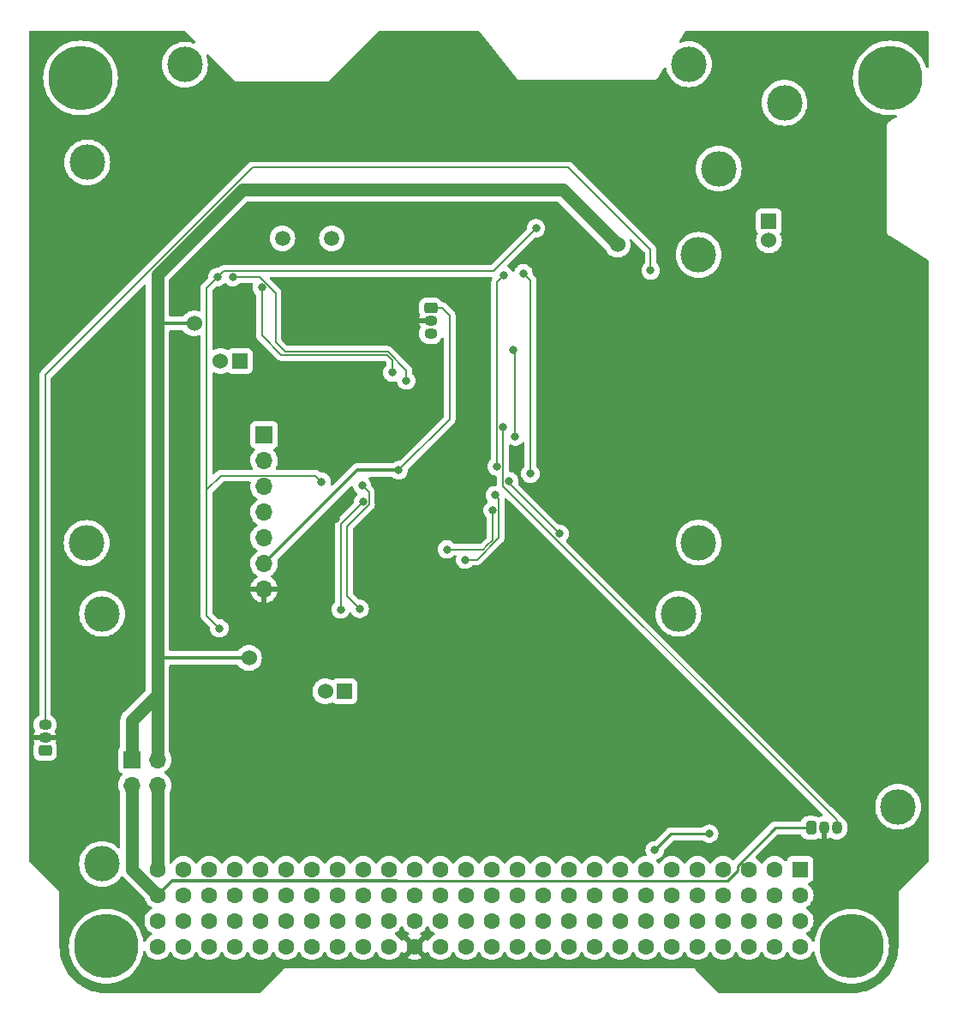
<source format=gbr>
%TF.GenerationSoftware,KiCad,Pcbnew,(6.0.1)*%
%TF.CreationDate,2022-03-12T11:24:15-03:00*%
%TF.ProjectId,magnetorquer_v2_2,6d61676e-6574-46f7-9271-7565725f7632,rev?*%
%TF.SameCoordinates,Original*%
%TF.FileFunction,Copper,L2,Bot*%
%TF.FilePolarity,Positive*%
%FSLAX46Y46*%
G04 Gerber Fmt 4.6, Leading zero omitted, Abs format (unit mm)*
G04 Created by KiCad (PCBNEW (6.0.1)) date 2022-03-12 11:24:15*
%MOMM*%
%LPD*%
G01*
G04 APERTURE LIST*
G04 Aperture macros list*
%AMRoundRect*
0 Rectangle with rounded corners*
0 $1 Rounding radius*
0 $2 $3 $4 $5 $6 $7 $8 $9 X,Y pos of 4 corners*
0 Add a 4 corners polygon primitive as box body*
4,1,4,$2,$3,$4,$5,$6,$7,$8,$9,$2,$3,0*
0 Add four circle primitives for the rounded corners*
1,1,$1+$1,$2,$3*
1,1,$1+$1,$4,$5*
1,1,$1+$1,$6,$7*
1,1,$1+$1,$8,$9*
0 Add four rect primitives between the rounded corners*
20,1,$1+$1,$2,$3,$4,$5,0*
20,1,$1+$1,$4,$5,$6,$7,0*
20,1,$1+$1,$6,$7,$8,$9,0*
20,1,$1+$1,$8,$9,$2,$3,0*%
G04 Aperture macros list end*
%TA.AperFunction,ComponentPad*%
%ADD10C,1.524000*%
%TD*%
%TA.AperFunction,ComponentPad*%
%ADD11R,1.524000X1.524000*%
%TD*%
%TA.AperFunction,ComponentPad*%
%ADD12C,1.600000*%
%TD*%
%TA.AperFunction,ComponentPad*%
%ADD13R,1.600000X1.600000*%
%TD*%
%TA.AperFunction,ComponentPad*%
%ADD14C,6.350000*%
%TD*%
%TA.AperFunction,ComponentPad*%
%ADD15C,1.500000*%
%TD*%
%TA.AperFunction,ComponentPad*%
%ADD16R,1.700000X1.700000*%
%TD*%
%TA.AperFunction,ComponentPad*%
%ADD17O,1.700000X1.700000*%
%TD*%
%TA.AperFunction,WasherPad*%
%ADD18C,3.500000*%
%TD*%
%TA.AperFunction,ComponentPad*%
%ADD19RoundRect,0.249900X-0.275100X-0.400100X0.275100X-0.400100X0.275100X0.400100X-0.275100X0.400100X0*%
%TD*%
%TA.AperFunction,ComponentPad*%
%ADD20O,1.050000X1.300000*%
%TD*%
%TA.AperFunction,ComponentPad*%
%ADD21RoundRect,0.249900X0.400100X-0.275100X0.400100X0.275100X-0.400100X0.275100X-0.400100X-0.275100X0*%
%TD*%
%TA.AperFunction,ComponentPad*%
%ADD22O,1.300000X1.050000*%
%TD*%
%TA.AperFunction,ComponentPad*%
%ADD23RoundRect,0.249900X-0.400100X0.275100X-0.400100X-0.275100X0.400100X-0.275100X0.400100X0.275100X0*%
%TD*%
%TA.AperFunction,ViaPad*%
%ADD24C,0.800000*%
%TD*%
%TA.AperFunction,Conductor*%
%ADD25C,0.127000*%
%TD*%
%TA.AperFunction,Conductor*%
%ADD26C,0.355600*%
%TD*%
%TA.AperFunction,Conductor*%
%ADD27C,0.250000*%
%TD*%
%TA.AperFunction,Conductor*%
%ADD28C,1.270000*%
%TD*%
G04 APERTURE END LIST*
D10*
%TO.P,,1,1*%
%TO.N,DRV_VM*%
X114122200Y-119126000D03*
%TD*%
%TO.P,L2,1,1*%
%TO.N,Net-(L2-Pad1)*%
X121666000Y-122428000D03*
D11*
%TO.P,L2,2,2*%
%TO.N,Net-(L2-Pad2)*%
X123571000Y-122428000D03*
%TD*%
D12*
%TO.P,U2,104,52*%
%TO.N,unconnected-(U2-Pad104)*%
X105105200Y-147619400D03*
%TO.P,U2,103,51*%
%TO.N,unconnected-(U2-Pad103)*%
X105105200Y-145079400D03*
%TO.P,U2,102,50*%
%TO.N,unconnected-(U2-Pad102)*%
X107645200Y-147619400D03*
%TO.P,U2,101,49*%
%TO.N,unconnected-(U2-Pad101)*%
X107645200Y-145079400D03*
%TO.P,U2,100,48*%
%TO.N,unconnected-(U2-Pad100)*%
X110185200Y-147619400D03*
%TO.P,U2,99,47*%
%TO.N,unconnected-(U2-Pad99)*%
X110185200Y-145079400D03*
%TO.P,U2,98,V_BAT-46*%
%TO.N,unconnected-(U2-Pad98)*%
X112725200Y-147619400D03*
%TO.P,U2,97,45-V_BAT*%
%TO.N,unconnected-(U2-Pad97)*%
X112725200Y-145079400D03*
%TO.P,U2,96,44*%
%TO.N,unconnected-(U2-Pad96)*%
X115265200Y-147619400D03*
%TO.P,U2,95,43*%
%TO.N,unconnected-(U2-Pad95)*%
X115265200Y-145079400D03*
%TO.P,U2,94,42*%
%TO.N,unconnected-(U2-Pad94)*%
X117805200Y-147619400D03*
%TO.P,U2,93,41*%
%TO.N,unconnected-(U2-Pad93)*%
X117805200Y-145079400D03*
%TO.P,U2,92,40*%
%TO.N,unconnected-(U2-Pad92)*%
X120345200Y-147619400D03*
%TO.P,U2,91,39*%
%TO.N,unconnected-(U2-Pad91)*%
X120345200Y-145079400D03*
%TO.P,U2,90,EPS_TX-38*%
%TO.N,unconnected-(U2-Pad90)*%
X122885200Y-147619400D03*
%TO.P,U2,89,37-TX2*%
%TO.N,unconnected-(U2-Pad89)*%
X122885200Y-145079400D03*
%TO.P,U2,88,EPS_RX-36*%
%TO.N,unconnected-(U2-Pad88)*%
X125425200Y-147619400D03*
%TO.P,U2,87,35-RX2*%
%TO.N,unconnected-(U2-Pad87)*%
X125425200Y-145079400D03*
%TO.P,U2,86,34*%
%TO.N,unconnected-(U2-Pad86)*%
X127965200Y-147619400D03*
%TO.P,U2,85,33*%
%TO.N,unconnected-(U2-Pad85)*%
X127965200Y-145079400D03*
%TO.P,U2,84,GND-32*%
%TO.N,GND*%
X130505200Y-147619400D03*
%TO.P,U2,83,31-AGND*%
%TO.N,unconnected-(U2-Pad83)*%
X130505200Y-145079400D03*
%TO.P,U2,82,GND-30*%
%TO.N,unconnected-(U2-Pad82)*%
X133045200Y-147619400D03*
%TO.P,U2,81,29-GND*%
%TO.N,unconnected-(U2-Pad81)*%
X133045200Y-145079400D03*
%TO.P,U2,80,3V3-28*%
%TO.N,unconnected-(U2-Pad80)*%
X135585200Y-147619400D03*
%TO.P,U2,79,27-3V3*%
%TO.N,unconnected-(U2-Pad79)*%
X135585200Y-145079400D03*
%TO.P,U2,78,5V0-26*%
%TO.N,unconnected-(U2-Pad78)*%
X138125200Y-147619400D03*
%TO.P,U2,77,25-5V0*%
%TO.N,unconnected-(U2-Pad77)*%
X138125200Y-145079400D03*
%TO.P,U2,76,24*%
%TO.N,unconnected-(U2-Pad76)*%
X140665200Y-147619400D03*
%TO.P,U2,75,23*%
%TO.N,unconnected-(U2-Pad75)*%
X140665200Y-145079400D03*
%TO.P,U2,74,22*%
%TO.N,unconnected-(U2-Pad74)*%
X143205200Y-147619400D03*
%TO.P,U2,73,21*%
%TO.N,unconnected-(U2-Pad73)*%
X143205200Y-145079400D03*
%TO.P,U2,72,20*%
%TO.N,unconnected-(U2-Pad72)*%
X145745200Y-147619400D03*
%TO.P,U2,71,19*%
%TO.N,unconnected-(U2-Pad71)*%
X145745200Y-145079400D03*
%TO.P,U2,70,18*%
%TO.N,unconnected-(U2-Pad70)*%
X148285200Y-147619400D03*
%TO.P,U2,69,17*%
%TO.N,unconnected-(U2-Pad69)*%
X148285200Y-145079400D03*
%TO.P,U2,68,16*%
%TO.N,unconnected-(U2-Pad68)*%
X150825200Y-147619400D03*
%TO.P,U2,67,15*%
%TO.N,unconnected-(U2-Pad67)*%
X150825200Y-145079400D03*
%TO.P,U2,66,14*%
%TO.N,unconnected-(U2-Pad66)*%
X153365200Y-147619400D03*
%TO.P,U2,65,13*%
%TO.N,unconnected-(U2-Pad65)*%
X153365200Y-145079400D03*
%TO.P,U2,64,12*%
%TO.N,unconnected-(U2-Pad64)*%
X155905200Y-147619400D03*
%TO.P,U2,63,11*%
%TO.N,unconnected-(U2-Pad63)*%
X155905200Y-145079400D03*
%TO.P,U2,62,10*%
%TO.N,unconnected-(U2-Pad62)*%
X158445200Y-147619400D03*
%TO.P,U2,61,09*%
%TO.N,unconnected-(U2-Pad61)*%
X158445200Y-145079400D03*
%TO.P,U2,60,08*%
%TO.N,unconnected-(U2-Pad60)*%
X160985200Y-147619400D03*
%TO.P,U2,59,07*%
%TO.N,unconnected-(U2-Pad59)*%
X160985200Y-145079400D03*
%TO.P,U2,58,06*%
%TO.N,unconnected-(U2-Pad58)*%
X163525200Y-147619400D03*
%TO.P,U2,57,05*%
%TO.N,unconnected-(U2-Pad57)*%
X163525200Y-145079400D03*
%TO.P,U2,56,04*%
%TO.N,unconnected-(U2-Pad56)*%
X166065200Y-147619400D03*
%TO.P,U2,55,03*%
%TO.N,unconnected-(U2-Pad55)*%
X166065200Y-145079400D03*
%TO.P,U2,54,02*%
%TO.N,unconnected-(U2-Pad54)*%
X168605200Y-147619400D03*
%TO.P,U2,53,01*%
%TO.N,unconnected-(U2-Pad53)*%
X168605200Y-145079400D03*
%TO.P,U2,52,OUT6_3V3-52*%
%TO.N,+3V3*%
X105105200Y-142539400D03*
%TO.P,U2,51,51-OUT3_5V0*%
%TO.N,+5V*%
X105105200Y-139999400D03*
%TO.P,U2,50,OUT5_3V3-50*%
%TO.N,unconnected-(U2-Pad50)*%
X107645200Y-142539400D03*
%TO.P,U2,49,49-OUT2_5V0*%
%TO.N,unconnected-(U2-Pad49)*%
X107645200Y-139999400D03*
%TO.P,U2,48,OUT4_3V3-48*%
%TO.N,unconnected-(U2-Pad48)*%
X110185200Y-142539400D03*
%TO.P,U2,47,47-OUT1_5V0*%
%TO.N,unconnected-(U2-Pad47)*%
X110185200Y-139999400D03*
%TO.P,U2,46,46*%
%TO.N,unconnected-(U2-Pad46)*%
X112725200Y-142539400D03*
%TO.P,U2,45,45*%
%TO.N,unconnected-(U2-Pad45)*%
X112725200Y-139999400D03*
%TO.P,U2,44,44*%
%TO.N,unconnected-(U2-Pad44)*%
X115265200Y-142539400D03*
%TO.P,U2,43,43-I2C-SCL*%
%TO.N,unconnected-(U2-Pad43)*%
X115265200Y-139999400D03*
%TO.P,U2,42,42*%
%TO.N,unconnected-(U2-Pad42)*%
X117805200Y-142539400D03*
%TO.P,U2,41,41-I2C-SDA*%
%TO.N,unconnected-(U2-Pad41)*%
X117805200Y-139999400D03*
%TO.P,U2,40,RXD-40*%
%TO.N,unconnected-(U2-Pad40)*%
X120345200Y-142539400D03*
%TO.P,U2,39,39-TXD*%
%TO.N,unconnected-(U2-Pad39)*%
X120345200Y-139999400D03*
%TO.P,U2,38,38*%
%TO.N,unconnected-(U2-Pad38)*%
X122885200Y-142539400D03*
%TO.P,U2,37,37*%
%TO.N,unconnected-(U2-Pad37)*%
X122885200Y-139999400D03*
%TO.P,U2,36,36*%
%TO.N,unconnected-(U2-Pad36)*%
X125425200Y-142539400D03*
%TO.P,U2,35,35*%
%TO.N,unconnected-(U2-Pad35)*%
X125425200Y-139999400D03*
%TO.P,U2,34,34*%
%TO.N,unconnected-(U2-Pad34)*%
X127965200Y-142539400D03*
%TO.P,U2,33,33*%
%TO.N,unconnected-(U2-Pad33)*%
X127965200Y-139999400D03*
%TO.P,U2,32,5V0_IN-32*%
%TO.N,unconnected-(U2-Pad32)*%
X130505200Y-142539400D03*
%TO.P,U2,31,31*%
%TO.N,unconnected-(U2-Pad31)*%
X130505200Y-139999400D03*
%TO.P,U2,30,30*%
%TO.N,unconnected-(U2-Pad30)*%
X133045200Y-142539400D03*
%TO.P,U2,29,29*%
%TO.N,unconnected-(U2-Pad29)*%
X133045200Y-139999400D03*
%TO.P,U2,28,28*%
%TO.N,unconnected-(U2-Pad28)*%
X135585200Y-142539400D03*
%TO.P,U2,27,27*%
%TO.N,unconnected-(U2-Pad27)*%
X135585200Y-139999400D03*
%TO.P,U2,26,26*%
%TO.N,unconnected-(U2-Pad26)*%
X138125200Y-142539400D03*
%TO.P,U2,25,25*%
%TO.N,unconnected-(U2-Pad25)*%
X138125200Y-139999400D03*
%TO.P,U2,24,24*%
%TO.N,unconnected-(U2-Pad24)*%
X140665200Y-142539400D03*
%TO.P,U2,23,23*%
%TO.N,unconnected-(U2-Pad23)*%
X140665200Y-139999400D03*
%TO.P,U2,22,22*%
%TO.N,unconnected-(U2-Pad22)*%
X143205200Y-142539400D03*
%TO.P,U2,21,21*%
%TO.N,unconnected-(U2-Pad21)*%
X143205200Y-139999400D03*
%TO.P,U2,20,TX-20*%
%TO.N,unconnected-(U2-Pad20)*%
X145745200Y-142539400D03*
%TO.P,U2,19,19-RX*%
%TO.N,unconnected-(U2-Pad19)*%
X145745200Y-139999400D03*
%TO.P,U2,18,18*%
%TO.N,unconnected-(U2-Pad18)*%
X148285200Y-142539400D03*
%TO.P,U2,17,17*%
%TO.N,unconnected-(U2-Pad17)*%
X148285200Y-139999400D03*
%TO.P,U2,16,16*%
%TO.N,unconnected-(U2-Pad16)*%
X150825200Y-142539400D03*
%TO.P,U2,15,15*%
%TO.N,unconnected-(U2-Pad15)*%
X150825200Y-139999400D03*
%TO.P,U2,14,14*%
%TO.N,unconnected-(U2-Pad14)*%
X153365200Y-142539400D03*
%TO.P,U2,13,13*%
%TO.N,unconnected-(U2-Pad13)*%
X153365200Y-139999400D03*
%TO.P,U2,12,12*%
%TO.N,SPI-CS*%
X155905200Y-142539400D03*
%TO.P,U2,11,11-I2C2_SCL*%
%TO.N,SPI-MOSI*%
X155905200Y-139999400D03*
%TO.P,U2,10,10*%
%TO.N,SPI-MISO*%
X158445200Y-142539400D03*
%TO.P,U2,9,09-I2C2_SDA*%
%TO.N,SPI-CLK*%
X158445200Y-139999400D03*
%TO.P,U2,8,08*%
%TO.N,unconnected-(U2-Pad8)*%
X160985200Y-142539400D03*
%TO.P,U2,7,07*%
%TO.N,unconnected-(U2-Pad7)*%
X160985200Y-139999400D03*
%TO.P,U2,6,06*%
%TO.N,unconnected-(U2-Pad6)*%
X163525200Y-142539400D03*
%TO.P,U2,5,05*%
%TO.N,unconnected-(U2-Pad5)*%
X163525200Y-139999400D03*
%TO.P,U2,4,04*%
%TO.N,unconnected-(U2-Pad4)*%
X166065200Y-142539400D03*
%TO.P,U2,3,03-CAN-H*%
%TO.N,unconnected-(U2-Pad3)*%
X166065200Y-139999400D03*
%TO.P,U2,2,02*%
%TO.N,unconnected-(U2-Pad2)*%
X168605200Y-142539400D03*
D13*
%TO.P,U2,1,01-CAN-L*%
%TO.N,unconnected-(U2-Pad1)*%
X168605200Y-139999400D03*
D14*
%TO.P,U2,*%
%TO.N,*%
X97485200Y-61869400D03*
X177495200Y-61869400D03*
X173685200Y-147599400D03*
X100025200Y-147599400D03*
%TD*%
D15*
%TO.P,Y1,1,1*%
%TO.N,Net-(C1-Pad2)*%
X117438000Y-77698600D03*
%TO.P,Y1,2,2*%
%TO.N,Net-(C2-Pad2)*%
X122318000Y-77698600D03*
%TD*%
D16*
%TO.P,J1,1,Pin_1*%
%TO.N,SBWTCK*%
X115620800Y-97099200D03*
D17*
%TO.P,J1,2,Pin_2*%
%TO.N,SBWTDIO*%
X115620800Y-99639200D03*
%TO.P,J1,3,Pin_3*%
%TO.N,BCLUART_RXD*%
X115620800Y-102179200D03*
%TO.P,J1,4,Pin_4*%
%TO.N,BCLUART_TXD*%
X115620800Y-104719200D03*
%TO.P,J1,5,Pin_5*%
%TO.N,unconnected-(J1-Pad5)*%
X115620800Y-107259200D03*
%TO.P,J1,6,Pin_6*%
%TO.N,+3V3*%
X115620800Y-109799200D03*
%TO.P,J1,7,Pin_7*%
%TO.N,GND*%
X115620800Y-112339200D03*
%TD*%
D18*
%TO.P,REF\u002A\u002A,*%
%TO.N,*%
X107804400Y-60548800D03*
X99607400Y-139473800D03*
X160547400Y-70816800D03*
X99607400Y-114773800D03*
X158567400Y-107743800D03*
X98082400Y-107773800D03*
X178277400Y-133816800D03*
X98147400Y-70201800D03*
X167047400Y-64316800D03*
X156577400Y-114773800D03*
X157596400Y-60520800D03*
X158567400Y-79319800D03*
%TD*%
D10*
%TO.P,,1,1*%
%TO.N,DRV_VM*%
X108712000Y-86106000D03*
%TD*%
%TO.P,L3,1,1*%
%TO.N,Net-(L3-Pad1)*%
X111315500Y-89816000D03*
D11*
%TO.P,L3,2,2*%
%TO.N,Net-(L3-Pad2)*%
X113220500Y-89816000D03*
%TD*%
D10*
%TO.P,,1,1*%
%TO.N,DRV_VM*%
X150545800Y-78333600D03*
%TD*%
%TO.P,L1,1,1*%
%TO.N,Net-(L1-Pad1)*%
X165508000Y-77914500D03*
D11*
%TO.P,L1,2,2*%
%TO.N,Net-(L1-Pad2)*%
X165508000Y-76009500D03*
%TD*%
D16*
%TO.P,J2,1,Pin_1*%
%TO.N,DRV_VM*%
X102560200Y-129154000D03*
D17*
%TO.P,J2,2,Pin_2*%
X105100200Y-129154000D03*
%TO.P,J2,3,Pin_3*%
%TO.N,+3V3*%
X102560200Y-131694000D03*
%TO.P,J2,4,Pin_4*%
%TO.N,+5V*%
X105100200Y-131694000D03*
%TD*%
D19*
%TO.P,IC1,1,VCC*%
%TO.N,+3V3*%
X169672000Y-135890000D03*
D20*
%TO.P,IC1,2,GND*%
%TO.N,GND*%
X170942000Y-135890000D03*
%TO.P,IC1,3,OUTPUT*%
%TO.N,MAG_1*%
X172212000Y-135890000D03*
%TD*%
D21*
%TO.P,IC2,1,VCC*%
%TO.N,+3V3*%
X93980000Y-128270000D03*
D22*
%TO.P,IC2,2,GND*%
%TO.N,GND*%
X93980000Y-127000000D03*
%TO.P,IC2,3,OUTPUT*%
%TO.N,MAG_2*%
X93980000Y-125730000D03*
%TD*%
D23*
%TO.P,IC3,1,VCC*%
%TO.N,+3V3*%
X132080000Y-84582000D03*
D22*
%TO.P,IC3,2,GND*%
%TO.N,GND*%
X132080000Y-85852000D03*
%TO.P,IC3,3,OUTPUT*%
%TO.N,MAG_3*%
X132080000Y-87122000D03*
%TD*%
D24*
%TO.N,GND*%
X122707400Y-105384600D03*
%TO.N,H2_IN2*%
X125069600Y-114274600D03*
%TO.N,H2_IN1*%
X123190000Y-114350800D03*
X125401001Y-103732399D03*
%TO.N,H2_IN2*%
X125298200Y-102082600D03*
%TO.N,SPI-CS*%
X159613600Y-136474200D03*
X154228800Y-138099800D03*
%TO.N,GND*%
X153441400Y-97002600D03*
X144094200Y-91109800D03*
X151028400Y-106857800D03*
%TO.N,MAG_2*%
X153822400Y-80873600D03*
%TO.N,MAG_3*%
X140258800Y-88722200D03*
X140436600Y-97256600D03*
%TO.N,MAG_1*%
X139217400Y-96316800D03*
%TO.N,nSLEEP*%
X121315797Y-101732397D03*
X111201200Y-116205000D03*
%TO.N,H1_IN1*%
X141935200Y-100939600D03*
%TO.N,H1_IN2*%
X138607800Y-100228400D03*
%TO.N,H1_IN1*%
X141249400Y-81153000D03*
%TO.N,H1_IN2*%
X139319000Y-81356200D03*
%TO.N,GND*%
X151892000Y-74676000D03*
X128397000Y-97028000D03*
X126746000Y-121666000D03*
X119761000Y-81915000D03*
%TO.N,ATT_SCL*%
X138201400Y-104546400D03*
X133680200Y-108407200D03*
%TO.N,ATT_CS*%
X135483600Y-109423200D03*
X138430000Y-103047800D03*
%TO.N,ATT_INT1*%
X144818100Y-106870500D03*
X139827000Y-101650800D03*
%TO.N,nSLEEP*%
X142494000Y-76708000D03*
X110998000Y-81534000D03*
%TO.N,H3_IN2*%
X128295400Y-90957400D03*
X115392200Y-82550000D03*
%TO.N,H3_IN1*%
X129667000Y-91744800D03*
X112522000Y-81534000D03*
%TO.N,+3V3*%
X128930400Y-100584000D03*
%TD*%
D25*
%TO.N,H2_IN2*%
X123850400Y-106070400D02*
X123850400Y-113055400D01*
X125991012Y-103976791D02*
X123897403Y-106070400D01*
X123897403Y-106070400D02*
X123850400Y-106070400D01*
X123850400Y-113055400D02*
X125069600Y-114274600D01*
X125991012Y-102775412D02*
X125991012Y-103976791D01*
X125298200Y-102082600D02*
X125991012Y-102775412D01*
%TO.N,H2_IN1*%
X123190000Y-105943400D02*
X123190000Y-114350800D01*
X125401001Y-103732399D02*
X123190000Y-105943400D01*
D26*
%TO.N,+3V3*%
X115620800Y-109799200D02*
X124836000Y-100584000D01*
X124836000Y-100584000D02*
X128930400Y-100584000D01*
D25*
%TO.N,nSLEEP*%
X120722589Y-101139189D02*
X111331811Y-101139189D01*
X111331811Y-101139189D02*
X109931200Y-102539800D01*
X121315797Y-101732397D02*
X120722589Y-101139189D01*
X109931200Y-102539800D02*
X109931200Y-103327200D01*
X109931200Y-82600800D02*
X109931200Y-102539800D01*
D27*
%TO.N,SPI-CS*%
X155854400Y-136474200D02*
X159613600Y-136474200D01*
X154228800Y-138099800D02*
X155854400Y-136474200D01*
D25*
%TO.N,+3V3*%
X133959600Y-85293200D02*
X133959600Y-95554800D01*
X133248400Y-84582000D02*
X133959600Y-85293200D01*
X132080000Y-84582000D02*
X133248400Y-84582000D01*
X133959600Y-95554800D02*
X128930400Y-100584000D01*
%TO.N,MAG_2*%
X93980000Y-91213046D02*
X93980000Y-125730000D01*
X145694400Y-70713600D02*
X114479446Y-70713600D01*
X153822400Y-80873600D02*
X153822400Y-78841600D01*
X153822400Y-78841600D02*
X145694400Y-70713600D01*
X114479446Y-70713600D02*
X93980000Y-91213046D01*
%TO.N,MAG_3*%
X140436600Y-88900000D02*
X140258800Y-88722200D01*
X140436600Y-97256600D02*
X140436600Y-88900000D01*
%TO.N,MAG_1*%
X172212000Y-135153400D02*
X172212000Y-135890000D01*
X139218599Y-96317999D02*
X139218599Y-102159999D01*
X139218599Y-102159999D02*
X172212000Y-135153400D01*
X139217400Y-96316800D02*
X139218599Y-96317999D01*
%TO.N,nSLEEP*%
X109931200Y-103327200D02*
X109931200Y-114935000D01*
X109931200Y-114935000D02*
X111201200Y-116205000D01*
X110998000Y-81534000D02*
X109931200Y-82600800D01*
%TO.N,H1_IN1*%
X141935200Y-81838800D02*
X141249400Y-81153000D01*
X141935200Y-100939600D02*
X141935200Y-81838800D01*
%TO.N,H1_IN2*%
X138607800Y-100228400D02*
X138607800Y-82067400D01*
X138607800Y-82067400D02*
X139319000Y-81356200D01*
%TO.N,ATT_SCL*%
X138201400Y-107492800D02*
X137642600Y-108051600D01*
X137287000Y-108407200D02*
X133680200Y-108407200D01*
X137642600Y-108051600D02*
X137287000Y-108407200D01*
X138201400Y-104546400D02*
X138201400Y-107492800D01*
%TO.N,ATT_CS*%
X138430000Y-103047800D02*
X138791411Y-103409211D01*
X136652000Y-109423200D02*
X135483600Y-109423200D01*
X138791411Y-107283789D02*
X136652000Y-109423200D01*
X138791411Y-103409211D02*
X138791411Y-107283789D01*
%TO.N,ATT_INT1*%
X144818100Y-106870500D02*
X139827000Y-101879400D01*
X139827000Y-101879400D02*
X139827000Y-101650800D01*
%TO.N,nSLEEP*%
X138258011Y-80943989D02*
X111588011Y-80943989D01*
X142494000Y-76708000D02*
X138258011Y-80943989D01*
X111588011Y-80943989D02*
X110998000Y-81534000D01*
%TO.N,H3_IN2*%
X128295400Y-89712800D02*
X127787400Y-89204800D01*
X128295400Y-90957400D02*
X128295400Y-89712800D01*
X115392200Y-87299800D02*
X115392200Y-82550000D01*
X117297200Y-89204800D02*
X115392200Y-87299800D01*
X127787400Y-89204800D02*
X117297200Y-89204800D01*
%TO.N,H3_IN1*%
X129667000Y-90725868D02*
X127841132Y-88900000D01*
X117703600Y-88900000D02*
X116763800Y-87960200D01*
X116763800Y-87960200D02*
X116763800Y-83087197D01*
X127841132Y-88900000D02*
X117703600Y-88900000D01*
X115210603Y-81534000D02*
X112522000Y-81534000D01*
X116763800Y-83087197D02*
X115210603Y-81534000D01*
X129667000Y-91744800D02*
X129667000Y-90725868D01*
D26*
%TO.N,DRV_VM*%
X105019000Y-119126000D02*
X104947800Y-119197200D01*
D28*
X145110200Y-72898000D02*
X150545800Y-78333600D01*
X113461800Y-72898000D02*
X145110200Y-72898000D01*
D26*
X105019000Y-119126000D02*
X114122200Y-119126000D01*
X108712000Y-86106000D02*
X105247600Y-86106000D01*
D28*
X102560200Y-125277800D02*
X105100200Y-122737800D01*
D26*
X105247600Y-86106000D02*
X105100200Y-86253400D01*
D28*
X105100200Y-81259600D02*
X113461800Y-72898000D01*
X105100200Y-86253400D02*
X105100200Y-81259600D01*
X105100200Y-129154000D02*
X105100200Y-122737800D01*
X102560200Y-129154000D02*
X102560200Y-125277800D01*
X105100200Y-122737800D02*
X105100200Y-86253400D01*
D26*
%TO.N,+3V3*%
X105105200Y-142539400D02*
X106540889Y-141103711D01*
X106540889Y-141103711D02*
X128754000Y-141103711D01*
D27*
X162382200Y-140089462D02*
X162382200Y-139655338D01*
X161367951Y-141103711D02*
X162382200Y-140089462D01*
X166147538Y-135890000D02*
X169672000Y-135890000D01*
X128754000Y-141103711D02*
X161367951Y-141103711D01*
D28*
X102560200Y-139994400D02*
X105105200Y-142539400D01*
X102560200Y-131694000D02*
X102560200Y-139994400D01*
D27*
X162382200Y-139655338D02*
X166147538Y-135890000D01*
D28*
%TO.N,+5V*%
X105105200Y-139999400D02*
X105105200Y-131699000D01*
X105105200Y-131699000D02*
X105100200Y-131694000D01*
%TD*%
%TA.AperFunction,Conductor*%
%TO.N,GND*%
G36*
X107760319Y-57217402D02*
G01*
X107781387Y-57234398D01*
X108064891Y-57518498D01*
X108791238Y-58246373D01*
X108825197Y-58308719D01*
X108820057Y-58379529D01*
X108777451Y-58436320D01*
X108710905Y-58461061D01*
X108661547Y-58454686D01*
X108394111Y-58363904D01*
X108394102Y-58363902D01*
X108390197Y-58362576D01*
X108386153Y-58361772D01*
X108386147Y-58361770D01*
X108103865Y-58305620D01*
X108103859Y-58305619D01*
X108099826Y-58304817D01*
X108095721Y-58304548D01*
X108095714Y-58304547D01*
X107808519Y-58285724D01*
X107804400Y-58285454D01*
X107800281Y-58285724D01*
X107513086Y-58304547D01*
X107513079Y-58304548D01*
X107508974Y-58304817D01*
X107504941Y-58305619D01*
X107504935Y-58305620D01*
X107222653Y-58361770D01*
X107222647Y-58361772D01*
X107218603Y-58362576D01*
X107214694Y-58363903D01*
X107214690Y-58363904D01*
X106942161Y-58456415D01*
X106938255Y-58457741D01*
X106931523Y-58461061D01*
X106676431Y-58586858D01*
X106676426Y-58586861D01*
X106672727Y-58588685D01*
X106669294Y-58590979D01*
X106429993Y-58750874D01*
X106429988Y-58750878D01*
X106426562Y-58753167D01*
X106423468Y-58755881D01*
X106423462Y-58755885D01*
X106238990Y-58917664D01*
X106203973Y-58948373D01*
X106201264Y-58951462D01*
X106011485Y-59167862D01*
X106011481Y-59167868D01*
X106008767Y-59170962D01*
X105844285Y-59417127D01*
X105713341Y-59682655D01*
X105712016Y-59686560D01*
X105712015Y-59686561D01*
X105627681Y-59935003D01*
X105618176Y-59963003D01*
X105617372Y-59967047D01*
X105617370Y-59967053D01*
X105565169Y-60229486D01*
X105560417Y-60253374D01*
X105560148Y-60257479D01*
X105560147Y-60257486D01*
X105552830Y-60369130D01*
X105541054Y-60548800D01*
X105541324Y-60552919D01*
X105558847Y-60820265D01*
X105560417Y-60844226D01*
X105561219Y-60848259D01*
X105561220Y-60848265D01*
X105617370Y-61130547D01*
X105618176Y-61134597D01*
X105713341Y-61414945D01*
X105844285Y-61680473D01*
X105880500Y-61734673D01*
X106002787Y-61917688D01*
X106008767Y-61926638D01*
X106011481Y-61929732D01*
X106011485Y-61929738D01*
X106180573Y-62122545D01*
X106203973Y-62149227D01*
X106207062Y-62151936D01*
X106423462Y-62341715D01*
X106423468Y-62341719D01*
X106426562Y-62344433D01*
X106429988Y-62346722D01*
X106429993Y-62346726D01*
X106613805Y-62469544D01*
X106672727Y-62508915D01*
X106676426Y-62510739D01*
X106676431Y-62510742D01*
X106703083Y-62523885D01*
X106938255Y-62639859D01*
X106942160Y-62641184D01*
X106942161Y-62641185D01*
X107214690Y-62733696D01*
X107214694Y-62733697D01*
X107218603Y-62735024D01*
X107222647Y-62735828D01*
X107222653Y-62735830D01*
X107504935Y-62791980D01*
X107504941Y-62791981D01*
X107508974Y-62792783D01*
X107513079Y-62793052D01*
X107513086Y-62793053D01*
X107800281Y-62811876D01*
X107804400Y-62812146D01*
X107808519Y-62811876D01*
X108095714Y-62793053D01*
X108095721Y-62793052D01*
X108099826Y-62792783D01*
X108103859Y-62791981D01*
X108103865Y-62791980D01*
X108386147Y-62735830D01*
X108386153Y-62735828D01*
X108390197Y-62735024D01*
X108394106Y-62733697D01*
X108394110Y-62733696D01*
X108666639Y-62641185D01*
X108666640Y-62641184D01*
X108670545Y-62639859D01*
X108905717Y-62523885D01*
X108932369Y-62510742D01*
X108932374Y-62510739D01*
X108936073Y-62508915D01*
X108994995Y-62469544D01*
X109178807Y-62346726D01*
X109178812Y-62346722D01*
X109182238Y-62344433D01*
X109185332Y-62341719D01*
X109185338Y-62341715D01*
X109401738Y-62151936D01*
X109404827Y-62149227D01*
X109428227Y-62122545D01*
X109597315Y-61929738D01*
X109597319Y-61929732D01*
X109600033Y-61926638D01*
X109606014Y-61917688D01*
X109728300Y-61734673D01*
X109764515Y-61680473D01*
X109895459Y-61414945D01*
X109990624Y-61134597D01*
X109991430Y-61130547D01*
X110047580Y-60848265D01*
X110047581Y-60848259D01*
X110048383Y-60844226D01*
X110049954Y-60820265D01*
X110067476Y-60552919D01*
X110067746Y-60548800D01*
X110055970Y-60369130D01*
X110048653Y-60257486D01*
X110048652Y-60257479D01*
X110048383Y-60253374D01*
X110043632Y-60229486D01*
X109991430Y-59967053D01*
X109991428Y-59967047D01*
X109990624Y-59963003D01*
X109981120Y-59935003D01*
X109952761Y-59851462D01*
X109899937Y-59695847D01*
X109896981Y-59624913D01*
X109932844Y-59563641D01*
X109996141Y-59531484D01*
X110066775Y-59538653D01*
X110108439Y-59566345D01*
X111677304Y-61138510D01*
X112568180Y-62031259D01*
X112585084Y-62048199D01*
X112592817Y-62057888D01*
X112593152Y-62057603D01*
X112598968Y-62064436D01*
X112603760Y-62072031D01*
X112641980Y-62105785D01*
X112643804Y-62107396D01*
X112649588Y-62112838D01*
X112657615Y-62120883D01*
X112657621Y-62120888D01*
X112660779Y-62124053D01*
X112668391Y-62129770D01*
X112669391Y-62130521D01*
X112677127Y-62136827D01*
X112706094Y-62162409D01*
X112712828Y-62168356D01*
X112720959Y-62172173D01*
X112724231Y-62174323D01*
X112737048Y-62182034D01*
X112740486Y-62183921D01*
X112747665Y-62189313D01*
X112756067Y-62192473D01*
X112756071Y-62192475D01*
X112792243Y-62206079D01*
X112801437Y-62209959D01*
X112836421Y-62226384D01*
X112836425Y-62226385D01*
X112844548Y-62230199D01*
X112853415Y-62231580D01*
X112857164Y-62232726D01*
X112871639Y-62236531D01*
X112875464Y-62237376D01*
X112883866Y-62240536D01*
X112892812Y-62241210D01*
X112892815Y-62241211D01*
X112916002Y-62242958D01*
X112931374Y-62244117D01*
X112941261Y-62245258D01*
X112955023Y-62247400D01*
X112970195Y-62247400D01*
X112979663Y-62247756D01*
X113028969Y-62251472D01*
X113037750Y-62249607D01*
X113044966Y-62249123D01*
X113061374Y-62247400D01*
X121694764Y-62247400D01*
X121707235Y-62248782D01*
X121707267Y-62248377D01*
X121716215Y-62249081D01*
X121724974Y-62251046D01*
X121733930Y-62250474D01*
X121733931Y-62250474D01*
X121778045Y-62247656D01*
X121786077Y-62247400D01*
X121801677Y-62247400D01*
X121806108Y-62246765D01*
X121806113Y-62246765D01*
X121812576Y-62245839D01*
X121822407Y-62244822D01*
X121870192Y-62241770D01*
X121878626Y-62238708D01*
X121883148Y-62237763D01*
X121895930Y-62234563D01*
X121900361Y-62233267D01*
X121909245Y-62231995D01*
X121952837Y-62212175D01*
X121961945Y-62208458D01*
X122006971Y-62192110D01*
X122014210Y-62186801D01*
X122018293Y-62184621D01*
X122029632Y-62177981D01*
X122033538Y-62175483D01*
X122041710Y-62171767D01*
X122077986Y-62140509D01*
X122085709Y-62134366D01*
X122093205Y-62128869D01*
X122097131Y-62125990D01*
X122107688Y-62115394D01*
X122114662Y-62108907D01*
X122151947Y-62076781D01*
X122156828Y-62069251D01*
X122161069Y-62064389D01*
X122172022Y-62050825D01*
X124518419Y-59695848D01*
X126970833Y-57234467D01*
X127033083Y-57200329D01*
X127060091Y-57197400D01*
X136720286Y-57197400D01*
X136788407Y-57217402D01*
X136818715Y-57244738D01*
X140466064Y-61808648D01*
X140474197Y-61820075D01*
X140489569Y-61844438D01*
X140494360Y-61852031D01*
X140541588Y-61893741D01*
X140544413Y-61896315D01*
X140565254Y-61915899D01*
X140583781Y-61933309D01*
X140583783Y-61933311D01*
X140590320Y-61939453D01*
X140597442Y-61943069D01*
X140603428Y-61948356D01*
X140611551Y-61952170D01*
X140611556Y-61952173D01*
X140660450Y-61975129D01*
X140663914Y-61976820D01*
X140720067Y-62005332D01*
X140727916Y-62006804D01*
X140735148Y-62010199D01*
X140744016Y-62011580D01*
X140744017Y-62011580D01*
X140746683Y-62011995D01*
X140797374Y-62019887D01*
X140801194Y-62020543D01*
X140805543Y-62021358D01*
X140854267Y-62030494D01*
X140854269Y-62030494D01*
X140863090Y-62032148D01*
X140904595Y-62028019D01*
X140917068Y-62027400D01*
X154104099Y-62027400D01*
X154114526Y-62027938D01*
X154122334Y-62029894D01*
X154183710Y-62027496D01*
X154188629Y-62027400D01*
X154211677Y-62027400D01*
X154216106Y-62026765D01*
X154219581Y-62026518D01*
X154227754Y-62025775D01*
X154236033Y-62025451D01*
X154267737Y-62024213D01*
X154276251Y-62021358D01*
X154282076Y-62019405D01*
X154304279Y-62014138D01*
X154310356Y-62013268D01*
X154310357Y-62013268D01*
X154319245Y-62011995D01*
X154327419Y-62008279D01*
X154327421Y-62008278D01*
X154355670Y-61995434D01*
X154367760Y-61990673D01*
X154397190Y-61980804D01*
X154405701Y-61977950D01*
X154413071Y-61972821D01*
X154418119Y-61969308D01*
X154437938Y-61958029D01*
X154443539Y-61955482D01*
X154451710Y-61951767D01*
X154463185Y-61941880D01*
X154482017Y-61925653D01*
X154492286Y-61917688D01*
X154493052Y-61917155D01*
X154525137Y-61894824D01*
X154534627Y-61883047D01*
X154550486Y-61866656D01*
X154561947Y-61856781D01*
X154583709Y-61823207D01*
X154591327Y-61812686D01*
X154592231Y-61811565D01*
X154592244Y-61811547D01*
X154595290Y-61807766D01*
X154606555Y-61788265D01*
X154609926Y-61782760D01*
X154636210Y-61742208D01*
X154636212Y-61742203D01*
X154641093Y-61734673D01*
X154643665Y-61726073D01*
X154646000Y-61721019D01*
X154651276Y-61710844D01*
X155137796Y-60868590D01*
X155189189Y-60819608D01*
X155258905Y-60806187D01*
X155324811Y-60832588D01*
X155365980Y-60890429D01*
X155370479Y-60907031D01*
X155410176Y-61106597D01*
X155411503Y-61110506D01*
X155411504Y-61110510D01*
X155421009Y-61138510D01*
X155505341Y-61386945D01*
X155636285Y-61652473D01*
X155638579Y-61655906D01*
X155798341Y-61895007D01*
X155800767Y-61898638D01*
X155803481Y-61901732D01*
X155803485Y-61901738D01*
X155956995Y-62076781D01*
X155995973Y-62121227D01*
X155999062Y-62123936D01*
X156215462Y-62313715D01*
X156215468Y-62313719D01*
X156218562Y-62316433D01*
X156221988Y-62318722D01*
X156221993Y-62318726D01*
X156405805Y-62441544D01*
X156464727Y-62480915D01*
X156468426Y-62482739D01*
X156468431Y-62482742D01*
X156521505Y-62508915D01*
X156730255Y-62611859D01*
X156734160Y-62613184D01*
X156734161Y-62613185D01*
X157006690Y-62705696D01*
X157006694Y-62705697D01*
X157010603Y-62707024D01*
X157014647Y-62707828D01*
X157014653Y-62707830D01*
X157296935Y-62763980D01*
X157296941Y-62763981D01*
X157300974Y-62764783D01*
X157305079Y-62765052D01*
X157305086Y-62765053D01*
X157592281Y-62783876D01*
X157596400Y-62784146D01*
X157600519Y-62783876D01*
X157887714Y-62765053D01*
X157887721Y-62765052D01*
X157891826Y-62764783D01*
X157895859Y-62763981D01*
X157895865Y-62763980D01*
X158178147Y-62707830D01*
X158178153Y-62707828D01*
X158182197Y-62707024D01*
X158186106Y-62705697D01*
X158186110Y-62705696D01*
X158458639Y-62613185D01*
X158458640Y-62613184D01*
X158462545Y-62611859D01*
X158671295Y-62508915D01*
X158724369Y-62482742D01*
X158724374Y-62482739D01*
X158728073Y-62480915D01*
X158786995Y-62441544D01*
X158970807Y-62318726D01*
X158970812Y-62318722D01*
X158974238Y-62316433D01*
X158977332Y-62313719D01*
X158977338Y-62313715D01*
X159193738Y-62123936D01*
X159196827Y-62121227D01*
X159235805Y-62076781D01*
X159389315Y-61901738D01*
X159389319Y-61901732D01*
X159392033Y-61898638D01*
X159394460Y-61895007D01*
X159554221Y-61655906D01*
X159556515Y-61652473D01*
X159687459Y-61386945D01*
X159771791Y-61138510D01*
X159781296Y-61110510D01*
X159781297Y-61110506D01*
X159782624Y-61106597D01*
X159801560Y-61011400D01*
X159839580Y-60820265D01*
X159839581Y-60820259D01*
X159840383Y-60816226D01*
X159844221Y-60757680D01*
X159859476Y-60524919D01*
X159859746Y-60520800D01*
X159858392Y-60500140D01*
X159840653Y-60229486D01*
X159840652Y-60229479D01*
X159840383Y-60225374D01*
X159801136Y-60028064D01*
X159783430Y-59939053D01*
X159783428Y-59939047D01*
X159782624Y-59935003D01*
X159687459Y-59654655D01*
X159556515Y-59389127D01*
X159517144Y-59330205D01*
X159394326Y-59146393D01*
X159394322Y-59146388D01*
X159392033Y-59142962D01*
X159389319Y-59139868D01*
X159389315Y-59139862D01*
X159199536Y-58923462D01*
X159196827Y-58920373D01*
X159159208Y-58887382D01*
X158977338Y-58727885D01*
X158977332Y-58727881D01*
X158974238Y-58725167D01*
X158970812Y-58722878D01*
X158970807Y-58722874D01*
X158731506Y-58562979D01*
X158728073Y-58560685D01*
X158724374Y-58558861D01*
X158724369Y-58558858D01*
X158588087Y-58491652D01*
X158462545Y-58429741D01*
X158458639Y-58428415D01*
X158186110Y-58335904D01*
X158186106Y-58335903D01*
X158182197Y-58334576D01*
X158178153Y-58333772D01*
X158178147Y-58333770D01*
X157895865Y-58277620D01*
X157895859Y-58277619D01*
X157891826Y-58276817D01*
X157887721Y-58276548D01*
X157887714Y-58276547D01*
X157600519Y-58257724D01*
X157596400Y-58257454D01*
X157592281Y-58257724D01*
X157305086Y-58276547D01*
X157305079Y-58276548D01*
X157300974Y-58276817D01*
X157296941Y-58277619D01*
X157296935Y-58277620D01*
X157014653Y-58333770D01*
X157014647Y-58333772D01*
X157010603Y-58334576D01*
X157006694Y-58335903D01*
X157006690Y-58335904D01*
X156818882Y-58399656D01*
X156747947Y-58402612D01*
X156686675Y-58366749D01*
X156654518Y-58303452D01*
X156661687Y-58232818D01*
X156669275Y-58217319D01*
X157222043Y-57260376D01*
X157273437Y-57211394D01*
X157331149Y-57197400D01*
X181141200Y-57197400D01*
X181209321Y-57217402D01*
X181255814Y-57271058D01*
X181267200Y-57323400D01*
X181267200Y-60757680D01*
X181247198Y-60825801D01*
X181193542Y-60872294D01*
X181123268Y-60882398D01*
X181058688Y-60852904D01*
X181019493Y-60790291D01*
X181004079Y-60732766D01*
X181003224Y-60729574D01*
X180864863Y-60369130D01*
X180793711Y-60229486D01*
X180691081Y-60028064D01*
X180691077Y-60028057D01*
X180689582Y-60025123D01*
X180628517Y-59931090D01*
X180481106Y-59704097D01*
X180479304Y-59701322D01*
X180236331Y-59401275D01*
X179963325Y-59128269D01*
X179663278Y-58885296D01*
X179554084Y-58814385D01*
X179342247Y-58676816D01*
X179342244Y-58676814D01*
X179339478Y-58675018D01*
X179336544Y-58673523D01*
X179336537Y-58673519D01*
X178998410Y-58501235D01*
X178995470Y-58499737D01*
X178734749Y-58399656D01*
X178638116Y-58362562D01*
X178638114Y-58362561D01*
X178635026Y-58361376D01*
X178262094Y-58261449D01*
X178059557Y-58229370D01*
X177884007Y-58201565D01*
X177883999Y-58201564D01*
X177880759Y-58201051D01*
X177495200Y-58180845D01*
X177109641Y-58201051D01*
X177106401Y-58201564D01*
X177106393Y-58201565D01*
X176930843Y-58229370D01*
X176728306Y-58261449D01*
X176355374Y-58361376D01*
X176352286Y-58362561D01*
X176352284Y-58362562D01*
X176255651Y-58399656D01*
X175994930Y-58499737D01*
X175991990Y-58501235D01*
X175653864Y-58673519D01*
X175653857Y-58673523D01*
X175650923Y-58675018D01*
X175648157Y-58676814D01*
X175648154Y-58676816D01*
X175526398Y-58755885D01*
X175327122Y-58885296D01*
X175027075Y-59128269D01*
X174754069Y-59401275D01*
X174511096Y-59701322D01*
X174509294Y-59704097D01*
X174361884Y-59931090D01*
X174300818Y-60025123D01*
X174299323Y-60028057D01*
X174299319Y-60028064D01*
X174196689Y-60229486D01*
X174125537Y-60369130D01*
X173987176Y-60729574D01*
X173887249Y-61102506D01*
X173866834Y-61231400D01*
X173842817Y-61383039D01*
X173826851Y-61483841D01*
X173806645Y-61869400D01*
X173826851Y-62254959D01*
X173827364Y-62258199D01*
X173827365Y-62258207D01*
X173842963Y-62356685D01*
X173887249Y-62636294D01*
X173987176Y-63009226D01*
X174125537Y-63369670D01*
X174127035Y-63372610D01*
X174297837Y-63707826D01*
X174300818Y-63713677D01*
X174302614Y-63716443D01*
X174302616Y-63716446D01*
X174341256Y-63775947D01*
X174511096Y-64037478D01*
X174754069Y-64337525D01*
X175027075Y-64610531D01*
X175327122Y-64853504D01*
X175650922Y-65063782D01*
X175653856Y-65065277D01*
X175653863Y-65065281D01*
X175877126Y-65179039D01*
X175994930Y-65239063D01*
X176355374Y-65377424D01*
X176728306Y-65477351D01*
X176930843Y-65509430D01*
X177106393Y-65537235D01*
X177106401Y-65537236D01*
X177109641Y-65537749D01*
X177495200Y-65557955D01*
X177880759Y-65537749D01*
X177883999Y-65537236D01*
X177884007Y-65537235D01*
X178029057Y-65514261D01*
X178099468Y-65523361D01*
X178153782Y-65569083D01*
X178174755Y-65636911D01*
X178155728Y-65705310D01*
X178115502Y-65745586D01*
X177774428Y-65958549D01*
X177467637Y-66150106D01*
X177466692Y-66150610D01*
X177465635Y-66150912D01*
X177462982Y-66152586D01*
X177462978Y-66152588D01*
X177398106Y-66193519D01*
X177397605Y-66193834D01*
X177377047Y-66206670D01*
X177377041Y-66206674D01*
X177375209Y-66207818D01*
X177374604Y-66208327D01*
X177374204Y-66208599D01*
X177350162Y-66223768D01*
X177350157Y-66223772D01*
X177342569Y-66228560D01*
X177336628Y-66235287D01*
X177325297Y-66248117D01*
X177312064Y-66261047D01*
X177292125Y-66277856D01*
X177287161Y-66285336D01*
X177276042Y-66302090D01*
X177265500Y-66315823D01*
X177252189Y-66330896D01*
X177246244Y-66337628D01*
X177242428Y-66345756D01*
X177242427Y-66345757D01*
X177235154Y-66361246D01*
X177226088Y-66377362D01*
X177211663Y-66399100D01*
X177208999Y-66407668D01*
X177208996Y-66407675D01*
X177203027Y-66426875D01*
X177196763Y-66443018D01*
X177184401Y-66469348D01*
X177183020Y-66478218D01*
X177183019Y-66478221D01*
X177180388Y-66495123D01*
X177176209Y-66513141D01*
X177168463Y-66538055D01*
X177168311Y-66547029D01*
X177168311Y-66547030D01*
X177167871Y-66573055D01*
X177167705Y-66576580D01*
X177167200Y-66579823D01*
X177167200Y-66611625D01*
X177167182Y-66613756D01*
X177166001Y-66683548D01*
X177166967Y-66687071D01*
X177167200Y-66690790D01*
X177167200Y-76937105D01*
X177167104Y-76938512D01*
X177166700Y-76939929D01*
X177166727Y-76944064D01*
X177167197Y-77016864D01*
X177167200Y-77017678D01*
X177167200Y-77045877D01*
X177167364Y-77047024D01*
X177167397Y-77047875D01*
X177167640Y-77085440D01*
X177174967Y-77109907D01*
X177178985Y-77128166D01*
X177182605Y-77153445D01*
X177194877Y-77180435D01*
X177200878Y-77196434D01*
X177209383Y-77224838D01*
X177223277Y-77246258D01*
X177232266Y-77262669D01*
X177238422Y-77276208D01*
X177242833Y-77285910D01*
X177261408Y-77307467D01*
X177262183Y-77308367D01*
X177272438Y-77322045D01*
X177288573Y-77346919D01*
X177295378Y-77352778D01*
X177307917Y-77363575D01*
X177321155Y-77376808D01*
X177337819Y-77396147D01*
X177345353Y-77401030D01*
X177345354Y-77401031D01*
X177367195Y-77415188D01*
X177370561Y-77417512D01*
X177373300Y-77419871D01*
X177377427Y-77422438D01*
X177377434Y-77422443D01*
X177400025Y-77436494D01*
X177402008Y-77437753D01*
X177437195Y-77460559D01*
X177459927Y-77475293D01*
X177463771Y-77476442D01*
X177467438Y-77478420D01*
X181207745Y-79804709D01*
X181255027Y-79857671D01*
X181267200Y-79911703D01*
X181267200Y-139196790D01*
X181247198Y-139264911D01*
X181230295Y-139285885D01*
X178506210Y-142009970D01*
X178496681Y-142017583D01*
X178496996Y-142017953D01*
X178490161Y-142023770D01*
X178482569Y-142028560D01*
X178476628Y-142035287D01*
X178446966Y-142068873D01*
X178441619Y-142074561D01*
X178430197Y-142085983D01*
X178427511Y-142089567D01*
X178427509Y-142089569D01*
X178423932Y-142094342D01*
X178417561Y-142102168D01*
X178386244Y-142137628D01*
X178382428Y-142145757D01*
X178380788Y-142148253D01*
X178371852Y-142163123D01*
X178370410Y-142165757D01*
X178365028Y-142172938D01*
X178358821Y-142189495D01*
X178348432Y-142217208D01*
X178344504Y-142226529D01*
X178328216Y-142261220D01*
X178328214Y-142261227D01*
X178324401Y-142269348D01*
X178323020Y-142278215D01*
X178322142Y-142281089D01*
X178317744Y-142297852D01*
X178317098Y-142300790D01*
X178313948Y-142309192D01*
X178313283Y-142318142D01*
X178310443Y-142356360D01*
X178309291Y-142366396D01*
X178307200Y-142379823D01*
X178307200Y-142395315D01*
X178306854Y-142404653D01*
X178303164Y-142454307D01*
X178305039Y-142463089D01*
X178305606Y-142471403D01*
X178307200Y-142486510D01*
X178307200Y-147550072D01*
X178305700Y-147569456D01*
X178302014Y-147593130D01*
X178304685Y-147613558D01*
X178305629Y-147635383D01*
X178290411Y-147983939D01*
X178289852Y-147996738D01*
X178288894Y-148007688D01*
X178237700Y-148396548D01*
X178235791Y-148407374D01*
X178150899Y-148790293D01*
X178148054Y-148800910D01*
X178030116Y-149174966D01*
X178026360Y-149185287D01*
X177918185Y-149446446D01*
X177876258Y-149547666D01*
X177871616Y-149557619D01*
X177743936Y-149802890D01*
X177690512Y-149905517D01*
X177685016Y-149915037D01*
X177474280Y-150245826D01*
X177467976Y-150254830D01*
X177229203Y-150566006D01*
X177222139Y-150574423D01*
X177019761Y-150795281D01*
X176957165Y-150863592D01*
X176949396Y-150871361D01*
X176844408Y-150967565D01*
X176660226Y-151136337D01*
X176651809Y-151143400D01*
X176496218Y-151262790D01*
X176340630Y-151382176D01*
X176331626Y-151388480D01*
X176000837Y-151599216D01*
X175991318Y-151604711D01*
X175643419Y-151785816D01*
X175633475Y-151790454D01*
X175271087Y-151940560D01*
X175260774Y-151944313D01*
X175059236Y-152007857D01*
X174886710Y-152062254D01*
X174876093Y-152065099D01*
X174493174Y-152149991D01*
X174482347Y-152151900D01*
X174234763Y-152184495D01*
X174093488Y-152203094D01*
X174082539Y-152204052D01*
X173728616Y-152219504D01*
X173703740Y-152218124D01*
X173701884Y-152217835D01*
X173700342Y-152217595D01*
X173700341Y-152217595D01*
X173691470Y-152216214D01*
X173659949Y-152220336D01*
X173643611Y-152221400D01*
X160647810Y-152221400D01*
X160579689Y-152201398D01*
X160558715Y-152184495D01*
X158294630Y-149920410D01*
X158287017Y-149910881D01*
X158286647Y-149911196D01*
X158280830Y-149904361D01*
X158276040Y-149896769D01*
X158235726Y-149861165D01*
X158230039Y-149855819D01*
X158218617Y-149844397D01*
X158210255Y-149838129D01*
X158202432Y-149831761D01*
X158166972Y-149800444D01*
X158158843Y-149796628D01*
X158156347Y-149794988D01*
X158141477Y-149786052D01*
X158138843Y-149784610D01*
X158131662Y-149779228D01*
X158087391Y-149762631D01*
X158078071Y-149758704D01*
X158043380Y-149742416D01*
X158043373Y-149742414D01*
X158035252Y-149738601D01*
X158026385Y-149737220D01*
X158023511Y-149736342D01*
X158006748Y-149731944D01*
X158003810Y-149731298D01*
X157995408Y-149728148D01*
X157948234Y-149724642D01*
X157938204Y-149723491D01*
X157924777Y-149721400D01*
X157909285Y-149721400D01*
X157899947Y-149721054D01*
X157859244Y-149718029D01*
X157859243Y-149718029D01*
X157850293Y-149717364D01*
X157841511Y-149719239D01*
X157833197Y-149719806D01*
X157818090Y-149721400D01*
X117956220Y-149721400D01*
X117944104Y-149720046D01*
X117944065Y-149720530D01*
X117935114Y-149719810D01*
X117926360Y-149717829D01*
X117872699Y-149721158D01*
X117864897Y-149721400D01*
X117848723Y-149721400D01*
X117844282Y-149722036D01*
X117844281Y-149722036D01*
X117838387Y-149722880D01*
X117828328Y-149723910D01*
X117811004Y-149724985D01*
X117790083Y-149726283D01*
X117790081Y-149726283D01*
X117781125Y-149726839D01*
X117772687Y-149729885D01*
X117769776Y-149730488D01*
X117752900Y-149734696D01*
X117750038Y-149735533D01*
X117741155Y-149736805D01*
X117732990Y-149740517D01*
X117732981Y-149740520D01*
X117698099Y-149756380D01*
X117688734Y-149760192D01*
X117652705Y-149773199D01*
X117652700Y-149773202D01*
X117644256Y-149776250D01*
X117637005Y-149781547D01*
X117634359Y-149782954D01*
X117619371Y-149791712D01*
X117616858Y-149793319D01*
X117608690Y-149797033D01*
X117601895Y-149802888D01*
X117601892Y-149802890D01*
X117586003Y-149816581D01*
X117572855Y-149827910D01*
X117564942Y-149834193D01*
X117553975Y-149842205D01*
X117543023Y-149853157D01*
X117536175Y-149859515D01*
X117505256Y-149886156D01*
X117505252Y-149886161D01*
X117498453Y-149892019D01*
X117493570Y-149899553D01*
X117488096Y-149905828D01*
X117478532Y-149917648D01*
X115211685Y-152184495D01*
X115149373Y-152218521D01*
X115122590Y-152221400D01*
X100074528Y-152221400D01*
X100055143Y-152219900D01*
X100040342Y-152217595D01*
X100040339Y-152217595D01*
X100031470Y-152216214D01*
X100011042Y-152218885D01*
X99989217Y-152219829D01*
X99627861Y-152204052D01*
X99616912Y-152203094D01*
X99475638Y-152184495D01*
X99228053Y-152151900D01*
X99217226Y-152149991D01*
X98834307Y-152065099D01*
X98823690Y-152062254D01*
X98651164Y-152007857D01*
X98449626Y-151944313D01*
X98439313Y-151940560D01*
X98076925Y-151790454D01*
X98066981Y-151785816D01*
X97719082Y-151604711D01*
X97709563Y-151599216D01*
X97378774Y-151388480D01*
X97369770Y-151382176D01*
X97214182Y-151262790D01*
X97058591Y-151143400D01*
X97050174Y-151136337D01*
X96865992Y-150967565D01*
X96761004Y-150871361D01*
X96753235Y-150863592D01*
X96690640Y-150795281D01*
X96488261Y-150574423D01*
X96481197Y-150566006D01*
X96242424Y-150254830D01*
X96236120Y-150245826D01*
X96025384Y-149915037D01*
X96019888Y-149905517D01*
X95966464Y-149802890D01*
X95838784Y-149557619D01*
X95834142Y-149547666D01*
X95792216Y-149446446D01*
X95684040Y-149185287D01*
X95680284Y-149174966D01*
X95562346Y-148800910D01*
X95559501Y-148790293D01*
X95474609Y-148407374D01*
X95472700Y-148396548D01*
X95421506Y-148007688D01*
X95420548Y-147996738D01*
X95419984Y-147983808D01*
X95405096Y-147642816D01*
X95406476Y-147617937D01*
X95407005Y-147614542D01*
X95407005Y-147614541D01*
X95408386Y-147605670D01*
X95404264Y-147574148D01*
X95403200Y-147557811D01*
X95403200Y-142492241D01*
X95404463Y-142481216D01*
X95403727Y-142481153D01*
X95404497Y-142472215D01*
X95406529Y-142463468D01*
X95403399Y-142407910D01*
X95403200Y-142400823D01*
X95403200Y-142382923D01*
X95401977Y-142374384D01*
X95400902Y-142363600D01*
X95400779Y-142361403D01*
X95398344Y-142318184D01*
X95395130Y-142309120D01*
X95389159Y-142284881D01*
X95387795Y-142275355D01*
X95368968Y-142233945D01*
X95364917Y-142223913D01*
X95364223Y-142221956D01*
X95349713Y-142181036D01*
X95344083Y-142173236D01*
X95331548Y-142151645D01*
X95327567Y-142142890D01*
X95297865Y-142108419D01*
X95291167Y-142099933D01*
X95284272Y-142090382D01*
X95272140Y-142078112D01*
X95266289Y-142071774D01*
X95263790Y-142068873D01*
X95232581Y-142032653D01*
X95225047Y-142027770D01*
X95218285Y-142021871D01*
X95218421Y-142021715D01*
X95207984Y-142013221D01*
X92449599Y-139223285D01*
X92415929Y-139160781D01*
X92413200Y-139134698D01*
X92413200Y-128595490D01*
X92821500Y-128595490D01*
X92832473Y-128701246D01*
X92888441Y-128869003D01*
X92892295Y-128875231D01*
X92892296Y-128875233D01*
X92930223Y-128936522D01*
X92981501Y-129019385D01*
X93106660Y-129144326D01*
X93112890Y-129148166D01*
X93112891Y-129148167D01*
X93230383Y-129220590D01*
X93257204Y-129237123D01*
X93425059Y-129292798D01*
X93431896Y-129293498D01*
X93431898Y-129293499D01*
X93474864Y-129297901D01*
X93529510Y-129303500D01*
X94430490Y-129303500D01*
X94433736Y-129303163D01*
X94433740Y-129303163D01*
X94529388Y-129293239D01*
X94529392Y-129293238D01*
X94536246Y-129292527D01*
X94542782Y-129290346D01*
X94542784Y-129290346D01*
X94680387Y-129244438D01*
X94704003Y-129236559D01*
X94729809Y-129220590D01*
X94848157Y-129147353D01*
X94854385Y-129143499D01*
X94979326Y-129018340D01*
X95072123Y-128867796D01*
X95127798Y-128699941D01*
X95138500Y-128595490D01*
X95138500Y-127944510D01*
X95138109Y-127940739D01*
X95128239Y-127845612D01*
X95128238Y-127845608D01*
X95127527Y-127838754D01*
X95123332Y-127826178D01*
X95104618Y-127770087D01*
X95071559Y-127670997D01*
X95027243Y-127599384D01*
X95008405Y-127530932D01*
X95023551Y-127473152D01*
X95058960Y-127407663D01*
X95063714Y-127396353D01*
X95102422Y-127271308D01*
X95102628Y-127257205D01*
X95095873Y-127254000D01*
X94575788Y-127254000D01*
X94548458Y-127249587D01*
X94548196Y-127250809D01*
X94541464Y-127249366D01*
X94534941Y-127247202D01*
X94528108Y-127246502D01*
X94528104Y-127246501D01*
X94472259Y-127240780D01*
X94430490Y-127236500D01*
X93529510Y-127236500D01*
X93526264Y-127236837D01*
X93526260Y-127236837D01*
X93430612Y-127246761D01*
X93430608Y-127246762D01*
X93423754Y-127247473D01*
X93417217Y-127249654D01*
X93410475Y-127251110D01*
X93410172Y-127249708D01*
X93383725Y-127254000D01*
X92871014Y-127254000D01*
X92857483Y-127257973D01*
X92856363Y-127265768D01*
X92890846Y-127382932D01*
X92895437Y-127394296D01*
X92937386Y-127474536D01*
X92951220Y-127544172D01*
X92932983Y-127599029D01*
X92887877Y-127672204D01*
X92832202Y-127840059D01*
X92831502Y-127846896D01*
X92831501Y-127846898D01*
X92827243Y-127888456D01*
X92821500Y-127944510D01*
X92821500Y-128595490D01*
X92413200Y-128595490D01*
X92413200Y-125722750D01*
X92816524Y-125722750D01*
X92834894Y-125924596D01*
X92892119Y-126119029D01*
X92894972Y-126124486D01*
X92894973Y-126124489D01*
X92983162Y-126293181D01*
X92983165Y-126293185D01*
X92986019Y-126298645D01*
X92986221Y-126298897D01*
X93006201Y-126364912D01*
X92991041Y-126425885D01*
X92901038Y-126592342D01*
X92896286Y-126603647D01*
X92857578Y-126728692D01*
X92857372Y-126742795D01*
X92864127Y-126746000D01*
X93633758Y-126746000D01*
X93647803Y-126746785D01*
X93796817Y-126763500D01*
X94156004Y-126763500D01*
X94306713Y-126748723D01*
X94309002Y-126748032D01*
X94329724Y-126746000D01*
X95088986Y-126746000D01*
X95102517Y-126742027D01*
X95103637Y-126734232D01*
X95069154Y-126617068D01*
X95064561Y-126605700D01*
X94976416Y-126437093D01*
X94974403Y-126434017D01*
X94973846Y-126432178D01*
X94973560Y-126431630D01*
X94973664Y-126431576D01*
X94953839Y-126366064D01*
X94968999Y-126305094D01*
X95059426Y-126137853D01*
X95062356Y-126132435D01*
X95122290Y-125938820D01*
X95143476Y-125737250D01*
X95125106Y-125535404D01*
X95067881Y-125340971D01*
X95063951Y-125333452D01*
X95006451Y-125223465D01*
X94973981Y-125161355D01*
X94968630Y-125154699D01*
X94864054Y-125024634D01*
X94846981Y-125003399D01*
X94691719Y-124873119D01*
X94686323Y-124870153D01*
X94686315Y-124870147D01*
X94617299Y-124832205D01*
X94567240Y-124781860D01*
X94552000Y-124721791D01*
X94552000Y-114773800D01*
X97344054Y-114773800D01*
X97344324Y-114777919D01*
X97362952Y-115062131D01*
X97363417Y-115069226D01*
X97364219Y-115073259D01*
X97364220Y-115073265D01*
X97418865Y-115347981D01*
X97421176Y-115359597D01*
X97422503Y-115363506D01*
X97422504Y-115363510D01*
X97515015Y-115636039D01*
X97516341Y-115639945D01*
X97530204Y-115668056D01*
X97614864Y-115839729D01*
X97647285Y-115905473D01*
X97649579Y-115908906D01*
X97797434Y-116130187D01*
X97811767Y-116151638D01*
X97814481Y-116154732D01*
X97814485Y-116154738D01*
X98004264Y-116371138D01*
X98006973Y-116374227D01*
X98010062Y-116376936D01*
X98226462Y-116566715D01*
X98226468Y-116566719D01*
X98229562Y-116569433D01*
X98232988Y-116571722D01*
X98232993Y-116571726D01*
X98240222Y-116576556D01*
X98475727Y-116733915D01*
X98479426Y-116735739D01*
X98479431Y-116735742D01*
X98615713Y-116802948D01*
X98741255Y-116864859D01*
X98745160Y-116866184D01*
X98745161Y-116866185D01*
X99017690Y-116958696D01*
X99017694Y-116958697D01*
X99021603Y-116960024D01*
X99025647Y-116960828D01*
X99025653Y-116960830D01*
X99307935Y-117016980D01*
X99307941Y-117016981D01*
X99311974Y-117017783D01*
X99316079Y-117018052D01*
X99316086Y-117018053D01*
X99603281Y-117036876D01*
X99607400Y-117037146D01*
X99611519Y-117036876D01*
X99898714Y-117018053D01*
X99898721Y-117018052D01*
X99902826Y-117017783D01*
X99906859Y-117016981D01*
X99906865Y-117016980D01*
X100189147Y-116960830D01*
X100189153Y-116960828D01*
X100193197Y-116960024D01*
X100197106Y-116958697D01*
X100197110Y-116958696D01*
X100469639Y-116866185D01*
X100469640Y-116866184D01*
X100473545Y-116864859D01*
X100599087Y-116802948D01*
X100735369Y-116735742D01*
X100735374Y-116735739D01*
X100739073Y-116733915D01*
X100974578Y-116576556D01*
X100981807Y-116571726D01*
X100981812Y-116571722D01*
X100985238Y-116569433D01*
X100988332Y-116566719D01*
X100988338Y-116566715D01*
X101204738Y-116376936D01*
X101207827Y-116374227D01*
X101210536Y-116371138D01*
X101400315Y-116154738D01*
X101400319Y-116154732D01*
X101403033Y-116151638D01*
X101417367Y-116130187D01*
X101565221Y-115908906D01*
X101567515Y-115905473D01*
X101599937Y-115839729D01*
X101684596Y-115668056D01*
X101698459Y-115639945D01*
X101699785Y-115636039D01*
X101792296Y-115363510D01*
X101792297Y-115363506D01*
X101793624Y-115359597D01*
X101795935Y-115347981D01*
X101850580Y-115073265D01*
X101850581Y-115073259D01*
X101851383Y-115069226D01*
X101851849Y-115062131D01*
X101870476Y-114777919D01*
X101870746Y-114773800D01*
X101866525Y-114709397D01*
X101851653Y-114482486D01*
X101851652Y-114482479D01*
X101851383Y-114478374D01*
X101847324Y-114457965D01*
X101794430Y-114192053D01*
X101794428Y-114192047D01*
X101793624Y-114188003D01*
X101784415Y-114160872D01*
X101699785Y-113911561D01*
X101699784Y-113911560D01*
X101698459Y-113907655D01*
X101614625Y-113737656D01*
X101569342Y-113645831D01*
X101569339Y-113645826D01*
X101567515Y-113642127D01*
X101403033Y-113395962D01*
X101400319Y-113392868D01*
X101400315Y-113392862D01*
X101210536Y-113176462D01*
X101207827Y-113173373D01*
X101169303Y-113139588D01*
X100988338Y-112980885D01*
X100988332Y-112980881D01*
X100985238Y-112978167D01*
X100981812Y-112975878D01*
X100981807Y-112975874D01*
X100742506Y-112815979D01*
X100739073Y-112813685D01*
X100735374Y-112811861D01*
X100735369Y-112811858D01*
X100592992Y-112741646D01*
X100473545Y-112682741D01*
X100469639Y-112681415D01*
X100197110Y-112588904D01*
X100197106Y-112588903D01*
X100193197Y-112587576D01*
X100189153Y-112586772D01*
X100189147Y-112586770D01*
X99906865Y-112530620D01*
X99906859Y-112530619D01*
X99902826Y-112529817D01*
X99898721Y-112529548D01*
X99898714Y-112529547D01*
X99611519Y-112510724D01*
X99607400Y-112510454D01*
X99603281Y-112510724D01*
X99316086Y-112529547D01*
X99316079Y-112529548D01*
X99311974Y-112529817D01*
X99307941Y-112530619D01*
X99307935Y-112530620D01*
X99025653Y-112586770D01*
X99025647Y-112586772D01*
X99021603Y-112587576D01*
X99017694Y-112588903D01*
X99017690Y-112588904D01*
X98745161Y-112681415D01*
X98741255Y-112682741D01*
X98621808Y-112741646D01*
X98479431Y-112811858D01*
X98479426Y-112811861D01*
X98475727Y-112813685D01*
X98472294Y-112815979D01*
X98232993Y-112975874D01*
X98232988Y-112975878D01*
X98229562Y-112978167D01*
X98226468Y-112980881D01*
X98226462Y-112980885D01*
X98045497Y-113139588D01*
X98006973Y-113173373D01*
X98004264Y-113176462D01*
X97814485Y-113392862D01*
X97814481Y-113392868D01*
X97811767Y-113395962D01*
X97647285Y-113642127D01*
X97645461Y-113645826D01*
X97645458Y-113645831D01*
X97600175Y-113737656D01*
X97516341Y-113907655D01*
X97515016Y-113911560D01*
X97515015Y-113911561D01*
X97430386Y-114160872D01*
X97421176Y-114188003D01*
X97420372Y-114192047D01*
X97420370Y-114192053D01*
X97367477Y-114457965D01*
X97363417Y-114478374D01*
X97363148Y-114482479D01*
X97363147Y-114482486D01*
X97348275Y-114709397D01*
X97344054Y-114773800D01*
X94552000Y-114773800D01*
X94552000Y-107773800D01*
X95819054Y-107773800D01*
X95819324Y-107777919D01*
X95836628Y-108041929D01*
X95838417Y-108069226D01*
X95839219Y-108073259D01*
X95839220Y-108073265D01*
X95890987Y-108333510D01*
X95896176Y-108359597D01*
X95897503Y-108363506D01*
X95897504Y-108363510D01*
X95981157Y-108609945D01*
X95991341Y-108639945D01*
X95993165Y-108643643D01*
X96109184Y-108878906D01*
X96122285Y-108905473D01*
X96146249Y-108941338D01*
X96266722Y-109121638D01*
X96286767Y-109151638D01*
X96289481Y-109154732D01*
X96289485Y-109154738D01*
X96397028Y-109277366D01*
X96481973Y-109374227D01*
X96485062Y-109376936D01*
X96701462Y-109566715D01*
X96701468Y-109566719D01*
X96704562Y-109569433D01*
X96707988Y-109571722D01*
X96707993Y-109571726D01*
X96760134Y-109606565D01*
X96950727Y-109733915D01*
X96954426Y-109735739D01*
X96954431Y-109735742D01*
X97083112Y-109799200D01*
X97216255Y-109864859D01*
X97220160Y-109866184D01*
X97220161Y-109866185D01*
X97492690Y-109958696D01*
X97492694Y-109958697D01*
X97496603Y-109960024D01*
X97500647Y-109960828D01*
X97500653Y-109960830D01*
X97782935Y-110016980D01*
X97782941Y-110016981D01*
X97786974Y-110017783D01*
X97791079Y-110018052D01*
X97791086Y-110018053D01*
X98078281Y-110036876D01*
X98082400Y-110037146D01*
X98086519Y-110036876D01*
X98373714Y-110018053D01*
X98373721Y-110018052D01*
X98377826Y-110017783D01*
X98381859Y-110016981D01*
X98381865Y-110016980D01*
X98664147Y-109960830D01*
X98664153Y-109960828D01*
X98668197Y-109960024D01*
X98672106Y-109958697D01*
X98672110Y-109958696D01*
X98944639Y-109866185D01*
X98944640Y-109866184D01*
X98948545Y-109864859D01*
X99081688Y-109799200D01*
X99210369Y-109735742D01*
X99210374Y-109735739D01*
X99214073Y-109733915D01*
X99404666Y-109606565D01*
X99456807Y-109571726D01*
X99456812Y-109571722D01*
X99460238Y-109569433D01*
X99463332Y-109566719D01*
X99463338Y-109566715D01*
X99679738Y-109376936D01*
X99682827Y-109374227D01*
X99767772Y-109277366D01*
X99875315Y-109154738D01*
X99875319Y-109154732D01*
X99878033Y-109151638D01*
X99898079Y-109121638D01*
X100018551Y-108941338D01*
X100042515Y-108905473D01*
X100055617Y-108878906D01*
X100171635Y-108643643D01*
X100173459Y-108639945D01*
X100183643Y-108609945D01*
X100267296Y-108363510D01*
X100267297Y-108363506D01*
X100268624Y-108359597D01*
X100273813Y-108333510D01*
X100325580Y-108073265D01*
X100325581Y-108073259D01*
X100326383Y-108069226D01*
X100328173Y-108041929D01*
X100345476Y-107777919D01*
X100345746Y-107773800D01*
X100342512Y-107724451D01*
X100326653Y-107482486D01*
X100326652Y-107482479D01*
X100326383Y-107478374D01*
X100324134Y-107467064D01*
X100269430Y-107192053D01*
X100269428Y-107192047D01*
X100268624Y-107188003D01*
X100258441Y-107158003D01*
X100174785Y-106911561D01*
X100174784Y-106911560D01*
X100173459Y-106907655D01*
X100042515Y-106642127D01*
X99951043Y-106505229D01*
X99880326Y-106399393D01*
X99880322Y-106399388D01*
X99878033Y-106395962D01*
X99875319Y-106392868D01*
X99875315Y-106392862D01*
X99685536Y-106176462D01*
X99682827Y-106173373D01*
X99602945Y-106103318D01*
X99463338Y-105980885D01*
X99463332Y-105980881D01*
X99460238Y-105978167D01*
X99456812Y-105975878D01*
X99456807Y-105975874D01*
X99272995Y-105853056D01*
X99214073Y-105813685D01*
X99210374Y-105811861D01*
X99210369Y-105811858D01*
X99074087Y-105744652D01*
X98948545Y-105682741D01*
X98944639Y-105681415D01*
X98672110Y-105588904D01*
X98672106Y-105588903D01*
X98668197Y-105587576D01*
X98664153Y-105586772D01*
X98664147Y-105586770D01*
X98381865Y-105530620D01*
X98381859Y-105530619D01*
X98377826Y-105529817D01*
X98373721Y-105529548D01*
X98373714Y-105529547D01*
X98086519Y-105510724D01*
X98082400Y-105510454D01*
X98078281Y-105510724D01*
X97791086Y-105529547D01*
X97791079Y-105529548D01*
X97786974Y-105529817D01*
X97782941Y-105530619D01*
X97782935Y-105530620D01*
X97500653Y-105586770D01*
X97500647Y-105586772D01*
X97496603Y-105587576D01*
X97492694Y-105588903D01*
X97492690Y-105588904D01*
X97220161Y-105681415D01*
X97216255Y-105682741D01*
X97090713Y-105744652D01*
X96954431Y-105811858D01*
X96954426Y-105811861D01*
X96950727Y-105813685D01*
X96891805Y-105853056D01*
X96707993Y-105975874D01*
X96707988Y-105975878D01*
X96704562Y-105978167D01*
X96701468Y-105980881D01*
X96701462Y-105980885D01*
X96561855Y-106103318D01*
X96481973Y-106173373D01*
X96479264Y-106176462D01*
X96289485Y-106392862D01*
X96289481Y-106392868D01*
X96286767Y-106395962D01*
X96284478Y-106399388D01*
X96284474Y-106399393D01*
X96213757Y-106505229D01*
X96122285Y-106642127D01*
X95991341Y-106907655D01*
X95990016Y-106911560D01*
X95990015Y-106911561D01*
X95906360Y-107158003D01*
X95896176Y-107188003D01*
X95895372Y-107192047D01*
X95895370Y-107192053D01*
X95840667Y-107467064D01*
X95838417Y-107478374D01*
X95838148Y-107482479D01*
X95838147Y-107482486D01*
X95822288Y-107724451D01*
X95819054Y-107773800D01*
X94552000Y-107773800D01*
X94552000Y-91502166D01*
X94572002Y-91434045D01*
X94588905Y-91413071D01*
X103741605Y-82260371D01*
X103803917Y-82226345D01*
X103874732Y-82231410D01*
X103931568Y-82273957D01*
X103956379Y-82340477D01*
X103956700Y-82349466D01*
X103956700Y-122211956D01*
X103936698Y-122280077D01*
X103919795Y-122301051D01*
X101781896Y-124438951D01*
X101775878Y-124444588D01*
X101727181Y-124487294D01*
X101723606Y-124491829D01*
X101723605Y-124491830D01*
X101672402Y-124556782D01*
X101670324Y-124559347D01*
X101617466Y-124622900D01*
X101617462Y-124622905D01*
X101613774Y-124627340D01*
X101610955Y-124632374D01*
X101608886Y-124635384D01*
X101602692Y-124644654D01*
X101600649Y-124647799D01*
X101597072Y-124652337D01*
X101560735Y-124721404D01*
X101555888Y-124730616D01*
X101554313Y-124733516D01*
X101527239Y-124781860D01*
X101511085Y-124810704D01*
X101509228Y-124816176D01*
X101507714Y-124819576D01*
X101503327Y-124829787D01*
X101501905Y-124833221D01*
X101499218Y-124838327D01*
X101497506Y-124843841D01*
X101497505Y-124843843D01*
X101472988Y-124922799D01*
X101471969Y-124925935D01*
X101443531Y-125009712D01*
X101442702Y-125015425D01*
X101441859Y-125018938D01*
X101439367Y-125029951D01*
X101438609Y-125033518D01*
X101436896Y-125039034D01*
X101436218Y-125044762D01*
X101436217Y-125044767D01*
X101426497Y-125126898D01*
X101426070Y-125130140D01*
X101413375Y-125217697D01*
X101413602Y-125223465D01*
X101416603Y-125299854D01*
X101416700Y-125304801D01*
X101416700Y-127825429D01*
X101396698Y-127893550D01*
X101366265Y-127926255D01*
X101346939Y-127940739D01*
X101259585Y-128057295D01*
X101208455Y-128193684D01*
X101201700Y-128255866D01*
X101201700Y-130052134D01*
X101208455Y-130114316D01*
X101259585Y-130250705D01*
X101346939Y-130367261D01*
X101463495Y-130454615D01*
X101471904Y-130457767D01*
X101471905Y-130457768D01*
X101580651Y-130498535D01*
X101637416Y-130541176D01*
X101662116Y-130607738D01*
X101646909Y-130677087D01*
X101627516Y-130703568D01*
X101500829Y-130836138D01*
X101374943Y-131020680D01*
X101280888Y-131223305D01*
X101221189Y-131438570D01*
X101197451Y-131660695D01*
X101197748Y-131665848D01*
X101197748Y-131665851D01*
X101203211Y-131760590D01*
X101210310Y-131883715D01*
X101211447Y-131888761D01*
X101211448Y-131888767D01*
X101231319Y-131976939D01*
X101259422Y-132101639D01*
X101343466Y-132308616D01*
X101397648Y-132397032D01*
X101398133Y-132397824D01*
X101416700Y-132463659D01*
X101416700Y-137778461D01*
X101396698Y-137846582D01*
X101343042Y-137893075D01*
X101272768Y-137903179D01*
X101207622Y-137873193D01*
X100988338Y-137680885D01*
X100988332Y-137680881D01*
X100985238Y-137678167D01*
X100981812Y-137675878D01*
X100981807Y-137675874D01*
X100742506Y-137515979D01*
X100739073Y-137513685D01*
X100735374Y-137511861D01*
X100735369Y-137511858D01*
X100560951Y-137425845D01*
X100473545Y-137382741D01*
X100469639Y-137381415D01*
X100197110Y-137288904D01*
X100197106Y-137288903D01*
X100193197Y-137287576D01*
X100189153Y-137286772D01*
X100189147Y-137286770D01*
X99906865Y-137230620D01*
X99906859Y-137230619D01*
X99902826Y-137229817D01*
X99898721Y-137229548D01*
X99898714Y-137229547D01*
X99611519Y-137210724D01*
X99607400Y-137210454D01*
X99603281Y-137210724D01*
X99316086Y-137229547D01*
X99316079Y-137229548D01*
X99311974Y-137229817D01*
X99307941Y-137230619D01*
X99307935Y-137230620D01*
X99025653Y-137286770D01*
X99025647Y-137286772D01*
X99021603Y-137287576D01*
X99017694Y-137288903D01*
X99017690Y-137288904D01*
X98745161Y-137381415D01*
X98741255Y-137382741D01*
X98653849Y-137425845D01*
X98479431Y-137511858D01*
X98479426Y-137511861D01*
X98475727Y-137513685D01*
X98472294Y-137515979D01*
X98232993Y-137675874D01*
X98232988Y-137675878D01*
X98229562Y-137678167D01*
X98226468Y-137680881D01*
X98226462Y-137680885D01*
X98115199Y-137778461D01*
X98006973Y-137873373D01*
X98004264Y-137876462D01*
X97814485Y-138092862D01*
X97814481Y-138092868D01*
X97811767Y-138095962D01*
X97809478Y-138099388D01*
X97809474Y-138099393D01*
X97686682Y-138283165D01*
X97647285Y-138342127D01*
X97516341Y-138607655D01*
X97515016Y-138611560D01*
X97515015Y-138611561D01*
X97430045Y-138861877D01*
X97421176Y-138888003D01*
X97420372Y-138892047D01*
X97420370Y-138892053D01*
X97365991Y-139165435D01*
X97363417Y-139178374D01*
X97363148Y-139182479D01*
X97363147Y-139182486D01*
X97349426Y-139391833D01*
X97344054Y-139473800D01*
X97344324Y-139477919D01*
X97361473Y-139739565D01*
X97363417Y-139769226D01*
X97364219Y-139773259D01*
X97364220Y-139773265D01*
X97381249Y-139858875D01*
X97421176Y-140059597D01*
X97516341Y-140339945D01*
X97518165Y-140343643D01*
X97641843Y-140594437D01*
X97647285Y-140605473D01*
X97649579Y-140608906D01*
X97809067Y-140847597D01*
X97811767Y-140851638D01*
X97814481Y-140854732D01*
X97814485Y-140854738D01*
X98004264Y-141071138D01*
X98006973Y-141074227D01*
X98010062Y-141076936D01*
X98226462Y-141266715D01*
X98226468Y-141266719D01*
X98229562Y-141269433D01*
X98232988Y-141271722D01*
X98232993Y-141271726D01*
X98319541Y-141329555D01*
X98475727Y-141433915D01*
X98479426Y-141435739D01*
X98479431Y-141435742D01*
X98615713Y-141502948D01*
X98741255Y-141564859D01*
X98745160Y-141566184D01*
X98745161Y-141566185D01*
X99017690Y-141658696D01*
X99017694Y-141658697D01*
X99021603Y-141660024D01*
X99025647Y-141660828D01*
X99025653Y-141660830D01*
X99307935Y-141716980D01*
X99307941Y-141716981D01*
X99311974Y-141717783D01*
X99316079Y-141718052D01*
X99316086Y-141718053D01*
X99603281Y-141736876D01*
X99607400Y-141737146D01*
X99611519Y-141736876D01*
X99898714Y-141718053D01*
X99898721Y-141718052D01*
X99902826Y-141717783D01*
X99906859Y-141716981D01*
X99906865Y-141716980D01*
X100189147Y-141660830D01*
X100189153Y-141660828D01*
X100193197Y-141660024D01*
X100197106Y-141658697D01*
X100197110Y-141658696D01*
X100469639Y-141566185D01*
X100469640Y-141566184D01*
X100473545Y-141564859D01*
X100599087Y-141502948D01*
X100735369Y-141435742D01*
X100735374Y-141435739D01*
X100739073Y-141433915D01*
X100895259Y-141329555D01*
X100981807Y-141271726D01*
X100981812Y-141271722D01*
X100985238Y-141269433D01*
X100988332Y-141266719D01*
X100988338Y-141266715D01*
X101204738Y-141076936D01*
X101207827Y-141074227D01*
X101210536Y-141071138D01*
X101400315Y-140854738D01*
X101400319Y-140854732D01*
X101403033Y-140851638D01*
X101478738Y-140738337D01*
X101533215Y-140692809D01*
X101603658Y-140683961D01*
X101667702Y-140714602D01*
X101684459Y-140732947D01*
X101706773Y-140762829D01*
X101711007Y-140766743D01*
X101711009Y-140766745D01*
X101767173Y-140818662D01*
X101770739Y-140822092D01*
X103822747Y-142874100D01*
X103855359Y-142930584D01*
X103870916Y-142988643D01*
X103873241Y-142993628D01*
X103965351Y-143191162D01*
X103965354Y-143191167D01*
X103967677Y-143196149D01*
X104099002Y-143383700D01*
X104260900Y-143545598D01*
X104265408Y-143548755D01*
X104265411Y-143548757D01*
X104343589Y-143603498D01*
X104448451Y-143676923D01*
X104453433Y-143679246D01*
X104453438Y-143679249D01*
X104487657Y-143695205D01*
X104540942Y-143742122D01*
X104560403Y-143810399D01*
X104539861Y-143878359D01*
X104487657Y-143923595D01*
X104453438Y-143939551D01*
X104453433Y-143939554D01*
X104448451Y-143941877D01*
X104378392Y-143990933D01*
X104265411Y-144070043D01*
X104265408Y-144070045D01*
X104260900Y-144073202D01*
X104099002Y-144235100D01*
X103967677Y-144422651D01*
X103965354Y-144427633D01*
X103965351Y-144427638D01*
X103949395Y-144461857D01*
X103870916Y-144630157D01*
X103811657Y-144851313D01*
X103791702Y-145079400D01*
X103811657Y-145307487D01*
X103870916Y-145528643D01*
X103873239Y-145533624D01*
X103873239Y-145533625D01*
X103965351Y-145731162D01*
X103965354Y-145731167D01*
X103967677Y-145736149D01*
X104099002Y-145923700D01*
X104260900Y-146085598D01*
X104265408Y-146088755D01*
X104265411Y-146088757D01*
X104284631Y-146102215D01*
X104448451Y-146216923D01*
X104453433Y-146219246D01*
X104453438Y-146219249D01*
X104487657Y-146235205D01*
X104540942Y-146282122D01*
X104560403Y-146350399D01*
X104539861Y-146418359D01*
X104487657Y-146463595D01*
X104453438Y-146479551D01*
X104453433Y-146479554D01*
X104448451Y-146481877D01*
X104391280Y-146521909D01*
X104265411Y-146610043D01*
X104265408Y-146610045D01*
X104260900Y-146613202D01*
X104099002Y-146775100D01*
X103967677Y-146962651D01*
X103965353Y-146967636D01*
X103965349Y-146967642D01*
X103907527Y-147091644D01*
X103860610Y-147144930D01*
X103792333Y-147164391D01*
X103724373Y-147143850D01*
X103678307Y-147089827D01*
X103668883Y-147058106D01*
X103653050Y-146958143D01*
X103633151Y-146832506D01*
X103533224Y-146459574D01*
X103394863Y-146099130D01*
X103219582Y-145755123D01*
X103009304Y-145431322D01*
X102766331Y-145131275D01*
X102493325Y-144858269D01*
X102193278Y-144615296D01*
X102037390Y-144514061D01*
X101872247Y-144406816D01*
X101872244Y-144406814D01*
X101869478Y-144405018D01*
X101866544Y-144403523D01*
X101866537Y-144403519D01*
X101528410Y-144231235D01*
X101525470Y-144229737D01*
X101165026Y-144091376D01*
X100792094Y-143991449D01*
X100589557Y-143959370D01*
X100414007Y-143931565D01*
X100413999Y-143931564D01*
X100410759Y-143931051D01*
X100025200Y-143910845D01*
X99639641Y-143931051D01*
X99636401Y-143931564D01*
X99636393Y-143931565D01*
X99460843Y-143959370D01*
X99258306Y-143991449D01*
X98885374Y-144091376D01*
X98524930Y-144229737D01*
X98521990Y-144231235D01*
X98183864Y-144403519D01*
X98183857Y-144403523D01*
X98180923Y-144405018D01*
X97857122Y-144615296D01*
X97557075Y-144858269D01*
X97284069Y-145131275D01*
X97041096Y-145431322D01*
X96830818Y-145755123D01*
X96655537Y-146099130D01*
X96517176Y-146459574D01*
X96417249Y-146832506D01*
X96385170Y-147035043D01*
X96365413Y-147159786D01*
X96356851Y-147213841D01*
X96336645Y-147599400D01*
X96356851Y-147984959D01*
X96357363Y-147988190D01*
X96357365Y-147988207D01*
X96376516Y-148109120D01*
X96417249Y-148366294D01*
X96517176Y-148739226D01*
X96655537Y-149099670D01*
X96830818Y-149443677D01*
X97041096Y-149767478D01*
X97284069Y-150067525D01*
X97557075Y-150340531D01*
X97857122Y-150583504D01*
X98180922Y-150793782D01*
X98183856Y-150795277D01*
X98183863Y-150795281D01*
X98333187Y-150871365D01*
X98524930Y-150969063D01*
X98885374Y-151107424D01*
X99258306Y-151207351D01*
X99460843Y-151239430D01*
X99636393Y-151267235D01*
X99636401Y-151267236D01*
X99639641Y-151267749D01*
X100025200Y-151287955D01*
X100410759Y-151267749D01*
X100413999Y-151267236D01*
X100414007Y-151267235D01*
X100589557Y-151239430D01*
X100792094Y-151207351D01*
X101165026Y-151107424D01*
X101525470Y-150969063D01*
X101717213Y-150871365D01*
X101866537Y-150795281D01*
X101866544Y-150795277D01*
X101869478Y-150793782D01*
X102193278Y-150583504D01*
X102493325Y-150340531D01*
X102766331Y-150067525D01*
X103009304Y-149767478D01*
X103219582Y-149443677D01*
X103394863Y-149099670D01*
X103533224Y-148739226D01*
X103633151Y-148366294D01*
X103633666Y-148363042D01*
X103633668Y-148363033D01*
X103664154Y-148170553D01*
X103694567Y-148106400D01*
X103754835Y-148068873D01*
X103825824Y-148069887D01*
X103884996Y-148109120D01*
X103902798Y-148137015D01*
X103965349Y-148271158D01*
X103965353Y-148271164D01*
X103967677Y-148276149D01*
X103970834Y-148280657D01*
X104051982Y-148396548D01*
X104099002Y-148463700D01*
X104260900Y-148625598D01*
X104265408Y-148628755D01*
X104265411Y-148628757D01*
X104343589Y-148683498D01*
X104448451Y-148756923D01*
X104453433Y-148759246D01*
X104453438Y-148759249D01*
X104649965Y-148850890D01*
X104655957Y-148853684D01*
X104661265Y-148855106D01*
X104661267Y-148855107D01*
X104871798Y-148911519D01*
X104871800Y-148911519D01*
X104877113Y-148912943D01*
X105105200Y-148932898D01*
X105333287Y-148912943D01*
X105338600Y-148911519D01*
X105338602Y-148911519D01*
X105549133Y-148855107D01*
X105549135Y-148855106D01*
X105554443Y-148853684D01*
X105560435Y-148850890D01*
X105756962Y-148759249D01*
X105756967Y-148759246D01*
X105761949Y-148756923D01*
X105866811Y-148683498D01*
X105944989Y-148628757D01*
X105944992Y-148628755D01*
X105949500Y-148625598D01*
X106111398Y-148463700D01*
X106158419Y-148396548D01*
X106239566Y-148280657D01*
X106242723Y-148276149D01*
X106245046Y-148271167D01*
X106245049Y-148271162D01*
X106261005Y-148236943D01*
X106307922Y-148183658D01*
X106376199Y-148164197D01*
X106444159Y-148184739D01*
X106489395Y-148236943D01*
X106505351Y-148271162D01*
X106505354Y-148271167D01*
X106507677Y-148276149D01*
X106510834Y-148280657D01*
X106591982Y-148396548D01*
X106639002Y-148463700D01*
X106800900Y-148625598D01*
X106805408Y-148628755D01*
X106805411Y-148628757D01*
X106883589Y-148683498D01*
X106988451Y-148756923D01*
X106993433Y-148759246D01*
X106993438Y-148759249D01*
X107189965Y-148850890D01*
X107195957Y-148853684D01*
X107201265Y-148855106D01*
X107201267Y-148855107D01*
X107411798Y-148911519D01*
X107411800Y-148911519D01*
X107417113Y-148912943D01*
X107645200Y-148932898D01*
X107873287Y-148912943D01*
X107878600Y-148911519D01*
X107878602Y-148911519D01*
X108089133Y-148855107D01*
X108089135Y-148855106D01*
X108094443Y-148853684D01*
X108100435Y-148850890D01*
X108296962Y-148759249D01*
X108296967Y-148759246D01*
X108301949Y-148756923D01*
X108406811Y-148683498D01*
X108484989Y-148628757D01*
X108484992Y-148628755D01*
X108489500Y-148625598D01*
X108651398Y-148463700D01*
X108698419Y-148396548D01*
X108779566Y-148280657D01*
X108782723Y-148276149D01*
X108785046Y-148271167D01*
X108785049Y-148271162D01*
X108801005Y-148236943D01*
X108847922Y-148183658D01*
X108916199Y-148164197D01*
X108984159Y-148184739D01*
X109029395Y-148236943D01*
X109045351Y-148271162D01*
X109045354Y-148271167D01*
X109047677Y-148276149D01*
X109050834Y-148280657D01*
X109131982Y-148396548D01*
X109179002Y-148463700D01*
X109340900Y-148625598D01*
X109345408Y-148628755D01*
X109345411Y-148628757D01*
X109423589Y-148683498D01*
X109528451Y-148756923D01*
X109533433Y-148759246D01*
X109533438Y-148759249D01*
X109729965Y-148850890D01*
X109735957Y-148853684D01*
X109741265Y-148855106D01*
X109741267Y-148855107D01*
X109951798Y-148911519D01*
X109951800Y-148911519D01*
X109957113Y-148912943D01*
X110185200Y-148932898D01*
X110413287Y-148912943D01*
X110418600Y-148911519D01*
X110418602Y-148911519D01*
X110629133Y-148855107D01*
X110629135Y-148855106D01*
X110634443Y-148853684D01*
X110640435Y-148850890D01*
X110836962Y-148759249D01*
X110836967Y-148759246D01*
X110841949Y-148756923D01*
X110946811Y-148683498D01*
X111024989Y-148628757D01*
X111024992Y-148628755D01*
X111029500Y-148625598D01*
X111191398Y-148463700D01*
X111238419Y-148396548D01*
X111319566Y-148280657D01*
X111322723Y-148276149D01*
X111325046Y-148271167D01*
X111325049Y-148271162D01*
X111341005Y-148236943D01*
X111387922Y-148183658D01*
X111456199Y-148164197D01*
X111524159Y-148184739D01*
X111569395Y-148236943D01*
X111585351Y-148271162D01*
X111585354Y-148271167D01*
X111587677Y-148276149D01*
X111590834Y-148280657D01*
X111671982Y-148396548D01*
X111719002Y-148463700D01*
X111880900Y-148625598D01*
X111885408Y-148628755D01*
X111885411Y-148628757D01*
X111963589Y-148683498D01*
X112068451Y-148756923D01*
X112073433Y-148759246D01*
X112073438Y-148759249D01*
X112269965Y-148850890D01*
X112275957Y-148853684D01*
X112281265Y-148855106D01*
X112281267Y-148855107D01*
X112491798Y-148911519D01*
X112491800Y-148911519D01*
X112497113Y-148912943D01*
X112725200Y-148932898D01*
X112953287Y-148912943D01*
X112958600Y-148911519D01*
X112958602Y-148911519D01*
X113169133Y-148855107D01*
X113169135Y-148855106D01*
X113174443Y-148853684D01*
X113180435Y-148850890D01*
X113376962Y-148759249D01*
X113376967Y-148759246D01*
X113381949Y-148756923D01*
X113486811Y-148683498D01*
X113564989Y-148628757D01*
X113564992Y-148628755D01*
X113569500Y-148625598D01*
X113731398Y-148463700D01*
X113778419Y-148396548D01*
X113859566Y-148280657D01*
X113862723Y-148276149D01*
X113865046Y-148271167D01*
X113865049Y-148271162D01*
X113881005Y-148236943D01*
X113927922Y-148183658D01*
X113996199Y-148164197D01*
X114064159Y-148184739D01*
X114109395Y-148236943D01*
X114125351Y-148271162D01*
X114125354Y-148271167D01*
X114127677Y-148276149D01*
X114130834Y-148280657D01*
X114211982Y-148396548D01*
X114259002Y-148463700D01*
X114420900Y-148625598D01*
X114425408Y-148628755D01*
X114425411Y-148628757D01*
X114503589Y-148683498D01*
X114608451Y-148756923D01*
X114613433Y-148759246D01*
X114613438Y-148759249D01*
X114809965Y-148850890D01*
X114815957Y-148853684D01*
X114821265Y-148855106D01*
X114821267Y-148855107D01*
X115031798Y-148911519D01*
X115031800Y-148911519D01*
X115037113Y-148912943D01*
X115265200Y-148932898D01*
X115493287Y-148912943D01*
X115498600Y-148911519D01*
X115498602Y-148911519D01*
X115709133Y-148855107D01*
X115709135Y-148855106D01*
X115714443Y-148853684D01*
X115720435Y-148850890D01*
X115916962Y-148759249D01*
X115916967Y-148759246D01*
X115921949Y-148756923D01*
X116026811Y-148683498D01*
X116104989Y-148628757D01*
X116104992Y-148628755D01*
X116109500Y-148625598D01*
X116271398Y-148463700D01*
X116318419Y-148396548D01*
X116399566Y-148280657D01*
X116402723Y-148276149D01*
X116405046Y-148271167D01*
X116405049Y-148271162D01*
X116421005Y-148236943D01*
X116467922Y-148183658D01*
X116536199Y-148164197D01*
X116604159Y-148184739D01*
X116649395Y-148236943D01*
X116665351Y-148271162D01*
X116665354Y-148271167D01*
X116667677Y-148276149D01*
X116670834Y-148280657D01*
X116751982Y-148396548D01*
X116799002Y-148463700D01*
X116960900Y-148625598D01*
X116965408Y-148628755D01*
X116965411Y-148628757D01*
X117043589Y-148683498D01*
X117148451Y-148756923D01*
X117153433Y-148759246D01*
X117153438Y-148759249D01*
X117349965Y-148850890D01*
X117355957Y-148853684D01*
X117361265Y-148855106D01*
X117361267Y-148855107D01*
X117571798Y-148911519D01*
X117571800Y-148911519D01*
X117577113Y-148912943D01*
X117805200Y-148932898D01*
X118033287Y-148912943D01*
X118038600Y-148911519D01*
X118038602Y-148911519D01*
X118249133Y-148855107D01*
X118249135Y-148855106D01*
X118254443Y-148853684D01*
X118260435Y-148850890D01*
X118456962Y-148759249D01*
X118456967Y-148759246D01*
X118461949Y-148756923D01*
X118566811Y-148683498D01*
X118644989Y-148628757D01*
X118644992Y-148628755D01*
X118649500Y-148625598D01*
X118811398Y-148463700D01*
X118858419Y-148396548D01*
X118939566Y-148280657D01*
X118942723Y-148276149D01*
X118945046Y-148271167D01*
X118945049Y-148271162D01*
X118961005Y-148236943D01*
X119007922Y-148183658D01*
X119076199Y-148164197D01*
X119144159Y-148184739D01*
X119189395Y-148236943D01*
X119205351Y-148271162D01*
X119205354Y-148271167D01*
X119207677Y-148276149D01*
X119210834Y-148280657D01*
X119291982Y-148396548D01*
X119339002Y-148463700D01*
X119500900Y-148625598D01*
X119505408Y-148628755D01*
X119505411Y-148628757D01*
X119583589Y-148683498D01*
X119688451Y-148756923D01*
X119693433Y-148759246D01*
X119693438Y-148759249D01*
X119889965Y-148850890D01*
X119895957Y-148853684D01*
X119901265Y-148855106D01*
X119901267Y-148855107D01*
X120111798Y-148911519D01*
X120111800Y-148911519D01*
X120117113Y-148912943D01*
X120345200Y-148932898D01*
X120573287Y-148912943D01*
X120578600Y-148911519D01*
X120578602Y-148911519D01*
X120789133Y-148855107D01*
X120789135Y-148855106D01*
X120794443Y-148853684D01*
X120800435Y-148850890D01*
X120996962Y-148759249D01*
X120996967Y-148759246D01*
X121001949Y-148756923D01*
X121106811Y-148683498D01*
X121184989Y-148628757D01*
X121184992Y-148628755D01*
X121189500Y-148625598D01*
X121351398Y-148463700D01*
X121398419Y-148396548D01*
X121479566Y-148280657D01*
X121482723Y-148276149D01*
X121485046Y-148271167D01*
X121485049Y-148271162D01*
X121501005Y-148236943D01*
X121547922Y-148183658D01*
X121616199Y-148164197D01*
X121684159Y-148184739D01*
X121729395Y-148236943D01*
X121745351Y-148271162D01*
X121745354Y-148271167D01*
X121747677Y-148276149D01*
X121750834Y-148280657D01*
X121831982Y-148396548D01*
X121879002Y-148463700D01*
X122040900Y-148625598D01*
X122045408Y-148628755D01*
X122045411Y-148628757D01*
X122123589Y-148683498D01*
X122228451Y-148756923D01*
X122233433Y-148759246D01*
X122233438Y-148759249D01*
X122429965Y-148850890D01*
X122435957Y-148853684D01*
X122441265Y-148855106D01*
X122441267Y-148855107D01*
X122651798Y-148911519D01*
X122651800Y-148911519D01*
X122657113Y-148912943D01*
X122885200Y-148932898D01*
X123113287Y-148912943D01*
X123118600Y-148911519D01*
X123118602Y-148911519D01*
X123329133Y-148855107D01*
X123329135Y-148855106D01*
X123334443Y-148853684D01*
X123340435Y-148850890D01*
X123536962Y-148759249D01*
X123536967Y-148759246D01*
X123541949Y-148756923D01*
X123646811Y-148683498D01*
X123724989Y-148628757D01*
X123724992Y-148628755D01*
X123729500Y-148625598D01*
X123891398Y-148463700D01*
X123938419Y-148396548D01*
X124019566Y-148280657D01*
X124022723Y-148276149D01*
X124025046Y-148271167D01*
X124025049Y-148271162D01*
X124041005Y-148236943D01*
X124087922Y-148183658D01*
X124156199Y-148164197D01*
X124224159Y-148184739D01*
X124269395Y-148236943D01*
X124285351Y-148271162D01*
X124285354Y-148271167D01*
X124287677Y-148276149D01*
X124290834Y-148280657D01*
X124371982Y-148396548D01*
X124419002Y-148463700D01*
X124580900Y-148625598D01*
X124585408Y-148628755D01*
X124585411Y-148628757D01*
X124663589Y-148683498D01*
X124768451Y-148756923D01*
X124773433Y-148759246D01*
X124773438Y-148759249D01*
X124969965Y-148850890D01*
X124975957Y-148853684D01*
X124981265Y-148855106D01*
X124981267Y-148855107D01*
X125191798Y-148911519D01*
X125191800Y-148911519D01*
X125197113Y-148912943D01*
X125425200Y-148932898D01*
X125653287Y-148912943D01*
X125658600Y-148911519D01*
X125658602Y-148911519D01*
X125869133Y-148855107D01*
X125869135Y-148855106D01*
X125874443Y-148853684D01*
X125880435Y-148850890D01*
X126076962Y-148759249D01*
X126076967Y-148759246D01*
X126081949Y-148756923D01*
X126186811Y-148683498D01*
X126264989Y-148628757D01*
X126264992Y-148628755D01*
X126269500Y-148625598D01*
X126431398Y-148463700D01*
X126478419Y-148396548D01*
X126559566Y-148280657D01*
X126562723Y-148276149D01*
X126565046Y-148271167D01*
X126565049Y-148271162D01*
X126581005Y-148236943D01*
X126627922Y-148183658D01*
X126696199Y-148164197D01*
X126764159Y-148184739D01*
X126809395Y-148236943D01*
X126825351Y-148271162D01*
X126825354Y-148271167D01*
X126827677Y-148276149D01*
X126830834Y-148280657D01*
X126911982Y-148396548D01*
X126959002Y-148463700D01*
X127120900Y-148625598D01*
X127125408Y-148628755D01*
X127125411Y-148628757D01*
X127203589Y-148683498D01*
X127308451Y-148756923D01*
X127313433Y-148759246D01*
X127313438Y-148759249D01*
X127509965Y-148850890D01*
X127515957Y-148853684D01*
X127521265Y-148855106D01*
X127521267Y-148855107D01*
X127731798Y-148911519D01*
X127731800Y-148911519D01*
X127737113Y-148912943D01*
X127965200Y-148932898D01*
X128193287Y-148912943D01*
X128198600Y-148911519D01*
X128198602Y-148911519D01*
X128409133Y-148855107D01*
X128409135Y-148855106D01*
X128414443Y-148853684D01*
X128420435Y-148850890D01*
X128616962Y-148759249D01*
X128616967Y-148759246D01*
X128621949Y-148756923D01*
X128695443Y-148705462D01*
X129783693Y-148705462D01*
X129792989Y-148717477D01*
X129844194Y-148753331D01*
X129853689Y-148758814D01*
X130051147Y-148850890D01*
X130061439Y-148854636D01*
X130271888Y-148911025D01*
X130282681Y-148912928D01*
X130499725Y-148931917D01*
X130510675Y-148931917D01*
X130727719Y-148912928D01*
X130738512Y-148911025D01*
X130948961Y-148854636D01*
X130959253Y-148850890D01*
X131156711Y-148758814D01*
X131166206Y-148753331D01*
X131218248Y-148716891D01*
X131226624Y-148706412D01*
X131219556Y-148692966D01*
X130518012Y-147991422D01*
X130504068Y-147983808D01*
X130502235Y-147983939D01*
X130495620Y-147988190D01*
X129790123Y-148693687D01*
X129783693Y-148705462D01*
X128695443Y-148705462D01*
X128726811Y-148683498D01*
X128804989Y-148628757D01*
X128804992Y-148628755D01*
X128809500Y-148625598D01*
X128971398Y-148463700D01*
X129018419Y-148396548D01*
X129099566Y-148280657D01*
X129102723Y-148276149D01*
X129105046Y-148271167D01*
X129105049Y-148271162D01*
X129121281Y-148236351D01*
X129168198Y-148183066D01*
X129236475Y-148163605D01*
X129304435Y-148184147D01*
X129349671Y-148236351D01*
X129365786Y-148270911D01*
X129371269Y-148280406D01*
X129407709Y-148332448D01*
X129418188Y-148340824D01*
X129431634Y-148333756D01*
X130133178Y-147632212D01*
X130140792Y-147618268D01*
X130140661Y-147616435D01*
X130136410Y-147609820D01*
X129430913Y-146904323D01*
X129419138Y-146897893D01*
X129407123Y-146907189D01*
X129371269Y-146958394D01*
X129365786Y-146967889D01*
X129349671Y-147002449D01*
X129302754Y-147055734D01*
X129234477Y-147075195D01*
X129166517Y-147054653D01*
X129121281Y-147002449D01*
X129105049Y-146967638D01*
X129105046Y-146967633D01*
X129102723Y-146962651D01*
X128971398Y-146775100D01*
X128809500Y-146613202D01*
X128804992Y-146610045D01*
X128804989Y-146610043D01*
X128679120Y-146521909D01*
X128621949Y-146481877D01*
X128616967Y-146479554D01*
X128616962Y-146479551D01*
X128582743Y-146463595D01*
X128529458Y-146416678D01*
X128509997Y-146348401D01*
X128530539Y-146280441D01*
X128582743Y-146235205D01*
X128616962Y-146219249D01*
X128616967Y-146219246D01*
X128621949Y-146216923D01*
X128785769Y-146102215D01*
X128804989Y-146088757D01*
X128804992Y-146088755D01*
X128809500Y-146085598D01*
X128971398Y-145923700D01*
X129102723Y-145736149D01*
X129105046Y-145731167D01*
X129105049Y-145731162D01*
X129121005Y-145696943D01*
X129167922Y-145643658D01*
X129236199Y-145624197D01*
X129304159Y-145644739D01*
X129349395Y-145696943D01*
X129365351Y-145731162D01*
X129365354Y-145731167D01*
X129367677Y-145736149D01*
X129499002Y-145923700D01*
X129660900Y-146085598D01*
X129665408Y-146088755D01*
X129665411Y-146088757D01*
X129684631Y-146102215D01*
X129848451Y-146216923D01*
X129853433Y-146219246D01*
X129853438Y-146219249D01*
X129888249Y-146235481D01*
X129941534Y-146282398D01*
X129960995Y-146350675D01*
X129940453Y-146418635D01*
X129888249Y-146463871D01*
X129853689Y-146479986D01*
X129844194Y-146485469D01*
X129792152Y-146521909D01*
X129783776Y-146532388D01*
X129790844Y-146545834D01*
X130492388Y-147247378D01*
X130506332Y-147254992D01*
X130508165Y-147254861D01*
X130514780Y-147250610D01*
X131220277Y-146545113D01*
X131226707Y-146533338D01*
X131217411Y-146521323D01*
X131166206Y-146485469D01*
X131156711Y-146479986D01*
X131122151Y-146463871D01*
X131068866Y-146416954D01*
X131049405Y-146348677D01*
X131069947Y-146280717D01*
X131122151Y-146235481D01*
X131156962Y-146219249D01*
X131156967Y-146219246D01*
X131161949Y-146216923D01*
X131325769Y-146102215D01*
X131344989Y-146088757D01*
X131344992Y-146088755D01*
X131349500Y-146085598D01*
X131511398Y-145923700D01*
X131642723Y-145736149D01*
X131645046Y-145731167D01*
X131645049Y-145731162D01*
X131661005Y-145696943D01*
X131707922Y-145643658D01*
X131776199Y-145624197D01*
X131844159Y-145644739D01*
X131889395Y-145696943D01*
X131905351Y-145731162D01*
X131905354Y-145731167D01*
X131907677Y-145736149D01*
X132039002Y-145923700D01*
X132200900Y-146085598D01*
X132205408Y-146088755D01*
X132205411Y-146088757D01*
X132224631Y-146102215D01*
X132388451Y-146216923D01*
X132393433Y-146219246D01*
X132393438Y-146219249D01*
X132427657Y-146235205D01*
X132480942Y-146282122D01*
X132500403Y-146350399D01*
X132479861Y-146418359D01*
X132427657Y-146463595D01*
X132393438Y-146479551D01*
X132393433Y-146479554D01*
X132388451Y-146481877D01*
X132331280Y-146521909D01*
X132205411Y-146610043D01*
X132205408Y-146610045D01*
X132200900Y-146613202D01*
X132039002Y-146775100D01*
X131907677Y-146962651D01*
X131905354Y-146967633D01*
X131905351Y-146967638D01*
X131889119Y-147002449D01*
X131842202Y-147055734D01*
X131773925Y-147075195D01*
X131705965Y-147054653D01*
X131660729Y-147002449D01*
X131644614Y-146967889D01*
X131639131Y-146958394D01*
X131602691Y-146906352D01*
X131592212Y-146897976D01*
X131578766Y-146905044D01*
X130877222Y-147606588D01*
X130869608Y-147620532D01*
X130869739Y-147622365D01*
X130873990Y-147628980D01*
X131579487Y-148334477D01*
X131591262Y-148340907D01*
X131603277Y-148331611D01*
X131639131Y-148280406D01*
X131644614Y-148270911D01*
X131660729Y-148236351D01*
X131707646Y-148183066D01*
X131775923Y-148163605D01*
X131843883Y-148184147D01*
X131889119Y-148236351D01*
X131905351Y-148271162D01*
X131905354Y-148271167D01*
X131907677Y-148276149D01*
X131910834Y-148280657D01*
X131991982Y-148396548D01*
X132039002Y-148463700D01*
X132200900Y-148625598D01*
X132205408Y-148628755D01*
X132205411Y-148628757D01*
X132283589Y-148683498D01*
X132388451Y-148756923D01*
X132393433Y-148759246D01*
X132393438Y-148759249D01*
X132589965Y-148850890D01*
X132595957Y-148853684D01*
X132601265Y-148855106D01*
X132601267Y-148855107D01*
X132811798Y-148911519D01*
X132811800Y-148911519D01*
X132817113Y-148912943D01*
X133045200Y-148932898D01*
X133273287Y-148912943D01*
X133278600Y-148911519D01*
X133278602Y-148911519D01*
X133489133Y-148855107D01*
X133489135Y-148855106D01*
X133494443Y-148853684D01*
X133500435Y-148850890D01*
X133696962Y-148759249D01*
X133696967Y-148759246D01*
X133701949Y-148756923D01*
X133806811Y-148683498D01*
X133884989Y-148628757D01*
X133884992Y-148628755D01*
X133889500Y-148625598D01*
X134051398Y-148463700D01*
X134098419Y-148396548D01*
X134179566Y-148280657D01*
X134182723Y-148276149D01*
X134185046Y-148271167D01*
X134185049Y-148271162D01*
X134201005Y-148236943D01*
X134247922Y-148183658D01*
X134316199Y-148164197D01*
X134384159Y-148184739D01*
X134429395Y-148236943D01*
X134445351Y-148271162D01*
X134445354Y-148271167D01*
X134447677Y-148276149D01*
X134450834Y-148280657D01*
X134531982Y-148396548D01*
X134579002Y-148463700D01*
X134740900Y-148625598D01*
X134745408Y-148628755D01*
X134745411Y-148628757D01*
X134823589Y-148683498D01*
X134928451Y-148756923D01*
X134933433Y-148759246D01*
X134933438Y-148759249D01*
X135129965Y-148850890D01*
X135135957Y-148853684D01*
X135141265Y-148855106D01*
X135141267Y-148855107D01*
X135351798Y-148911519D01*
X135351800Y-148911519D01*
X135357113Y-148912943D01*
X135585200Y-148932898D01*
X135813287Y-148912943D01*
X135818600Y-148911519D01*
X135818602Y-148911519D01*
X136029133Y-148855107D01*
X136029135Y-148855106D01*
X136034443Y-148853684D01*
X136040435Y-148850890D01*
X136236962Y-148759249D01*
X136236967Y-148759246D01*
X136241949Y-148756923D01*
X136346811Y-148683498D01*
X136424989Y-148628757D01*
X136424992Y-148628755D01*
X136429500Y-148625598D01*
X136591398Y-148463700D01*
X136638419Y-148396548D01*
X136719566Y-148280657D01*
X136722723Y-148276149D01*
X136725046Y-148271167D01*
X136725049Y-148271162D01*
X136741005Y-148236943D01*
X136787922Y-148183658D01*
X136856199Y-148164197D01*
X136924159Y-148184739D01*
X136969395Y-148236943D01*
X136985351Y-148271162D01*
X136985354Y-148271167D01*
X136987677Y-148276149D01*
X136990834Y-148280657D01*
X137071982Y-148396548D01*
X137119002Y-148463700D01*
X137280900Y-148625598D01*
X137285408Y-148628755D01*
X137285411Y-148628757D01*
X137363589Y-148683498D01*
X137468451Y-148756923D01*
X137473433Y-148759246D01*
X137473438Y-148759249D01*
X137669965Y-148850890D01*
X137675957Y-148853684D01*
X137681265Y-148855106D01*
X137681267Y-148855107D01*
X137891798Y-148911519D01*
X137891800Y-148911519D01*
X137897113Y-148912943D01*
X138125200Y-148932898D01*
X138353287Y-148912943D01*
X138358600Y-148911519D01*
X138358602Y-148911519D01*
X138569133Y-148855107D01*
X138569135Y-148855106D01*
X138574443Y-148853684D01*
X138580435Y-148850890D01*
X138776962Y-148759249D01*
X138776967Y-148759246D01*
X138781949Y-148756923D01*
X138886811Y-148683498D01*
X138964989Y-148628757D01*
X138964992Y-148628755D01*
X138969500Y-148625598D01*
X139131398Y-148463700D01*
X139178419Y-148396548D01*
X139259566Y-148280657D01*
X139262723Y-148276149D01*
X139265046Y-148271167D01*
X139265049Y-148271162D01*
X139281005Y-148236943D01*
X139327922Y-148183658D01*
X139396199Y-148164197D01*
X139464159Y-148184739D01*
X139509395Y-148236943D01*
X139525351Y-148271162D01*
X139525354Y-148271167D01*
X139527677Y-148276149D01*
X139530834Y-148280657D01*
X139611982Y-148396548D01*
X139659002Y-148463700D01*
X139820900Y-148625598D01*
X139825408Y-148628755D01*
X139825411Y-148628757D01*
X139903589Y-148683498D01*
X140008451Y-148756923D01*
X140013433Y-148759246D01*
X140013438Y-148759249D01*
X140209965Y-148850890D01*
X140215957Y-148853684D01*
X140221265Y-148855106D01*
X140221267Y-148855107D01*
X140431798Y-148911519D01*
X140431800Y-148911519D01*
X140437113Y-148912943D01*
X140665200Y-148932898D01*
X140893287Y-148912943D01*
X140898600Y-148911519D01*
X140898602Y-148911519D01*
X141109133Y-148855107D01*
X141109135Y-148855106D01*
X141114443Y-148853684D01*
X141120435Y-148850890D01*
X141316962Y-148759249D01*
X141316967Y-148759246D01*
X141321949Y-148756923D01*
X141426811Y-148683498D01*
X141504989Y-148628757D01*
X141504992Y-148628755D01*
X141509500Y-148625598D01*
X141671398Y-148463700D01*
X141718419Y-148396548D01*
X141799566Y-148280657D01*
X141802723Y-148276149D01*
X141805046Y-148271167D01*
X141805049Y-148271162D01*
X141821005Y-148236943D01*
X141867922Y-148183658D01*
X141936199Y-148164197D01*
X142004159Y-148184739D01*
X142049395Y-148236943D01*
X142065351Y-148271162D01*
X142065354Y-148271167D01*
X142067677Y-148276149D01*
X142070834Y-148280657D01*
X142151982Y-148396548D01*
X142199002Y-148463700D01*
X142360900Y-148625598D01*
X142365408Y-148628755D01*
X142365411Y-148628757D01*
X142443589Y-148683498D01*
X142548451Y-148756923D01*
X142553433Y-148759246D01*
X142553438Y-148759249D01*
X142749965Y-148850890D01*
X142755957Y-148853684D01*
X142761265Y-148855106D01*
X142761267Y-148855107D01*
X142971798Y-148911519D01*
X142971800Y-148911519D01*
X142977113Y-148912943D01*
X143205200Y-148932898D01*
X143433287Y-148912943D01*
X143438600Y-148911519D01*
X143438602Y-148911519D01*
X143649133Y-148855107D01*
X143649135Y-148855106D01*
X143654443Y-148853684D01*
X143660435Y-148850890D01*
X143856962Y-148759249D01*
X143856967Y-148759246D01*
X143861949Y-148756923D01*
X143966811Y-148683498D01*
X144044989Y-148628757D01*
X144044992Y-148628755D01*
X144049500Y-148625598D01*
X144211398Y-148463700D01*
X144258419Y-148396548D01*
X144339566Y-148280657D01*
X144342723Y-148276149D01*
X144345046Y-148271167D01*
X144345049Y-148271162D01*
X144361005Y-148236943D01*
X144407922Y-148183658D01*
X144476199Y-148164197D01*
X144544159Y-148184739D01*
X144589395Y-148236943D01*
X144605351Y-148271162D01*
X144605354Y-148271167D01*
X144607677Y-148276149D01*
X144610834Y-148280657D01*
X144691982Y-148396548D01*
X144739002Y-148463700D01*
X144900900Y-148625598D01*
X144905408Y-148628755D01*
X144905411Y-148628757D01*
X144983589Y-148683498D01*
X145088451Y-148756923D01*
X145093433Y-148759246D01*
X145093438Y-148759249D01*
X145289965Y-148850890D01*
X145295957Y-148853684D01*
X145301265Y-148855106D01*
X145301267Y-148855107D01*
X145511798Y-148911519D01*
X145511800Y-148911519D01*
X145517113Y-148912943D01*
X145745200Y-148932898D01*
X145973287Y-148912943D01*
X145978600Y-148911519D01*
X145978602Y-148911519D01*
X146189133Y-148855107D01*
X146189135Y-148855106D01*
X146194443Y-148853684D01*
X146200435Y-148850890D01*
X146396962Y-148759249D01*
X146396967Y-148759246D01*
X146401949Y-148756923D01*
X146506811Y-148683498D01*
X146584989Y-148628757D01*
X146584992Y-148628755D01*
X146589500Y-148625598D01*
X146751398Y-148463700D01*
X146798419Y-148396548D01*
X146879566Y-148280657D01*
X146882723Y-148276149D01*
X146885046Y-148271167D01*
X146885049Y-148271162D01*
X146901005Y-148236943D01*
X146947922Y-148183658D01*
X147016199Y-148164197D01*
X147084159Y-148184739D01*
X147129395Y-148236943D01*
X147145351Y-148271162D01*
X147145354Y-148271167D01*
X147147677Y-148276149D01*
X147150834Y-148280657D01*
X147231982Y-148396548D01*
X147279002Y-148463700D01*
X147440900Y-148625598D01*
X147445408Y-148628755D01*
X147445411Y-148628757D01*
X147523589Y-148683498D01*
X147628451Y-148756923D01*
X147633433Y-148759246D01*
X147633438Y-148759249D01*
X147829965Y-148850890D01*
X147835957Y-148853684D01*
X147841265Y-148855106D01*
X147841267Y-148855107D01*
X148051798Y-148911519D01*
X148051800Y-148911519D01*
X148057113Y-148912943D01*
X148285200Y-148932898D01*
X148513287Y-148912943D01*
X148518600Y-148911519D01*
X148518602Y-148911519D01*
X148729133Y-148855107D01*
X148729135Y-148855106D01*
X148734443Y-148853684D01*
X148740435Y-148850890D01*
X148936962Y-148759249D01*
X148936967Y-148759246D01*
X148941949Y-148756923D01*
X149046811Y-148683498D01*
X149124989Y-148628757D01*
X149124992Y-148628755D01*
X149129500Y-148625598D01*
X149291398Y-148463700D01*
X149338419Y-148396548D01*
X149419566Y-148280657D01*
X149422723Y-148276149D01*
X149425046Y-148271167D01*
X149425049Y-148271162D01*
X149441005Y-148236943D01*
X149487922Y-148183658D01*
X149556199Y-148164197D01*
X149624159Y-148184739D01*
X149669395Y-148236943D01*
X149685351Y-148271162D01*
X149685354Y-148271167D01*
X149687677Y-148276149D01*
X149690834Y-148280657D01*
X149771982Y-148396548D01*
X149819002Y-148463700D01*
X149980900Y-148625598D01*
X149985408Y-148628755D01*
X149985411Y-148628757D01*
X150063589Y-148683498D01*
X150168451Y-148756923D01*
X150173433Y-148759246D01*
X150173438Y-148759249D01*
X150369965Y-148850890D01*
X150375957Y-148853684D01*
X150381265Y-148855106D01*
X150381267Y-148855107D01*
X150591798Y-148911519D01*
X150591800Y-148911519D01*
X150597113Y-148912943D01*
X150825200Y-148932898D01*
X151053287Y-148912943D01*
X151058600Y-148911519D01*
X151058602Y-148911519D01*
X151269133Y-148855107D01*
X151269135Y-148855106D01*
X151274443Y-148853684D01*
X151280435Y-148850890D01*
X151476962Y-148759249D01*
X151476967Y-148759246D01*
X151481949Y-148756923D01*
X151586811Y-148683498D01*
X151664989Y-148628757D01*
X151664992Y-148628755D01*
X151669500Y-148625598D01*
X151831398Y-148463700D01*
X151878419Y-148396548D01*
X151959566Y-148280657D01*
X151962723Y-148276149D01*
X151965046Y-148271167D01*
X151965049Y-148271162D01*
X151981005Y-148236943D01*
X152027922Y-148183658D01*
X152096199Y-148164197D01*
X152164159Y-148184739D01*
X152209395Y-148236943D01*
X152225351Y-148271162D01*
X152225354Y-148271167D01*
X152227677Y-148276149D01*
X152230834Y-148280657D01*
X152311982Y-148396548D01*
X152359002Y-148463700D01*
X152520900Y-148625598D01*
X152525408Y-148628755D01*
X152525411Y-148628757D01*
X152603589Y-148683498D01*
X152708451Y-148756923D01*
X152713433Y-148759246D01*
X152713438Y-148759249D01*
X152909965Y-148850890D01*
X152915957Y-148853684D01*
X152921265Y-148855106D01*
X152921267Y-148855107D01*
X153131798Y-148911519D01*
X153131800Y-148911519D01*
X153137113Y-148912943D01*
X153365200Y-148932898D01*
X153593287Y-148912943D01*
X153598600Y-148911519D01*
X153598602Y-148911519D01*
X153809133Y-148855107D01*
X153809135Y-148855106D01*
X153814443Y-148853684D01*
X153820435Y-148850890D01*
X154016962Y-148759249D01*
X154016967Y-148759246D01*
X154021949Y-148756923D01*
X154126811Y-148683498D01*
X154204989Y-148628757D01*
X154204992Y-148628755D01*
X154209500Y-148625598D01*
X154371398Y-148463700D01*
X154418419Y-148396548D01*
X154499566Y-148280657D01*
X154502723Y-148276149D01*
X154505046Y-148271167D01*
X154505049Y-148271162D01*
X154521005Y-148236943D01*
X154567922Y-148183658D01*
X154636199Y-148164197D01*
X154704159Y-148184739D01*
X154749395Y-148236943D01*
X154765351Y-148271162D01*
X154765354Y-148271167D01*
X154767677Y-148276149D01*
X154770834Y-148280657D01*
X154851982Y-148396548D01*
X154899002Y-148463700D01*
X155060900Y-148625598D01*
X155065408Y-148628755D01*
X155065411Y-148628757D01*
X155143589Y-148683498D01*
X155248451Y-148756923D01*
X155253433Y-148759246D01*
X155253438Y-148759249D01*
X155449965Y-148850890D01*
X155455957Y-148853684D01*
X155461265Y-148855106D01*
X155461267Y-148855107D01*
X155671798Y-148911519D01*
X155671800Y-148911519D01*
X155677113Y-148912943D01*
X155905200Y-148932898D01*
X156133287Y-148912943D01*
X156138600Y-148911519D01*
X156138602Y-148911519D01*
X156349133Y-148855107D01*
X156349135Y-148855106D01*
X156354443Y-148853684D01*
X156360435Y-148850890D01*
X156556962Y-148759249D01*
X156556967Y-148759246D01*
X156561949Y-148756923D01*
X156666811Y-148683498D01*
X156744989Y-148628757D01*
X156744992Y-148628755D01*
X156749500Y-148625598D01*
X156911398Y-148463700D01*
X156958419Y-148396548D01*
X157039566Y-148280657D01*
X157042723Y-148276149D01*
X157045046Y-148271167D01*
X157045049Y-148271162D01*
X157061005Y-148236943D01*
X157107922Y-148183658D01*
X157176199Y-148164197D01*
X157244159Y-148184739D01*
X157289395Y-148236943D01*
X157305351Y-148271162D01*
X157305354Y-148271167D01*
X157307677Y-148276149D01*
X157310834Y-148280657D01*
X157391982Y-148396548D01*
X157439002Y-148463700D01*
X157600900Y-148625598D01*
X157605408Y-148628755D01*
X157605411Y-148628757D01*
X157683589Y-148683498D01*
X157788451Y-148756923D01*
X157793433Y-148759246D01*
X157793438Y-148759249D01*
X157989965Y-148850890D01*
X157995957Y-148853684D01*
X158001265Y-148855106D01*
X158001267Y-148855107D01*
X158211798Y-148911519D01*
X158211800Y-148911519D01*
X158217113Y-148912943D01*
X158445200Y-148932898D01*
X158673287Y-148912943D01*
X158678600Y-148911519D01*
X158678602Y-148911519D01*
X158889133Y-148855107D01*
X158889135Y-148855106D01*
X158894443Y-148853684D01*
X158900435Y-148850890D01*
X159096962Y-148759249D01*
X159096967Y-148759246D01*
X159101949Y-148756923D01*
X159206811Y-148683498D01*
X159284989Y-148628757D01*
X159284992Y-148628755D01*
X159289500Y-148625598D01*
X159451398Y-148463700D01*
X159498419Y-148396548D01*
X159579566Y-148280657D01*
X159582723Y-148276149D01*
X159585046Y-148271167D01*
X159585049Y-148271162D01*
X159601005Y-148236943D01*
X159647922Y-148183658D01*
X159716199Y-148164197D01*
X159784159Y-148184739D01*
X159829395Y-148236943D01*
X159845351Y-148271162D01*
X159845354Y-148271167D01*
X159847677Y-148276149D01*
X159850834Y-148280657D01*
X159931982Y-148396548D01*
X159979002Y-148463700D01*
X160140900Y-148625598D01*
X160145408Y-148628755D01*
X160145411Y-148628757D01*
X160223589Y-148683498D01*
X160328451Y-148756923D01*
X160333433Y-148759246D01*
X160333438Y-148759249D01*
X160529965Y-148850890D01*
X160535957Y-148853684D01*
X160541265Y-148855106D01*
X160541267Y-148855107D01*
X160751798Y-148911519D01*
X160751800Y-148911519D01*
X160757113Y-148912943D01*
X160985200Y-148932898D01*
X161213287Y-148912943D01*
X161218600Y-148911519D01*
X161218602Y-148911519D01*
X161429133Y-148855107D01*
X161429135Y-148855106D01*
X161434443Y-148853684D01*
X161440435Y-148850890D01*
X161636962Y-148759249D01*
X161636967Y-148759246D01*
X161641949Y-148756923D01*
X161746811Y-148683498D01*
X161824989Y-148628757D01*
X161824992Y-148628755D01*
X161829500Y-148625598D01*
X161991398Y-148463700D01*
X162038419Y-148396548D01*
X162119566Y-148280657D01*
X162122723Y-148276149D01*
X162125046Y-148271167D01*
X162125049Y-148271162D01*
X162141005Y-148236943D01*
X162187922Y-148183658D01*
X162256199Y-148164197D01*
X162324159Y-148184739D01*
X162369395Y-148236943D01*
X162385351Y-148271162D01*
X162385354Y-148271167D01*
X162387677Y-148276149D01*
X162390834Y-148280657D01*
X162471982Y-148396548D01*
X162519002Y-148463700D01*
X162680900Y-148625598D01*
X162685408Y-148628755D01*
X162685411Y-148628757D01*
X162763589Y-148683498D01*
X162868451Y-148756923D01*
X162873433Y-148759246D01*
X162873438Y-148759249D01*
X163069965Y-148850890D01*
X163075957Y-148853684D01*
X163081265Y-148855106D01*
X163081267Y-148855107D01*
X163291798Y-148911519D01*
X163291800Y-148911519D01*
X163297113Y-148912943D01*
X163525200Y-148932898D01*
X163753287Y-148912943D01*
X163758600Y-148911519D01*
X163758602Y-148911519D01*
X163969133Y-148855107D01*
X163969135Y-148855106D01*
X163974443Y-148853684D01*
X163980435Y-148850890D01*
X164176962Y-148759249D01*
X164176967Y-148759246D01*
X164181949Y-148756923D01*
X164286811Y-148683498D01*
X164364989Y-148628757D01*
X164364992Y-148628755D01*
X164369500Y-148625598D01*
X164531398Y-148463700D01*
X164578419Y-148396548D01*
X164659566Y-148280657D01*
X164662723Y-148276149D01*
X164665046Y-148271167D01*
X164665049Y-148271162D01*
X164681005Y-148236943D01*
X164727922Y-148183658D01*
X164796199Y-148164197D01*
X164864159Y-148184739D01*
X164909395Y-148236943D01*
X164925351Y-148271162D01*
X164925354Y-148271167D01*
X164927677Y-148276149D01*
X164930834Y-148280657D01*
X165011982Y-148396548D01*
X165059002Y-148463700D01*
X165220900Y-148625598D01*
X165225408Y-148628755D01*
X165225411Y-148628757D01*
X165303589Y-148683498D01*
X165408451Y-148756923D01*
X165413433Y-148759246D01*
X165413438Y-148759249D01*
X165609965Y-148850890D01*
X165615957Y-148853684D01*
X165621265Y-148855106D01*
X165621267Y-148855107D01*
X165831798Y-148911519D01*
X165831800Y-148911519D01*
X165837113Y-148912943D01*
X166065200Y-148932898D01*
X166293287Y-148912943D01*
X166298600Y-148911519D01*
X166298602Y-148911519D01*
X166509133Y-148855107D01*
X166509135Y-148855106D01*
X166514443Y-148853684D01*
X166520435Y-148850890D01*
X166716962Y-148759249D01*
X166716967Y-148759246D01*
X166721949Y-148756923D01*
X166826811Y-148683498D01*
X166904989Y-148628757D01*
X166904992Y-148628755D01*
X166909500Y-148625598D01*
X167071398Y-148463700D01*
X167118419Y-148396548D01*
X167199566Y-148280657D01*
X167202723Y-148276149D01*
X167205046Y-148271167D01*
X167205049Y-148271162D01*
X167221005Y-148236943D01*
X167267922Y-148183658D01*
X167336199Y-148164197D01*
X167404159Y-148184739D01*
X167449395Y-148236943D01*
X167465351Y-148271162D01*
X167465354Y-148271167D01*
X167467677Y-148276149D01*
X167470834Y-148280657D01*
X167551982Y-148396548D01*
X167599002Y-148463700D01*
X167760900Y-148625598D01*
X167765408Y-148628755D01*
X167765411Y-148628757D01*
X167843589Y-148683498D01*
X167948451Y-148756923D01*
X167953433Y-148759246D01*
X167953438Y-148759249D01*
X168149965Y-148850890D01*
X168155957Y-148853684D01*
X168161265Y-148855106D01*
X168161267Y-148855107D01*
X168371798Y-148911519D01*
X168371800Y-148911519D01*
X168377113Y-148912943D01*
X168605200Y-148932898D01*
X168833287Y-148912943D01*
X168838600Y-148911519D01*
X168838602Y-148911519D01*
X169049133Y-148855107D01*
X169049135Y-148855106D01*
X169054443Y-148853684D01*
X169060435Y-148850890D01*
X169256962Y-148759249D01*
X169256967Y-148759246D01*
X169261949Y-148756923D01*
X169366811Y-148683498D01*
X169444989Y-148628757D01*
X169444992Y-148628755D01*
X169449500Y-148625598D01*
X169611398Y-148463700D01*
X169658419Y-148396548D01*
X169739566Y-148280657D01*
X169742723Y-148276149D01*
X169745047Y-148271164D01*
X169745051Y-148271158D01*
X169807602Y-148137015D01*
X169854519Y-148083729D01*
X169922796Y-148064268D01*
X169990756Y-148084810D01*
X170036822Y-148138832D01*
X170046246Y-148170553D01*
X170076732Y-148363033D01*
X170076734Y-148363042D01*
X170077249Y-148366294D01*
X170177176Y-148739226D01*
X170315537Y-149099670D01*
X170490818Y-149443677D01*
X170701096Y-149767478D01*
X170944069Y-150067525D01*
X171217075Y-150340531D01*
X171517122Y-150583504D01*
X171840922Y-150793782D01*
X171843856Y-150795277D01*
X171843863Y-150795281D01*
X171993187Y-150871365D01*
X172184930Y-150969063D01*
X172545374Y-151107424D01*
X172918306Y-151207351D01*
X173120843Y-151239430D01*
X173296393Y-151267235D01*
X173296401Y-151267236D01*
X173299641Y-151267749D01*
X173685200Y-151287955D01*
X174070759Y-151267749D01*
X174073999Y-151267236D01*
X174074007Y-151267235D01*
X174249557Y-151239430D01*
X174452094Y-151207351D01*
X174825026Y-151107424D01*
X175185470Y-150969063D01*
X175377213Y-150871365D01*
X175526537Y-150795281D01*
X175526544Y-150795277D01*
X175529478Y-150793782D01*
X175853278Y-150583504D01*
X176153325Y-150340531D01*
X176426331Y-150067525D01*
X176669304Y-149767478D01*
X176879582Y-149443677D01*
X177054863Y-149099670D01*
X177193224Y-148739226D01*
X177293151Y-148366294D01*
X177333884Y-148109120D01*
X177353035Y-147988207D01*
X177353037Y-147988190D01*
X177353549Y-147984959D01*
X177373755Y-147599400D01*
X177353549Y-147213841D01*
X177344988Y-147159786D01*
X177325230Y-147035043D01*
X177293151Y-146832506D01*
X177193224Y-146459574D01*
X177054863Y-146099130D01*
X176879582Y-145755123D01*
X176669304Y-145431322D01*
X176426331Y-145131275D01*
X176153325Y-144858269D01*
X175853278Y-144615296D01*
X175697390Y-144514061D01*
X175532247Y-144406816D01*
X175532244Y-144406814D01*
X175529478Y-144405018D01*
X175526544Y-144403523D01*
X175526537Y-144403519D01*
X175188410Y-144231235D01*
X175185470Y-144229737D01*
X174825026Y-144091376D01*
X174452094Y-143991449D01*
X174249557Y-143959370D01*
X174074007Y-143931565D01*
X174073999Y-143931564D01*
X174070759Y-143931051D01*
X173685200Y-143910845D01*
X173299641Y-143931051D01*
X173296401Y-143931564D01*
X173296393Y-143931565D01*
X173120843Y-143959370D01*
X172918306Y-143991449D01*
X172545374Y-144091376D01*
X172184930Y-144229737D01*
X172181990Y-144231235D01*
X171843864Y-144403519D01*
X171843857Y-144403523D01*
X171840923Y-144405018D01*
X171517122Y-144615296D01*
X171217075Y-144858269D01*
X170944069Y-145131275D01*
X170701096Y-145431322D01*
X170490818Y-145755123D01*
X170315537Y-146099130D01*
X170177176Y-146459574D01*
X170077249Y-146832506D01*
X170057350Y-146958143D01*
X170041517Y-147058106D01*
X170011104Y-147122259D01*
X169950836Y-147159786D01*
X169879847Y-147158772D01*
X169820675Y-147119539D01*
X169802873Y-147091644D01*
X169745051Y-146967642D01*
X169745047Y-146967636D01*
X169742723Y-146962651D01*
X169611398Y-146775100D01*
X169449500Y-146613202D01*
X169444992Y-146610045D01*
X169444989Y-146610043D01*
X169319120Y-146521909D01*
X169261949Y-146481877D01*
X169256967Y-146479554D01*
X169256962Y-146479551D01*
X169222743Y-146463595D01*
X169169458Y-146416678D01*
X169149997Y-146348401D01*
X169170539Y-146280441D01*
X169222743Y-146235205D01*
X169256962Y-146219249D01*
X169256967Y-146219246D01*
X169261949Y-146216923D01*
X169425769Y-146102215D01*
X169444989Y-146088757D01*
X169444992Y-146088755D01*
X169449500Y-146085598D01*
X169611398Y-145923700D01*
X169742723Y-145736149D01*
X169745046Y-145731167D01*
X169745049Y-145731162D01*
X169837161Y-145533625D01*
X169837161Y-145533624D01*
X169839484Y-145528643D01*
X169898743Y-145307487D01*
X169918698Y-145079400D01*
X169898743Y-144851313D01*
X169839484Y-144630157D01*
X169761005Y-144461857D01*
X169745049Y-144427638D01*
X169745046Y-144427633D01*
X169742723Y-144422651D01*
X169611398Y-144235100D01*
X169449500Y-144073202D01*
X169444992Y-144070045D01*
X169444989Y-144070043D01*
X169332008Y-143990933D01*
X169261949Y-143941877D01*
X169256967Y-143939554D01*
X169256962Y-143939551D01*
X169222743Y-143923595D01*
X169169458Y-143876678D01*
X169149997Y-143808401D01*
X169170539Y-143740441D01*
X169222743Y-143695205D01*
X169256962Y-143679249D01*
X169256967Y-143679246D01*
X169261949Y-143676923D01*
X169366811Y-143603498D01*
X169444989Y-143548757D01*
X169444992Y-143548755D01*
X169449500Y-143545598D01*
X169611398Y-143383700D01*
X169742723Y-143196149D01*
X169745046Y-143191167D01*
X169745049Y-143191162D01*
X169837161Y-142993625D01*
X169837161Y-142993624D01*
X169839484Y-142988643D01*
X169898743Y-142767487D01*
X169918698Y-142539400D01*
X169898743Y-142311313D01*
X169891488Y-142284237D01*
X169840907Y-142095467D01*
X169840906Y-142095465D01*
X169839484Y-142090157D01*
X169829559Y-142068873D01*
X169745049Y-141887638D01*
X169745046Y-141887633D01*
X169742723Y-141882651D01*
X169611398Y-141695100D01*
X169449500Y-141533202D01*
X169444989Y-141530043D01*
X169440776Y-141526508D01*
X169441727Y-141525374D01*
X169401729Y-141475329D01*
X169394424Y-141404710D01*
X169426458Y-141341351D01*
X169487662Y-141305370D01*
X169504717Y-141302318D01*
X169515516Y-141301145D01*
X169651905Y-141250015D01*
X169768461Y-141162661D01*
X169855815Y-141046105D01*
X169906945Y-140909716D01*
X169913700Y-140847534D01*
X169913700Y-139151266D01*
X169906945Y-139089084D01*
X169855815Y-138952695D01*
X169768461Y-138836139D01*
X169651905Y-138748785D01*
X169515516Y-138697655D01*
X169453334Y-138690900D01*
X167757066Y-138690900D01*
X167694884Y-138697655D01*
X167558495Y-138748785D01*
X167441939Y-138836139D01*
X167354585Y-138952695D01*
X167303455Y-139089084D01*
X167302283Y-139099874D01*
X167301397Y-139102006D01*
X167300775Y-139104622D01*
X167300352Y-139104521D01*
X167275045Y-139165435D01*
X167216683Y-139205863D01*
X167145729Y-139208322D01*
X167084710Y-139172029D01*
X167077711Y-139163369D01*
X167074554Y-139159607D01*
X167071398Y-139155100D01*
X166909500Y-138993202D01*
X166904992Y-138990045D01*
X166904989Y-138990043D01*
X166767258Y-138893603D01*
X166721949Y-138861877D01*
X166716967Y-138859554D01*
X166716962Y-138859551D01*
X166519425Y-138767439D01*
X166519424Y-138767439D01*
X166514443Y-138765116D01*
X166509135Y-138763694D01*
X166509133Y-138763693D01*
X166298602Y-138707281D01*
X166298600Y-138707281D01*
X166293287Y-138705857D01*
X166065200Y-138685902D01*
X165837113Y-138705857D01*
X165831800Y-138707281D01*
X165831798Y-138707281D01*
X165621267Y-138763693D01*
X165621265Y-138763694D01*
X165615957Y-138765116D01*
X165610976Y-138767439D01*
X165610975Y-138767439D01*
X165413438Y-138859551D01*
X165413433Y-138859554D01*
X165408451Y-138861877D01*
X165363142Y-138893603D01*
X165225411Y-138990043D01*
X165225408Y-138990045D01*
X165220900Y-138993202D01*
X165059002Y-139155100D01*
X164927677Y-139342651D01*
X164925354Y-139347633D01*
X164925351Y-139347638D01*
X164909395Y-139381857D01*
X164862478Y-139435142D01*
X164794201Y-139454603D01*
X164726241Y-139434061D01*
X164681005Y-139381857D01*
X164665049Y-139347638D01*
X164665046Y-139347633D01*
X164662723Y-139342651D01*
X164531398Y-139155100D01*
X164369500Y-138993202D01*
X164364990Y-138990044D01*
X164364984Y-138990039D01*
X164240030Y-138902546D01*
X164195701Y-138847089D01*
X164188392Y-138776470D01*
X164223205Y-138710238D01*
X166373038Y-136560405D01*
X166435350Y-136526379D01*
X166462133Y-136523500D01*
X168584456Y-136523500D01*
X168652577Y-136543502D01*
X168699070Y-136597158D01*
X168702148Y-136604974D01*
X168703123Y-136607056D01*
X168705441Y-136614003D01*
X168709295Y-136620231D01*
X168709296Y-136620233D01*
X168784670Y-136742035D01*
X168798501Y-136764385D01*
X168923660Y-136889326D01*
X168929890Y-136893166D01*
X168929891Y-136893167D01*
X169061315Y-136974178D01*
X169074204Y-136982123D01*
X169242059Y-137037798D01*
X169248896Y-137038498D01*
X169248898Y-137038499D01*
X169291864Y-137042901D01*
X169346510Y-137048500D01*
X169997490Y-137048500D01*
X170000736Y-137048163D01*
X170000740Y-137048163D01*
X170096388Y-137038239D01*
X170096392Y-137038238D01*
X170103246Y-137037527D01*
X170109782Y-137035346D01*
X170109784Y-137035346D01*
X170198125Y-137005873D01*
X170271003Y-136981559D01*
X170277223Y-136977710D01*
X170277225Y-136977709D01*
X170342616Y-136937243D01*
X170411068Y-136918405D01*
X170468848Y-136933551D01*
X170534337Y-136968960D01*
X170545647Y-136973714D01*
X170670692Y-137012422D01*
X170684795Y-137012628D01*
X170688000Y-137005873D01*
X170688000Y-136485788D01*
X170692413Y-136458458D01*
X170691191Y-136458196D01*
X170692634Y-136451464D01*
X170694798Y-136444941D01*
X170696380Y-136429506D01*
X170705172Y-136343688D01*
X170705500Y-136340490D01*
X170705500Y-135762000D01*
X170725502Y-135693879D01*
X170779158Y-135647386D01*
X170831500Y-135636000D01*
X171052500Y-135636000D01*
X171120621Y-135656002D01*
X171167114Y-135709658D01*
X171178500Y-135762000D01*
X171178500Y-136066004D01*
X171193277Y-136216713D01*
X171193968Y-136219002D01*
X171196000Y-136239724D01*
X171196000Y-136998986D01*
X171199973Y-137012517D01*
X171207768Y-137013637D01*
X171324932Y-136979154D01*
X171336300Y-136974561D01*
X171504907Y-136886416D01*
X171507983Y-136884403D01*
X171509822Y-136883846D01*
X171510370Y-136883560D01*
X171510424Y-136883664D01*
X171575936Y-136863839D01*
X171636906Y-136878999D01*
X171809565Y-136972356D01*
X171906372Y-137002323D01*
X171997293Y-137030468D01*
X171997296Y-137030469D01*
X172003180Y-137032290D01*
X172009305Y-137032934D01*
X172009306Y-137032934D01*
X172198622Y-137052832D01*
X172198623Y-137052832D01*
X172204750Y-137053476D01*
X172288014Y-137045898D01*
X172400457Y-137035665D01*
X172400460Y-137035664D01*
X172406596Y-137035106D01*
X172412502Y-137033368D01*
X172412506Y-137033367D01*
X172553909Y-136991749D01*
X172601029Y-136977881D01*
X172606486Y-136975028D01*
X172606489Y-136975027D01*
X172714797Y-136918405D01*
X172780645Y-136883981D01*
X172938601Y-136756981D01*
X173068881Y-136601719D01*
X173071845Y-136596327D01*
X173071848Y-136596323D01*
X173163556Y-136429506D01*
X173166523Y-136424109D01*
X173227807Y-136230916D01*
X173229401Y-136216713D01*
X173245107Y-136076683D01*
X173245500Y-136073183D01*
X173245500Y-135713996D01*
X173230723Y-135563287D01*
X173172142Y-135369258D01*
X173076990Y-135190302D01*
X173053071Y-135160974D01*
X172952785Y-135038013D01*
X172948890Y-135033237D01*
X172922591Y-135011480D01*
X172797469Y-134907971D01*
X172792722Y-134904044D01*
X172729098Y-134869642D01*
X172689067Y-134835513D01*
X172663443Y-134802119D01*
X172658420Y-134795573D01*
X172642985Y-134775457D01*
X172642982Y-134775453D01*
X172642976Y-134775446D01*
X172642975Y-134775445D01*
X172619955Y-134745445D01*
X172596505Y-134727451D01*
X172584114Y-134716584D01*
X171684330Y-133816800D01*
X176014054Y-133816800D01*
X176033417Y-134112226D01*
X176091176Y-134402597D01*
X176186341Y-134682945D01*
X176231963Y-134775457D01*
X176297312Y-134907971D01*
X176317285Y-134948473D01*
X176319579Y-134951906D01*
X176478870Y-135190302D01*
X176481767Y-135194638D01*
X176484481Y-135197732D01*
X176484485Y-135197738D01*
X176626722Y-135359927D01*
X176676973Y-135417227D01*
X176680062Y-135419936D01*
X176896462Y-135609715D01*
X176896468Y-135609719D01*
X176899562Y-135612433D01*
X176902988Y-135614722D01*
X176902993Y-135614726D01*
X177040818Y-135706817D01*
X177145727Y-135776915D01*
X177149426Y-135778739D01*
X177149431Y-135778742D01*
X177274944Y-135840638D01*
X177411255Y-135907859D01*
X177415160Y-135909184D01*
X177415161Y-135909185D01*
X177687690Y-136001696D01*
X177687694Y-136001697D01*
X177691603Y-136003024D01*
X177695647Y-136003828D01*
X177695653Y-136003830D01*
X177977935Y-136059980D01*
X177977941Y-136059981D01*
X177981974Y-136060783D01*
X177986079Y-136061052D01*
X177986086Y-136061053D01*
X178273281Y-136079876D01*
X178277400Y-136080146D01*
X178281519Y-136079876D01*
X178568714Y-136061053D01*
X178568721Y-136061052D01*
X178572826Y-136060783D01*
X178576859Y-136059981D01*
X178576865Y-136059980D01*
X178859147Y-136003830D01*
X178859153Y-136003828D01*
X178863197Y-136003024D01*
X178867106Y-136001697D01*
X178867110Y-136001696D01*
X179139639Y-135909185D01*
X179139640Y-135909184D01*
X179143545Y-135907859D01*
X179279856Y-135840638D01*
X179405369Y-135778742D01*
X179405374Y-135778739D01*
X179409073Y-135776915D01*
X179513982Y-135706817D01*
X179651807Y-135614726D01*
X179651812Y-135614722D01*
X179655238Y-135612433D01*
X179658332Y-135609719D01*
X179658338Y-135609715D01*
X179874738Y-135419936D01*
X179877827Y-135417227D01*
X179928078Y-135359927D01*
X180070315Y-135197738D01*
X180070319Y-135197732D01*
X180073033Y-135194638D01*
X180075931Y-135190302D01*
X180235221Y-134951906D01*
X180237515Y-134948473D01*
X180257489Y-134907971D01*
X180322837Y-134775457D01*
X180368459Y-134682945D01*
X180463624Y-134402597D01*
X180521383Y-134112226D01*
X180540746Y-133816800D01*
X180521383Y-133521374D01*
X180463624Y-133231003D01*
X180368459Y-132950655D01*
X180237515Y-132685127D01*
X180198144Y-132626205D01*
X180075326Y-132442393D01*
X180075322Y-132442388D01*
X180073033Y-132438962D01*
X180070319Y-132435868D01*
X180070315Y-132435862D01*
X179880536Y-132219462D01*
X179877827Y-132216373D01*
X179752456Y-132106425D01*
X179658338Y-132023885D01*
X179658332Y-132023881D01*
X179655238Y-132021167D01*
X179651812Y-132018878D01*
X179651807Y-132018874D01*
X179412506Y-131858979D01*
X179409073Y-131856685D01*
X179405374Y-131854861D01*
X179405369Y-131854858D01*
X179220940Y-131763908D01*
X179143545Y-131725741D01*
X179050039Y-131694000D01*
X178867110Y-131631904D01*
X178867106Y-131631903D01*
X178863197Y-131630576D01*
X178859153Y-131629772D01*
X178859147Y-131629770D01*
X178576865Y-131573620D01*
X178576859Y-131573619D01*
X178572826Y-131572817D01*
X178568721Y-131572548D01*
X178568714Y-131572547D01*
X178281519Y-131553724D01*
X178277400Y-131553454D01*
X178273281Y-131553724D01*
X177986086Y-131572547D01*
X177986079Y-131572548D01*
X177981974Y-131572817D01*
X177977941Y-131573619D01*
X177977935Y-131573620D01*
X177695653Y-131629770D01*
X177695647Y-131629772D01*
X177691603Y-131630576D01*
X177687694Y-131631903D01*
X177687690Y-131631904D01*
X177504761Y-131694000D01*
X177411255Y-131725741D01*
X177333860Y-131763908D01*
X177149431Y-131854858D01*
X177149426Y-131854861D01*
X177145727Y-131856685D01*
X177142294Y-131858979D01*
X176902993Y-132018874D01*
X176902988Y-132018878D01*
X176899562Y-132021167D01*
X176896468Y-132023881D01*
X176896462Y-132023885D01*
X176802344Y-132106425D01*
X176676973Y-132216373D01*
X176674264Y-132219462D01*
X176484485Y-132435862D01*
X176484481Y-132435868D01*
X176481767Y-132438962D01*
X176479478Y-132442388D01*
X176479474Y-132442393D01*
X176356656Y-132626205D01*
X176317285Y-132685127D01*
X176186341Y-132950655D01*
X176091176Y-133231003D01*
X176033417Y-133521374D01*
X176014054Y-133816800D01*
X171684330Y-133816800D01*
X152641330Y-114773800D01*
X154314054Y-114773800D01*
X154314324Y-114777919D01*
X154332952Y-115062131D01*
X154333417Y-115069226D01*
X154334219Y-115073259D01*
X154334220Y-115073265D01*
X154388865Y-115347981D01*
X154391176Y-115359597D01*
X154392503Y-115363506D01*
X154392504Y-115363510D01*
X154485015Y-115636039D01*
X154486341Y-115639945D01*
X154500204Y-115668056D01*
X154584864Y-115839729D01*
X154617285Y-115905473D01*
X154619579Y-115908906D01*
X154767434Y-116130187D01*
X154781767Y-116151638D01*
X154784481Y-116154732D01*
X154784485Y-116154738D01*
X154974264Y-116371138D01*
X154976973Y-116374227D01*
X154980062Y-116376936D01*
X155196462Y-116566715D01*
X155196468Y-116566719D01*
X155199562Y-116569433D01*
X155202988Y-116571722D01*
X155202993Y-116571726D01*
X155210222Y-116576556D01*
X155445727Y-116733915D01*
X155449426Y-116735739D01*
X155449431Y-116735742D01*
X155585713Y-116802948D01*
X155711255Y-116864859D01*
X155715160Y-116866184D01*
X155715161Y-116866185D01*
X155987690Y-116958696D01*
X155987694Y-116958697D01*
X155991603Y-116960024D01*
X155995647Y-116960828D01*
X155995653Y-116960830D01*
X156277935Y-117016980D01*
X156277941Y-117016981D01*
X156281974Y-117017783D01*
X156286079Y-117018052D01*
X156286086Y-117018053D01*
X156573281Y-117036876D01*
X156577400Y-117037146D01*
X156581519Y-117036876D01*
X156868714Y-117018053D01*
X156868721Y-117018052D01*
X156872826Y-117017783D01*
X156876859Y-117016981D01*
X156876865Y-117016980D01*
X157159147Y-116960830D01*
X157159153Y-116960828D01*
X157163197Y-116960024D01*
X157167106Y-116958697D01*
X157167110Y-116958696D01*
X157439639Y-116866185D01*
X157439640Y-116866184D01*
X157443545Y-116864859D01*
X157569087Y-116802948D01*
X157705369Y-116735742D01*
X157705374Y-116735739D01*
X157709073Y-116733915D01*
X157944578Y-116576556D01*
X157951807Y-116571726D01*
X157951812Y-116571722D01*
X157955238Y-116569433D01*
X157958332Y-116566719D01*
X157958338Y-116566715D01*
X158174738Y-116376936D01*
X158177827Y-116374227D01*
X158180536Y-116371138D01*
X158370315Y-116154738D01*
X158370319Y-116154732D01*
X158373033Y-116151638D01*
X158387367Y-116130187D01*
X158535221Y-115908906D01*
X158537515Y-115905473D01*
X158569937Y-115839729D01*
X158654596Y-115668056D01*
X158668459Y-115639945D01*
X158669785Y-115636039D01*
X158762296Y-115363510D01*
X158762297Y-115363506D01*
X158763624Y-115359597D01*
X158765935Y-115347981D01*
X158820580Y-115073265D01*
X158820581Y-115073259D01*
X158821383Y-115069226D01*
X158821849Y-115062131D01*
X158840476Y-114777919D01*
X158840746Y-114773800D01*
X158836525Y-114709397D01*
X158821653Y-114482486D01*
X158821652Y-114482479D01*
X158821383Y-114478374D01*
X158817324Y-114457965D01*
X158764430Y-114192053D01*
X158764428Y-114192047D01*
X158763624Y-114188003D01*
X158754415Y-114160872D01*
X158669785Y-113911561D01*
X158669784Y-113911560D01*
X158668459Y-113907655D01*
X158584625Y-113737656D01*
X158539342Y-113645831D01*
X158539339Y-113645826D01*
X158537515Y-113642127D01*
X158373033Y-113395962D01*
X158370319Y-113392868D01*
X158370315Y-113392862D01*
X158180536Y-113176462D01*
X158177827Y-113173373D01*
X158139303Y-113139588D01*
X157958338Y-112980885D01*
X157958332Y-112980881D01*
X157955238Y-112978167D01*
X157951812Y-112975878D01*
X157951807Y-112975874D01*
X157712506Y-112815979D01*
X157709073Y-112813685D01*
X157705374Y-112811861D01*
X157705369Y-112811858D01*
X157562992Y-112741646D01*
X157443545Y-112682741D01*
X157439639Y-112681415D01*
X157167110Y-112588904D01*
X157167106Y-112588903D01*
X157163197Y-112587576D01*
X157159153Y-112586772D01*
X157159147Y-112586770D01*
X156876865Y-112530620D01*
X156876859Y-112530619D01*
X156872826Y-112529817D01*
X156868721Y-112529548D01*
X156868714Y-112529547D01*
X156581519Y-112510724D01*
X156577400Y-112510454D01*
X156573281Y-112510724D01*
X156286086Y-112529547D01*
X156286079Y-112529548D01*
X156281974Y-112529817D01*
X156277941Y-112530619D01*
X156277935Y-112530620D01*
X155995653Y-112586770D01*
X155995647Y-112586772D01*
X155991603Y-112587576D01*
X155987694Y-112588903D01*
X155987690Y-112588904D01*
X155715161Y-112681415D01*
X155711255Y-112682741D01*
X155591808Y-112741646D01*
X155449431Y-112811858D01*
X155449426Y-112811861D01*
X155445727Y-112813685D01*
X155442294Y-112815979D01*
X155202993Y-112975874D01*
X155202988Y-112975878D01*
X155199562Y-112978167D01*
X155196468Y-112980881D01*
X155196462Y-112980885D01*
X155015497Y-113139588D01*
X154976973Y-113173373D01*
X154974264Y-113176462D01*
X154784485Y-113392862D01*
X154784481Y-113392868D01*
X154781767Y-113395962D01*
X154617285Y-113642127D01*
X154615461Y-113645826D01*
X154615458Y-113645831D01*
X154570175Y-113737656D01*
X154486341Y-113907655D01*
X154485016Y-113911560D01*
X154485015Y-113911561D01*
X154400386Y-114160872D01*
X154391176Y-114188003D01*
X154390372Y-114192047D01*
X154390370Y-114192053D01*
X154337477Y-114457965D01*
X154333417Y-114478374D01*
X154333148Y-114482479D01*
X154333147Y-114482486D01*
X154318275Y-114709397D01*
X154314054Y-114773800D01*
X152641330Y-114773800D01*
X145611330Y-107743800D01*
X156304054Y-107743800D01*
X156304324Y-107747919D01*
X156312576Y-107873816D01*
X156323417Y-108039226D01*
X156324219Y-108043259D01*
X156324220Y-108043265D01*
X156380370Y-108325547D01*
X156381176Y-108329597D01*
X156382503Y-108333506D01*
X156382504Y-108333510D01*
X156409747Y-108413765D01*
X156476341Y-108609945D01*
X156492799Y-108643318D01*
X156560122Y-108779835D01*
X156607285Y-108875473D01*
X156609579Y-108878906D01*
X156747999Y-109086066D01*
X156771767Y-109121638D01*
X156774481Y-109124732D01*
X156774485Y-109124738D01*
X156875423Y-109239835D01*
X156966973Y-109344227D01*
X156970062Y-109346936D01*
X157186462Y-109536715D01*
X157186468Y-109536719D01*
X157189562Y-109539433D01*
X157192988Y-109541722D01*
X157192993Y-109541726D01*
X157245128Y-109576561D01*
X157435727Y-109703915D01*
X157439426Y-109705739D01*
X157439431Y-109705742D01*
X157551001Y-109760762D01*
X157701255Y-109834859D01*
X157705160Y-109836184D01*
X157705161Y-109836185D01*
X157977690Y-109928696D01*
X157977694Y-109928697D01*
X157981603Y-109930024D01*
X157985647Y-109930828D01*
X157985653Y-109930830D01*
X158267935Y-109986980D01*
X158267941Y-109986981D01*
X158271974Y-109987783D01*
X158276079Y-109988052D01*
X158276086Y-109988053D01*
X158563281Y-110006876D01*
X158567400Y-110007146D01*
X158571519Y-110006876D01*
X158858714Y-109988053D01*
X158858721Y-109988052D01*
X158862826Y-109987783D01*
X158866859Y-109986981D01*
X158866865Y-109986980D01*
X159149147Y-109930830D01*
X159149153Y-109930828D01*
X159153197Y-109930024D01*
X159157106Y-109928697D01*
X159157110Y-109928696D01*
X159429639Y-109836185D01*
X159429640Y-109836184D01*
X159433545Y-109834859D01*
X159583799Y-109760762D01*
X159695369Y-109705742D01*
X159695374Y-109705739D01*
X159699073Y-109703915D01*
X159889672Y-109576561D01*
X159941807Y-109541726D01*
X159941812Y-109541722D01*
X159945238Y-109539433D01*
X159948332Y-109536719D01*
X159948338Y-109536715D01*
X160164738Y-109346936D01*
X160167827Y-109344227D01*
X160259377Y-109239835D01*
X160360315Y-109124738D01*
X160360319Y-109124732D01*
X160363033Y-109121638D01*
X160386802Y-109086066D01*
X160525221Y-108878906D01*
X160527515Y-108875473D01*
X160574679Y-108779835D01*
X160642001Y-108643318D01*
X160658459Y-108609945D01*
X160725053Y-108413765D01*
X160752296Y-108333510D01*
X160752297Y-108333506D01*
X160753624Y-108329597D01*
X160754430Y-108325547D01*
X160810580Y-108043265D01*
X160810581Y-108043259D01*
X160811383Y-108039226D01*
X160822225Y-107873816D01*
X160830476Y-107747919D01*
X160830746Y-107743800D01*
X160828843Y-107714764D01*
X160811653Y-107452486D01*
X160811652Y-107452479D01*
X160811383Y-107448374D01*
X160806719Y-107424923D01*
X160754430Y-107162053D01*
X160754428Y-107162047D01*
X160753624Y-107158003D01*
X160710697Y-107031542D01*
X160659785Y-106881561D01*
X160659784Y-106881560D01*
X160658459Y-106877655D01*
X160564505Y-106687135D01*
X160529342Y-106615831D01*
X160529339Y-106615826D01*
X160527515Y-106612127D01*
X160389526Y-106405611D01*
X160365326Y-106369393D01*
X160365322Y-106369388D01*
X160363033Y-106365962D01*
X160360319Y-106362868D01*
X160360315Y-106362862D01*
X160170536Y-106146462D01*
X160167827Y-106143373D01*
X160007258Y-106002557D01*
X159948338Y-105950885D01*
X159948332Y-105950881D01*
X159945238Y-105948167D01*
X159941812Y-105945878D01*
X159941807Y-105945874D01*
X159714627Y-105794078D01*
X159699073Y-105783685D01*
X159695374Y-105781861D01*
X159695369Y-105781858D01*
X159507539Y-105689231D01*
X159433545Y-105652741D01*
X159296843Y-105606337D01*
X159157110Y-105558904D01*
X159157106Y-105558903D01*
X159153197Y-105557576D01*
X159149153Y-105556772D01*
X159149147Y-105556770D01*
X158866865Y-105500620D01*
X158866859Y-105500619D01*
X158862826Y-105499817D01*
X158858721Y-105499548D01*
X158858714Y-105499547D01*
X158571519Y-105480724D01*
X158567400Y-105480454D01*
X158563281Y-105480724D01*
X158276086Y-105499547D01*
X158276079Y-105499548D01*
X158271974Y-105499817D01*
X158267941Y-105500619D01*
X158267935Y-105500620D01*
X157985653Y-105556770D01*
X157985647Y-105556772D01*
X157981603Y-105557576D01*
X157977694Y-105558903D01*
X157977690Y-105558904D01*
X157837957Y-105606337D01*
X157701255Y-105652741D01*
X157627261Y-105689231D01*
X157439431Y-105781858D01*
X157439426Y-105781861D01*
X157435727Y-105783685D01*
X157420173Y-105794078D01*
X157192993Y-105945874D01*
X157192988Y-105945878D01*
X157189562Y-105948167D01*
X157186468Y-105950881D01*
X157186462Y-105950885D01*
X157127542Y-106002557D01*
X156966973Y-106143373D01*
X156964264Y-106146462D01*
X156774485Y-106362862D01*
X156774481Y-106362868D01*
X156771767Y-106365962D01*
X156769478Y-106369388D01*
X156769474Y-106369393D01*
X156745274Y-106405611D01*
X156607285Y-106612127D01*
X156605461Y-106615826D01*
X156605458Y-106615831D01*
X156570295Y-106687135D01*
X156476341Y-106877655D01*
X156475016Y-106881560D01*
X156475015Y-106881561D01*
X156424104Y-107031542D01*
X156381176Y-107158003D01*
X156380372Y-107162047D01*
X156380370Y-107162053D01*
X156328082Y-107424923D01*
X156323417Y-107448374D01*
X156323148Y-107452479D01*
X156323147Y-107452486D01*
X156305957Y-107714764D01*
X156304054Y-107743800D01*
X145611330Y-107743800D01*
X145507999Y-107640469D01*
X145473973Y-107578157D01*
X145479038Y-107507342D01*
X145503458Y-107467064D01*
X145552721Y-107412352D01*
X145552722Y-107412351D01*
X145557140Y-107407444D01*
X145643757Y-107257420D01*
X145649323Y-107247779D01*
X145649324Y-107247778D01*
X145652627Y-107242056D01*
X145711642Y-107060428D01*
X145714151Y-107036561D01*
X145730914Y-106877065D01*
X145731604Y-106870500D01*
X145711642Y-106680572D01*
X145652627Y-106498944D01*
X145557140Y-106333556D01*
X145496376Y-106266070D01*
X145433775Y-106196545D01*
X145433774Y-106196544D01*
X145429353Y-106191634D01*
X145307797Y-106103318D01*
X145280194Y-106083263D01*
X145280193Y-106083262D01*
X145274852Y-106079382D01*
X145268824Y-106076698D01*
X145268822Y-106076697D01*
X145106419Y-106004391D01*
X145106418Y-106004391D01*
X145100388Y-106001706D01*
X145002438Y-105980886D01*
X144920044Y-105963372D01*
X144920039Y-105963372D01*
X144913587Y-105962000D01*
X144770720Y-105962000D01*
X144702599Y-105941998D01*
X144681625Y-105925095D01*
X140744906Y-101988376D01*
X140710880Y-101926064D01*
X140714168Y-101860345D01*
X140718502Y-101847006D01*
X140720542Y-101840728D01*
X140723941Y-101808394D01*
X140739814Y-101657365D01*
X140740504Y-101650800D01*
X140720542Y-101460872D01*
X140661527Y-101279244D01*
X140566040Y-101113856D01*
X140551038Y-101097194D01*
X140442675Y-100976845D01*
X140442674Y-100976844D01*
X140438253Y-100971934D01*
X140339157Y-100899936D01*
X140289094Y-100863563D01*
X140289093Y-100863562D01*
X140283752Y-100859682D01*
X140277724Y-100856998D01*
X140277722Y-100856997D01*
X140115319Y-100784691D01*
X140115318Y-100784691D01*
X140109288Y-100782006D01*
X139988046Y-100756235D01*
X139928944Y-100743672D01*
X139928939Y-100743672D01*
X139922487Y-100742300D01*
X139915885Y-100742300D01*
X139909318Y-100741610D01*
X139909466Y-100740205D01*
X139848478Y-100722298D01*
X139801985Y-100668642D01*
X139790599Y-100616300D01*
X139790599Y-98155897D01*
X139810601Y-98087776D01*
X139864257Y-98041283D01*
X139934531Y-98031179D01*
X139977602Y-98046086D01*
X139979848Y-98047718D01*
X139985876Y-98050402D01*
X139985878Y-98050403D01*
X140022965Y-98066915D01*
X140154312Y-98125394D01*
X140247712Y-98145247D01*
X140334656Y-98163728D01*
X140334661Y-98163728D01*
X140341113Y-98165100D01*
X140532087Y-98165100D01*
X140538539Y-98163728D01*
X140538544Y-98163728D01*
X140625488Y-98145247D01*
X140718888Y-98125394D01*
X140850235Y-98066915D01*
X140887322Y-98050403D01*
X140887324Y-98050402D01*
X140893352Y-98047718D01*
X141047853Y-97935466D01*
X141143564Y-97829168D01*
X141204010Y-97791928D01*
X141274993Y-97793280D01*
X141333978Y-97832793D01*
X141362236Y-97897924D01*
X141363200Y-97913478D01*
X141363200Y-100170221D01*
X141343198Y-100238342D01*
X141324516Y-100260320D01*
X141323947Y-100260734D01*
X141319532Y-100265637D01*
X141319529Y-100265640D01*
X141247644Y-100345477D01*
X141196160Y-100402656D01*
X141100673Y-100568044D01*
X141041658Y-100749672D01*
X141040968Y-100756233D01*
X141040968Y-100756235D01*
X141029401Y-100866288D01*
X141021696Y-100939600D01*
X141022386Y-100946165D01*
X141038260Y-101097194D01*
X141041658Y-101129528D01*
X141100673Y-101311156D01*
X141103976Y-101316878D01*
X141103977Y-101316879D01*
X141129359Y-101360841D01*
X141196160Y-101476544D01*
X141323947Y-101618466D01*
X141359415Y-101644235D01*
X141460020Y-101717329D01*
X141478448Y-101730718D01*
X141484476Y-101733402D01*
X141484478Y-101733403D01*
X141646881Y-101805709D01*
X141652912Y-101808394D01*
X141746313Y-101828247D01*
X141833256Y-101846728D01*
X141833261Y-101846728D01*
X141839713Y-101848100D01*
X142030687Y-101848100D01*
X142037139Y-101846728D01*
X142037144Y-101846728D01*
X142124087Y-101828247D01*
X142217488Y-101808394D01*
X142223519Y-101805709D01*
X142385922Y-101733403D01*
X142385924Y-101733402D01*
X142391952Y-101730718D01*
X142410381Y-101717329D01*
X142510985Y-101644235D01*
X142546453Y-101618466D01*
X142674240Y-101476544D01*
X142741041Y-101360841D01*
X142766423Y-101316879D01*
X142766424Y-101316878D01*
X142769727Y-101311156D01*
X142828742Y-101129528D01*
X142832141Y-101097194D01*
X142848014Y-100946165D01*
X142848704Y-100939600D01*
X142840999Y-100866288D01*
X142829432Y-100756235D01*
X142829432Y-100756233D01*
X142828742Y-100749672D01*
X142769727Y-100568044D01*
X142674240Y-100402656D01*
X142622756Y-100345477D01*
X142550871Y-100265640D01*
X142550868Y-100265637D01*
X142546453Y-100260734D01*
X142546783Y-100260437D01*
X142511650Y-100203410D01*
X142507200Y-100170221D01*
X142507200Y-81884551D01*
X142508278Y-81868104D01*
X142511058Y-81846988D01*
X142512136Y-81838800D01*
X142492477Y-81689478D01*
X142434841Y-81550332D01*
X142366176Y-81460846D01*
X142366175Y-81460845D01*
X142343155Y-81430845D01*
X142319705Y-81412851D01*
X142307314Y-81401984D01*
X142195455Y-81290125D01*
X142161429Y-81227813D01*
X142159240Y-81187859D01*
X142162214Y-81159565D01*
X142162904Y-81153000D01*
X142153500Y-81063528D01*
X142143632Y-80969635D01*
X142143632Y-80969633D01*
X142142942Y-80963072D01*
X142083927Y-80781444D01*
X141988440Y-80616056D01*
X141940124Y-80562395D01*
X141865075Y-80479045D01*
X141865074Y-80479044D01*
X141860653Y-80474134D01*
X141720063Y-80371989D01*
X141711494Y-80365763D01*
X141711493Y-80365762D01*
X141706152Y-80361882D01*
X141700124Y-80359198D01*
X141700122Y-80359197D01*
X141537719Y-80286891D01*
X141537718Y-80286891D01*
X141531688Y-80284206D01*
X141438288Y-80264353D01*
X141351344Y-80245872D01*
X141351339Y-80245872D01*
X141344887Y-80244500D01*
X141153913Y-80244500D01*
X141147461Y-80245872D01*
X141147456Y-80245872D01*
X141060512Y-80264353D01*
X140967112Y-80284206D01*
X140961082Y-80286891D01*
X140961081Y-80286891D01*
X140798678Y-80359197D01*
X140798676Y-80359198D01*
X140792648Y-80361882D01*
X140787307Y-80365762D01*
X140787306Y-80365763D01*
X140778737Y-80371989D01*
X140638147Y-80474134D01*
X140633726Y-80479044D01*
X140633725Y-80479045D01*
X140558677Y-80562395D01*
X140510360Y-80616056D01*
X140414873Y-80781444D01*
X140369780Y-80920227D01*
X140365963Y-80931973D01*
X140325889Y-80990579D01*
X140260493Y-81018216D01*
X140190536Y-81006109D01*
X140137011Y-80956037D01*
X140085625Y-80867035D01*
X140058040Y-80819256D01*
X139930253Y-80677334D01*
X139775752Y-80565082D01*
X139763179Y-80559484D01*
X139714961Y-80538015D01*
X139660866Y-80492035D01*
X139640217Y-80424108D01*
X139659570Y-80355800D01*
X139677116Y-80333814D01*
X142357525Y-77653405D01*
X142419837Y-77619379D01*
X142446620Y-77616500D01*
X142589487Y-77616500D01*
X142595939Y-77615128D01*
X142595944Y-77615128D01*
X142682887Y-77596647D01*
X142776288Y-77576794D01*
X142782319Y-77574109D01*
X142944722Y-77501803D01*
X142944724Y-77501802D01*
X142950752Y-77499118D01*
X142970589Y-77484706D01*
X143036946Y-77436494D01*
X143105253Y-77386866D01*
X143135946Y-77352778D01*
X143228621Y-77249852D01*
X143228622Y-77249851D01*
X143233040Y-77244944D01*
X143296685Y-77134708D01*
X143325223Y-77085279D01*
X143325224Y-77085278D01*
X143328527Y-77079556D01*
X143387542Y-76897928D01*
X143388263Y-76891073D01*
X143406814Y-76714565D01*
X143407504Y-76708000D01*
X143396962Y-76607701D01*
X143388232Y-76524635D01*
X143388232Y-76524633D01*
X143387542Y-76518072D01*
X143328527Y-76336444D01*
X143233040Y-76171056D01*
X143105253Y-76029134D01*
X142950752Y-75916882D01*
X142944724Y-75914198D01*
X142944722Y-75914197D01*
X142782319Y-75841891D01*
X142782318Y-75841891D01*
X142776288Y-75839206D01*
X142682887Y-75819353D01*
X142595944Y-75800872D01*
X142595939Y-75800872D01*
X142589487Y-75799500D01*
X142398513Y-75799500D01*
X142392061Y-75800872D01*
X142392056Y-75800872D01*
X142305113Y-75819353D01*
X142211712Y-75839206D01*
X142205682Y-75841891D01*
X142205681Y-75841891D01*
X142043278Y-75914197D01*
X142043276Y-75914198D01*
X142037248Y-75916882D01*
X141882747Y-76029134D01*
X141754960Y-76171056D01*
X141659473Y-76336444D01*
X141600458Y-76518072D01*
X141599768Y-76524633D01*
X141599768Y-76524635D01*
X141591038Y-76607701D01*
X141580496Y-76708000D01*
X141581186Y-76714565D01*
X141584160Y-76742859D01*
X141571388Y-76812697D01*
X141547945Y-76845125D01*
X138057986Y-80335084D01*
X137995674Y-80369110D01*
X137968891Y-80371989D01*
X111633762Y-80371989D01*
X111617316Y-80370911D01*
X111603636Y-80369110D01*
X111588011Y-80367053D01*
X111579823Y-80368131D01*
X111446875Y-80385633D01*
X111446873Y-80385634D01*
X111438689Y-80386711D01*
X111431065Y-80389869D01*
X111431058Y-80389871D01*
X111340302Y-80427465D01*
X111340299Y-80427467D01*
X111307169Y-80441189D01*
X111307167Y-80441190D01*
X111299543Y-80444348D01*
X111180056Y-80536034D01*
X111175030Y-80542584D01*
X111162062Y-80559484D01*
X111151195Y-80571875D01*
X111134475Y-80588595D01*
X111072163Y-80622621D01*
X111045380Y-80625500D01*
X110902513Y-80625500D01*
X110896061Y-80626872D01*
X110896056Y-80626872D01*
X110809113Y-80645353D01*
X110715712Y-80665206D01*
X110709682Y-80667891D01*
X110709681Y-80667891D01*
X110547278Y-80740197D01*
X110547276Y-80740198D01*
X110541248Y-80742882D01*
X110386747Y-80855134D01*
X110382326Y-80860044D01*
X110382325Y-80860045D01*
X110295894Y-80956037D01*
X110258960Y-80997056D01*
X110220582Y-81063528D01*
X110168926Y-81153000D01*
X110163473Y-81162444D01*
X110104458Y-81344072D01*
X110103768Y-81350633D01*
X110103768Y-81350635D01*
X110097438Y-81410859D01*
X110084496Y-81534000D01*
X110085186Y-81540565D01*
X110088160Y-81568859D01*
X110075388Y-81638697D01*
X110051945Y-81671125D01*
X109559086Y-82163984D01*
X109546695Y-82174851D01*
X109523245Y-82192845D01*
X109500225Y-82222845D01*
X109500224Y-82222846D01*
X109431559Y-82312332D01*
X109373923Y-82451478D01*
X109359200Y-82563308D01*
X109359200Y-82563314D01*
X109354265Y-82600800D01*
X109355343Y-82608988D01*
X109355343Y-82608989D01*
X109358122Y-82630098D01*
X109359200Y-82646544D01*
X109359200Y-84808172D01*
X109339198Y-84876293D01*
X109285542Y-84922786D01*
X109215268Y-84932890D01*
X109179950Y-84922367D01*
X109153179Y-84909883D01*
X109153173Y-84909881D01*
X109148196Y-84907560D01*
X109142888Y-84906138D01*
X109142886Y-84906137D01*
X109046159Y-84880219D01*
X108933463Y-84850022D01*
X108712000Y-84830647D01*
X108490537Y-84850022D01*
X108377841Y-84880219D01*
X108281114Y-84906137D01*
X108281112Y-84906138D01*
X108275804Y-84907560D01*
X108270823Y-84909882D01*
X108270822Y-84909883D01*
X108079311Y-84999186D01*
X108079306Y-84999189D01*
X108074324Y-85001512D01*
X108069817Y-85004668D01*
X108069815Y-85004669D01*
X107896730Y-85125864D01*
X107896727Y-85125866D01*
X107892219Y-85129023D01*
X107735023Y-85286219D01*
X107731864Y-85290731D01*
X107679181Y-85365970D01*
X107623724Y-85410299D01*
X107575968Y-85419700D01*
X106369700Y-85419700D01*
X106301579Y-85399698D01*
X106255086Y-85346042D01*
X106243700Y-85293700D01*
X106243700Y-81785443D01*
X106263702Y-81717322D01*
X106280605Y-81696348D01*
X110278354Y-77698600D01*
X116174693Y-77698600D01*
X116193885Y-77917971D01*
X116250880Y-78130676D01*
X116255823Y-78141276D01*
X116341618Y-78325266D01*
X116341621Y-78325271D01*
X116343944Y-78330253D01*
X116347100Y-78334760D01*
X116347101Y-78334762D01*
X116437347Y-78463646D01*
X116470251Y-78510638D01*
X116625962Y-78666349D01*
X116806346Y-78792656D01*
X117005924Y-78885720D01*
X117218629Y-78942715D01*
X117438000Y-78961907D01*
X117657371Y-78942715D01*
X117870076Y-78885720D01*
X118069654Y-78792656D01*
X118250038Y-78666349D01*
X118405749Y-78510638D01*
X118438654Y-78463646D01*
X118528899Y-78334762D01*
X118528900Y-78334760D01*
X118532056Y-78330253D01*
X118534379Y-78325271D01*
X118534382Y-78325266D01*
X118620177Y-78141276D01*
X118625120Y-78130676D01*
X118682115Y-77917971D01*
X118701307Y-77698600D01*
X121054693Y-77698600D01*
X121073885Y-77917971D01*
X121130880Y-78130676D01*
X121135823Y-78141276D01*
X121221618Y-78325266D01*
X121221621Y-78325271D01*
X121223944Y-78330253D01*
X121227100Y-78334760D01*
X121227101Y-78334762D01*
X121317347Y-78463646D01*
X121350251Y-78510638D01*
X121505962Y-78666349D01*
X121686346Y-78792656D01*
X121885924Y-78885720D01*
X122098629Y-78942715D01*
X122318000Y-78961907D01*
X122537371Y-78942715D01*
X122750076Y-78885720D01*
X122949654Y-78792656D01*
X123130038Y-78666349D01*
X123285749Y-78510638D01*
X123318654Y-78463646D01*
X123408899Y-78334762D01*
X123408900Y-78334760D01*
X123412056Y-78330253D01*
X123414379Y-78325271D01*
X123414382Y-78325266D01*
X123500177Y-78141276D01*
X123505120Y-78130676D01*
X123562115Y-77917971D01*
X123581307Y-77698600D01*
X123562115Y-77479229D01*
X123505120Y-77266524D01*
X123443678Y-77134761D01*
X123414382Y-77071934D01*
X123414379Y-77071929D01*
X123412056Y-77066947D01*
X123398702Y-77047875D01*
X123288908Y-76891073D01*
X123288906Y-76891070D01*
X123285749Y-76886562D01*
X123130038Y-76730851D01*
X123106780Y-76714565D01*
X123050759Y-76675339D01*
X122949654Y-76604544D01*
X122750076Y-76511480D01*
X122537371Y-76454485D01*
X122318000Y-76435293D01*
X122098629Y-76454485D01*
X121885924Y-76511480D01*
X121792562Y-76555015D01*
X121691334Y-76602218D01*
X121691329Y-76602221D01*
X121686347Y-76604544D01*
X121681840Y-76607700D01*
X121681838Y-76607701D01*
X121510473Y-76727692D01*
X121510470Y-76727694D01*
X121505962Y-76730851D01*
X121350251Y-76886562D01*
X121347094Y-76891070D01*
X121347092Y-76891073D01*
X121237298Y-77047875D01*
X121223944Y-77066947D01*
X121221621Y-77071929D01*
X121221618Y-77071934D01*
X121192322Y-77134761D01*
X121130880Y-77266524D01*
X121073885Y-77479229D01*
X121054693Y-77698600D01*
X118701307Y-77698600D01*
X118682115Y-77479229D01*
X118625120Y-77266524D01*
X118563678Y-77134761D01*
X118534382Y-77071934D01*
X118534379Y-77071929D01*
X118532056Y-77066947D01*
X118518702Y-77047875D01*
X118408908Y-76891073D01*
X118408906Y-76891070D01*
X118405749Y-76886562D01*
X118250038Y-76730851D01*
X118226780Y-76714565D01*
X118170759Y-76675339D01*
X118069654Y-76604544D01*
X117870076Y-76511480D01*
X117657371Y-76454485D01*
X117438000Y-76435293D01*
X117218629Y-76454485D01*
X117005924Y-76511480D01*
X116912562Y-76555015D01*
X116811334Y-76602218D01*
X116811329Y-76602221D01*
X116806347Y-76604544D01*
X116801840Y-76607700D01*
X116801838Y-76607701D01*
X116630473Y-76727692D01*
X116630470Y-76727694D01*
X116625962Y-76730851D01*
X116470251Y-76886562D01*
X116467094Y-76891070D01*
X116467092Y-76891073D01*
X116357298Y-77047875D01*
X116343944Y-77066947D01*
X116341621Y-77071929D01*
X116341618Y-77071934D01*
X116312322Y-77134761D01*
X116250880Y-77266524D01*
X116193885Y-77479229D01*
X116174693Y-77698600D01*
X110278354Y-77698600D01*
X113898549Y-74078405D01*
X113960861Y-74044379D01*
X113987644Y-74041500D01*
X144584357Y-74041500D01*
X144652478Y-74061502D01*
X144673452Y-74078405D01*
X149318404Y-78723358D01*
X149346902Y-78768088D01*
X149347360Y-78769796D01*
X149349682Y-78774776D01*
X149349684Y-78774781D01*
X149438986Y-78966289D01*
X149438989Y-78966294D01*
X149441312Y-78971276D01*
X149444468Y-78975783D01*
X149444469Y-78975785D01*
X149553636Y-79131691D01*
X149568823Y-79153381D01*
X149726019Y-79310577D01*
X149730527Y-79313734D01*
X149730530Y-79313736D01*
X149806295Y-79366787D01*
X149908123Y-79438088D01*
X149913105Y-79440411D01*
X149913110Y-79440414D01*
X150104622Y-79529717D01*
X150109604Y-79532040D01*
X150114912Y-79533462D01*
X150114914Y-79533463D01*
X150180749Y-79551103D01*
X150324337Y-79589578D01*
X150545800Y-79608953D01*
X150767263Y-79589578D01*
X150910851Y-79551103D01*
X150976686Y-79533463D01*
X150976688Y-79533462D01*
X150981996Y-79532040D01*
X150986978Y-79529717D01*
X151178490Y-79440414D01*
X151178495Y-79440411D01*
X151183477Y-79438088D01*
X151285305Y-79366787D01*
X151361070Y-79313736D01*
X151361073Y-79313734D01*
X151365581Y-79310577D01*
X151522777Y-79153381D01*
X151537965Y-79131691D01*
X151647131Y-78975785D01*
X151647132Y-78975783D01*
X151650288Y-78971276D01*
X151652611Y-78966294D01*
X151652614Y-78966289D01*
X151741917Y-78774778D01*
X151741918Y-78774777D01*
X151744240Y-78769796D01*
X151801778Y-78555063D01*
X151821153Y-78333600D01*
X151801778Y-78112137D01*
X151748821Y-77914500D01*
X151746976Y-77907614D01*
X151748666Y-77836638D01*
X151788460Y-77777842D01*
X151853724Y-77749894D01*
X151923738Y-77761667D01*
X151957778Y-77785908D01*
X153213495Y-79041625D01*
X153247521Y-79103937D01*
X153250400Y-79130720D01*
X153250400Y-80104221D01*
X153230398Y-80172342D01*
X153211716Y-80194320D01*
X153211147Y-80194734D01*
X153206732Y-80199637D01*
X153206729Y-80199640D01*
X153087779Y-80331748D01*
X153083360Y-80336656D01*
X153030931Y-80427465D01*
X153001152Y-80479045D01*
X152987873Y-80502044D01*
X152928858Y-80683672D01*
X152928168Y-80690233D01*
X152928168Y-80690235D01*
X152914608Y-80819256D01*
X152908896Y-80873600D01*
X152909586Y-80880165D01*
X152924096Y-81018216D01*
X152928858Y-81063528D01*
X152987873Y-81245156D01*
X153083360Y-81410544D01*
X153087778Y-81415451D01*
X153087779Y-81415452D01*
X153168135Y-81504696D01*
X153211147Y-81552466D01*
X153262322Y-81589647D01*
X153359046Y-81659921D01*
X153365648Y-81664718D01*
X153371676Y-81667402D01*
X153371678Y-81667403D01*
X153520088Y-81733479D01*
X153540112Y-81742394D01*
X153633512Y-81762247D01*
X153720456Y-81780728D01*
X153720461Y-81780728D01*
X153726913Y-81782100D01*
X153917887Y-81782100D01*
X153924339Y-81780728D01*
X153924344Y-81780728D01*
X154011287Y-81762247D01*
X154104688Y-81742394D01*
X154124712Y-81733479D01*
X154273122Y-81667403D01*
X154273124Y-81667402D01*
X154279152Y-81664718D01*
X154285755Y-81659921D01*
X154382478Y-81589647D01*
X154433653Y-81552466D01*
X154476665Y-81504696D01*
X154557021Y-81415452D01*
X154557022Y-81415451D01*
X154561440Y-81410544D01*
X154656927Y-81245156D01*
X154715942Y-81063528D01*
X154720705Y-81018216D01*
X154735214Y-80880165D01*
X154735904Y-80873600D01*
X154730192Y-80819256D01*
X154716632Y-80690235D01*
X154716632Y-80690233D01*
X154715942Y-80683672D01*
X154656927Y-80502044D01*
X154643649Y-80479045D01*
X154613869Y-80427465D01*
X154561440Y-80336656D01*
X154557021Y-80331748D01*
X154438071Y-80199640D01*
X154438068Y-80199637D01*
X154433653Y-80194734D01*
X154433983Y-80194437D01*
X154398850Y-80137410D01*
X154394400Y-80104221D01*
X154394400Y-79319800D01*
X156304054Y-79319800D01*
X156304324Y-79323919D01*
X156323006Y-79608953D01*
X156323417Y-79615226D01*
X156324219Y-79619259D01*
X156324220Y-79619265D01*
X156380370Y-79901547D01*
X156381176Y-79905597D01*
X156382503Y-79909506D01*
X156382504Y-79909510D01*
X156471723Y-80172342D01*
X156476341Y-80185945D01*
X156482215Y-80197856D01*
X156595447Y-80427467D01*
X156607285Y-80451473D01*
X156609579Y-80454906D01*
X156761482Y-80682245D01*
X156771767Y-80697638D01*
X156774481Y-80700732D01*
X156774485Y-80700738D01*
X156920325Y-80867035D01*
X156966973Y-80920227D01*
X156970062Y-80922936D01*
X157186462Y-81112715D01*
X157186468Y-81112719D01*
X157189562Y-81115433D01*
X157192988Y-81117722D01*
X157192993Y-81117726D01*
X157255610Y-81159565D01*
X157435727Y-81279915D01*
X157439426Y-81281739D01*
X157439431Y-81281742D01*
X157553094Y-81337794D01*
X157701255Y-81410859D01*
X157705160Y-81412184D01*
X157705161Y-81412185D01*
X157977690Y-81504696D01*
X157977694Y-81504697D01*
X157981603Y-81506024D01*
X157985647Y-81506828D01*
X157985653Y-81506830D01*
X158267935Y-81562980D01*
X158267941Y-81562981D01*
X158271974Y-81563783D01*
X158276079Y-81564052D01*
X158276086Y-81564053D01*
X158563281Y-81582876D01*
X158567400Y-81583146D01*
X158571519Y-81582876D01*
X158858714Y-81564053D01*
X158858721Y-81564052D01*
X158862826Y-81563783D01*
X158866859Y-81562981D01*
X158866865Y-81562980D01*
X159149147Y-81506830D01*
X159149153Y-81506828D01*
X159153197Y-81506024D01*
X159157106Y-81504697D01*
X159157110Y-81504696D01*
X159429639Y-81412185D01*
X159429640Y-81412184D01*
X159433545Y-81410859D01*
X159581706Y-81337794D01*
X159695369Y-81281742D01*
X159695374Y-81281739D01*
X159699073Y-81279915D01*
X159879190Y-81159565D01*
X159941807Y-81117726D01*
X159941812Y-81117722D01*
X159945238Y-81115433D01*
X159948332Y-81112719D01*
X159948338Y-81112715D01*
X160164738Y-80922936D01*
X160167827Y-80920227D01*
X160214475Y-80867035D01*
X160360315Y-80700738D01*
X160360319Y-80700732D01*
X160363033Y-80697638D01*
X160373319Y-80682245D01*
X160525221Y-80454906D01*
X160527515Y-80451473D01*
X160539354Y-80427467D01*
X160652585Y-80197856D01*
X160658459Y-80185945D01*
X160663077Y-80172342D01*
X160752296Y-79909510D01*
X160752297Y-79909506D01*
X160753624Y-79905597D01*
X160754430Y-79901547D01*
X160810580Y-79619265D01*
X160810581Y-79619259D01*
X160811383Y-79615226D01*
X160811795Y-79608953D01*
X160830476Y-79323919D01*
X160830746Y-79319800D01*
X160828327Y-79282890D01*
X160811653Y-79028486D01*
X160811652Y-79028479D01*
X160811383Y-79024374D01*
X160798958Y-78961907D01*
X160754430Y-78738053D01*
X160754428Y-78738047D01*
X160753624Y-78734003D01*
X160739461Y-78692278D01*
X160659785Y-78457561D01*
X160659784Y-78457560D01*
X160658459Y-78453655D01*
X160527515Y-78188127D01*
X160363033Y-77941962D01*
X160360319Y-77938868D01*
X160360315Y-77938862D01*
X160338950Y-77914500D01*
X164232647Y-77914500D01*
X164252022Y-78135963D01*
X164309560Y-78350696D01*
X164311882Y-78355677D01*
X164311883Y-78355678D01*
X164401186Y-78547189D01*
X164401189Y-78547194D01*
X164403512Y-78552176D01*
X164406668Y-78556683D01*
X164406669Y-78556685D01*
X164523375Y-78723358D01*
X164531023Y-78734281D01*
X164688219Y-78891477D01*
X164692727Y-78894634D01*
X164692730Y-78894636D01*
X164759362Y-78941292D01*
X164870323Y-79018988D01*
X164875305Y-79021311D01*
X164875310Y-79021314D01*
X165052497Y-79103937D01*
X165071804Y-79112940D01*
X165077112Y-79114362D01*
X165077114Y-79114363D01*
X165138159Y-79130720D01*
X165286537Y-79170478D01*
X165508000Y-79189853D01*
X165729463Y-79170478D01*
X165877841Y-79130720D01*
X165938886Y-79114363D01*
X165938888Y-79114362D01*
X165944196Y-79112940D01*
X165963503Y-79103937D01*
X166140690Y-79021314D01*
X166140695Y-79021311D01*
X166145677Y-79018988D01*
X166256638Y-78941292D01*
X166323270Y-78894636D01*
X166323273Y-78894634D01*
X166327781Y-78891477D01*
X166484977Y-78734281D01*
X166492626Y-78723358D01*
X166609331Y-78556685D01*
X166609332Y-78556683D01*
X166612488Y-78552176D01*
X166614811Y-78547194D01*
X166614814Y-78547189D01*
X166704117Y-78355678D01*
X166704118Y-78355677D01*
X166706440Y-78350696D01*
X166763978Y-78135963D01*
X166783353Y-77914500D01*
X166763978Y-77693037D01*
X166710977Y-77495237D01*
X166707863Y-77483614D01*
X166707862Y-77483612D01*
X166706440Y-77478304D01*
X166703050Y-77471033D01*
X166612488Y-77276824D01*
X166613809Y-77276208D01*
X166598687Y-77213872D01*
X166621909Y-77146780D01*
X166630024Y-77137187D01*
X166633261Y-77134761D01*
X166720615Y-77018205D01*
X166771745Y-76881816D01*
X166778500Y-76819634D01*
X166778500Y-75199366D01*
X166771745Y-75137184D01*
X166720615Y-75000795D01*
X166633261Y-74884239D01*
X166516705Y-74796885D01*
X166380316Y-74745755D01*
X166318134Y-74739000D01*
X164697866Y-74739000D01*
X164635684Y-74745755D01*
X164499295Y-74796885D01*
X164382739Y-74884239D01*
X164295385Y-75000795D01*
X164244255Y-75137184D01*
X164237500Y-75199366D01*
X164237500Y-76819634D01*
X164244255Y-76881816D01*
X164295385Y-77018205D01*
X164382698Y-77134707D01*
X164382699Y-77134708D01*
X164382739Y-77134761D01*
X164382731Y-77134767D01*
X164414577Y-77193086D01*
X164409512Y-77263901D01*
X164403439Y-77276790D01*
X164403512Y-77276824D01*
X164312951Y-77471033D01*
X164309560Y-77478304D01*
X164308138Y-77483612D01*
X164308137Y-77483614D01*
X164305023Y-77495237D01*
X164252022Y-77693037D01*
X164232647Y-77914500D01*
X160338950Y-77914500D01*
X160170536Y-77722462D01*
X160167827Y-77719373D01*
X160053806Y-77619379D01*
X159948338Y-77526885D01*
X159948332Y-77526881D01*
X159945238Y-77524167D01*
X159941812Y-77521878D01*
X159941807Y-77521874D01*
X159702506Y-77361979D01*
X159699073Y-77359685D01*
X159695374Y-77357861D01*
X159695369Y-77357858D01*
X159532905Y-77277740D01*
X159433545Y-77228741D01*
X159396724Y-77216242D01*
X159157110Y-77134904D01*
X159157106Y-77134903D01*
X159153197Y-77133576D01*
X159149153Y-77132772D01*
X159149147Y-77132770D01*
X158866865Y-77076620D01*
X158866859Y-77076619D01*
X158862826Y-77075817D01*
X158858721Y-77075548D01*
X158858714Y-77075547D01*
X158571519Y-77056724D01*
X158567400Y-77056454D01*
X158563281Y-77056724D01*
X158276086Y-77075547D01*
X158276079Y-77075548D01*
X158271974Y-77075817D01*
X158267941Y-77076619D01*
X158267935Y-77076620D01*
X157985653Y-77132770D01*
X157985647Y-77132772D01*
X157981603Y-77133576D01*
X157977694Y-77134903D01*
X157977690Y-77134904D01*
X157738076Y-77216242D01*
X157701255Y-77228741D01*
X157601895Y-77277740D01*
X157439431Y-77357858D01*
X157439426Y-77357861D01*
X157435727Y-77359685D01*
X157432294Y-77361979D01*
X157192993Y-77521874D01*
X157192988Y-77521878D01*
X157189562Y-77524167D01*
X157186468Y-77526881D01*
X157186462Y-77526885D01*
X157080994Y-77619379D01*
X156966973Y-77719373D01*
X156964264Y-77722462D01*
X156774485Y-77938862D01*
X156774481Y-77938868D01*
X156771767Y-77941962D01*
X156607285Y-78188127D01*
X156476341Y-78453655D01*
X156475016Y-78457560D01*
X156475015Y-78457561D01*
X156395340Y-78692278D01*
X156381176Y-78734003D01*
X156380372Y-78738047D01*
X156380370Y-78738053D01*
X156335843Y-78961907D01*
X156323417Y-79024374D01*
X156323148Y-79028479D01*
X156323147Y-79028486D01*
X156306473Y-79282890D01*
X156304054Y-79319800D01*
X154394400Y-79319800D01*
X154394400Y-78887351D01*
X154395478Y-78870904D01*
X154398258Y-78849788D01*
X154399336Y-78841600D01*
X154379677Y-78692278D01*
X154322041Y-78553132D01*
X154253376Y-78463646D01*
X154253375Y-78463645D01*
X154230355Y-78433645D01*
X154206905Y-78415651D01*
X154194514Y-78404784D01*
X146606530Y-70816800D01*
X158284054Y-70816800D01*
X158284324Y-70820919D01*
X158300515Y-71067945D01*
X158303417Y-71112226D01*
X158304219Y-71116259D01*
X158304220Y-71116265D01*
X158346689Y-71329769D01*
X158361176Y-71402597D01*
X158362503Y-71406506D01*
X158362504Y-71406510D01*
X158420108Y-71576207D01*
X158456341Y-71682945D01*
X158504035Y-71779659D01*
X158580578Y-71934872D01*
X158587285Y-71948473D01*
X158626656Y-72007395D01*
X158699741Y-72116775D01*
X158751767Y-72194638D01*
X158754481Y-72197732D01*
X158754485Y-72197738D01*
X158922069Y-72388830D01*
X158946973Y-72417227D01*
X158950062Y-72419936D01*
X159166462Y-72609715D01*
X159166468Y-72609719D01*
X159169562Y-72612433D01*
X159172988Y-72614722D01*
X159172993Y-72614726D01*
X159356805Y-72737544D01*
X159415727Y-72776915D01*
X159419426Y-72778739D01*
X159419431Y-72778742D01*
X159555713Y-72845948D01*
X159681255Y-72907859D01*
X159685160Y-72909184D01*
X159685161Y-72909185D01*
X159957690Y-73001696D01*
X159957694Y-73001697D01*
X159961603Y-73003024D01*
X159965647Y-73003828D01*
X159965653Y-73003830D01*
X160247935Y-73059980D01*
X160247941Y-73059981D01*
X160251974Y-73060783D01*
X160256079Y-73061052D01*
X160256086Y-73061053D01*
X160543281Y-73079876D01*
X160547400Y-73080146D01*
X160551519Y-73079876D01*
X160838714Y-73061053D01*
X160838721Y-73061052D01*
X160842826Y-73060783D01*
X160846859Y-73059981D01*
X160846865Y-73059980D01*
X161129147Y-73003830D01*
X161129153Y-73003828D01*
X161133197Y-73003024D01*
X161137106Y-73001697D01*
X161137110Y-73001696D01*
X161409639Y-72909185D01*
X161409640Y-72909184D01*
X161413545Y-72907859D01*
X161539087Y-72845948D01*
X161675369Y-72778742D01*
X161675374Y-72778739D01*
X161679073Y-72776915D01*
X161737995Y-72737544D01*
X161921807Y-72614726D01*
X161921812Y-72614722D01*
X161925238Y-72612433D01*
X161928332Y-72609719D01*
X161928338Y-72609715D01*
X162144738Y-72419936D01*
X162147827Y-72417227D01*
X162172731Y-72388830D01*
X162340315Y-72197738D01*
X162340319Y-72197732D01*
X162343033Y-72194638D01*
X162395060Y-72116775D01*
X162468144Y-72007395D01*
X162507515Y-71948473D01*
X162514223Y-71934872D01*
X162590765Y-71779659D01*
X162638459Y-71682945D01*
X162674692Y-71576207D01*
X162732296Y-71406510D01*
X162732297Y-71406506D01*
X162733624Y-71402597D01*
X162748111Y-71329769D01*
X162790580Y-71116265D01*
X162790581Y-71116259D01*
X162791383Y-71112226D01*
X162794286Y-71067945D01*
X162810476Y-70820919D01*
X162810746Y-70816800D01*
X162791383Y-70521374D01*
X162749775Y-70312195D01*
X162734430Y-70235053D01*
X162734428Y-70235047D01*
X162733624Y-70231003D01*
X162729546Y-70218988D01*
X162639785Y-69954561D01*
X162639784Y-69954560D01*
X162638459Y-69950655D01*
X162507515Y-69685127D01*
X162343033Y-69438962D01*
X162340319Y-69435868D01*
X162340315Y-69435862D01*
X162150536Y-69219462D01*
X162147827Y-69216373D01*
X161985290Y-69073831D01*
X161928338Y-69023885D01*
X161928332Y-69023881D01*
X161925238Y-69021167D01*
X161921812Y-69018878D01*
X161921807Y-69018874D01*
X161682506Y-68858979D01*
X161679073Y-68856685D01*
X161675374Y-68854861D01*
X161675369Y-68854858D01*
X161539087Y-68787652D01*
X161413545Y-68725741D01*
X161409639Y-68724415D01*
X161137110Y-68631904D01*
X161137106Y-68631903D01*
X161133197Y-68630576D01*
X161129153Y-68629772D01*
X161129147Y-68629770D01*
X160846865Y-68573620D01*
X160846859Y-68573619D01*
X160842826Y-68572817D01*
X160838721Y-68572548D01*
X160838714Y-68572547D01*
X160551519Y-68553724D01*
X160547400Y-68553454D01*
X160543281Y-68553724D01*
X160256086Y-68572547D01*
X160256079Y-68572548D01*
X160251974Y-68572817D01*
X160247941Y-68573619D01*
X160247935Y-68573620D01*
X159965653Y-68629770D01*
X159965647Y-68629772D01*
X159961603Y-68630576D01*
X159957694Y-68631903D01*
X159957690Y-68631904D01*
X159685161Y-68724415D01*
X159681255Y-68725741D01*
X159555713Y-68787652D01*
X159419431Y-68854858D01*
X159419426Y-68854861D01*
X159415727Y-68856685D01*
X159412294Y-68858979D01*
X159172993Y-69018874D01*
X159172988Y-69018878D01*
X159169562Y-69021167D01*
X159166468Y-69023881D01*
X159166462Y-69023885D01*
X159109510Y-69073831D01*
X158946973Y-69216373D01*
X158944264Y-69219462D01*
X158754485Y-69435862D01*
X158754481Y-69435868D01*
X158751767Y-69438962D01*
X158587285Y-69685127D01*
X158456341Y-69950655D01*
X158455016Y-69954560D01*
X158455015Y-69954561D01*
X158365255Y-70218988D01*
X158361176Y-70231003D01*
X158360372Y-70235047D01*
X158360370Y-70235053D01*
X158345026Y-70312195D01*
X158303417Y-70521374D01*
X158284054Y-70816800D01*
X146606530Y-70816800D01*
X146131216Y-70341486D01*
X146120349Y-70329095D01*
X146107381Y-70312195D01*
X146102355Y-70305645D01*
X145982868Y-70213959D01*
X145843722Y-70156323D01*
X145813025Y-70152282D01*
X145731903Y-70141601D01*
X145731894Y-70141600D01*
X145731891Y-70141600D01*
X145731879Y-70141599D01*
X145702589Y-70137743D01*
X145702588Y-70137743D01*
X145694400Y-70136665D01*
X145686212Y-70137743D01*
X145686211Y-70137743D01*
X145665102Y-70140522D01*
X145648656Y-70141600D01*
X114525197Y-70141600D01*
X114508751Y-70140522D01*
X114487642Y-70137743D01*
X114479446Y-70136664D01*
X114471258Y-70137742D01*
X114338310Y-70155244D01*
X114338308Y-70155245D01*
X114330124Y-70156322D01*
X114322500Y-70159480D01*
X114322493Y-70159482D01*
X114231737Y-70197076D01*
X114231734Y-70197078D01*
X114198604Y-70210800D01*
X114198602Y-70210801D01*
X114190978Y-70213959D01*
X114071491Y-70305645D01*
X114066465Y-70312195D01*
X114053497Y-70329095D01*
X114042630Y-70341486D01*
X93607886Y-90776230D01*
X93595495Y-90787097D01*
X93572045Y-90805091D01*
X93480359Y-90924578D01*
X93422723Y-91063724D01*
X93408000Y-91175554D01*
X93408000Y-91175560D01*
X93403065Y-91213046D01*
X93404143Y-91221234D01*
X93404143Y-91221235D01*
X93406922Y-91242344D01*
X93408000Y-91258790D01*
X93408000Y-124721404D01*
X93387998Y-124789525D01*
X93341153Y-124832655D01*
X93285744Y-124862116D01*
X93285741Y-124862118D01*
X93280302Y-124865010D01*
X93275532Y-124868900D01*
X93275528Y-124868903D01*
X93205601Y-124925935D01*
X93123237Y-124993110D01*
X93119310Y-124997857D01*
X93119308Y-124997859D01*
X92997973Y-125144528D01*
X92997971Y-125144531D01*
X92994044Y-125149278D01*
X92897644Y-125327565D01*
X92837710Y-125521180D01*
X92816524Y-125722750D01*
X92413200Y-125722750D01*
X92413200Y-70201800D01*
X95884054Y-70201800D01*
X95884324Y-70205919D01*
X95892827Y-70335645D01*
X95903417Y-70497226D01*
X95961176Y-70787597D01*
X96056341Y-71067945D01*
X96058165Y-71071643D01*
X96173541Y-71305602D01*
X96187285Y-71333473D01*
X96189579Y-71336906D01*
X96329283Y-71545988D01*
X96351767Y-71579638D01*
X96354481Y-71582732D01*
X96354485Y-71582738D01*
X96502928Y-71752004D01*
X96546973Y-71802227D01*
X96550062Y-71804936D01*
X96766462Y-71994715D01*
X96766468Y-71994719D01*
X96769562Y-71997433D01*
X96772988Y-71999722D01*
X96772993Y-71999726D01*
X96796930Y-72015720D01*
X97015727Y-72161915D01*
X97019426Y-72163739D01*
X97019431Y-72163742D01*
X97155713Y-72230948D01*
X97281255Y-72292859D01*
X97285160Y-72294184D01*
X97285161Y-72294185D01*
X97557690Y-72386696D01*
X97557694Y-72386697D01*
X97561603Y-72388024D01*
X97565647Y-72388828D01*
X97565653Y-72388830D01*
X97847935Y-72444980D01*
X97847941Y-72444981D01*
X97851974Y-72445783D01*
X97856079Y-72446052D01*
X97856086Y-72446053D01*
X98143281Y-72464876D01*
X98147400Y-72465146D01*
X98151519Y-72464876D01*
X98438714Y-72446053D01*
X98438721Y-72446052D01*
X98442826Y-72445783D01*
X98446859Y-72444981D01*
X98446865Y-72444980D01*
X98729147Y-72388830D01*
X98729153Y-72388828D01*
X98733197Y-72388024D01*
X98737106Y-72386697D01*
X98737110Y-72386696D01*
X99009639Y-72294185D01*
X99009640Y-72294184D01*
X99013545Y-72292859D01*
X99139087Y-72230948D01*
X99275369Y-72163742D01*
X99275374Y-72163739D01*
X99279073Y-72161915D01*
X99497870Y-72015720D01*
X99521807Y-71999726D01*
X99521812Y-71999722D01*
X99525238Y-71997433D01*
X99528332Y-71994719D01*
X99528338Y-71994715D01*
X99744738Y-71804936D01*
X99747827Y-71802227D01*
X99791872Y-71752004D01*
X99940315Y-71582738D01*
X99940319Y-71582732D01*
X99943033Y-71579638D01*
X99965518Y-71545988D01*
X100105221Y-71336906D01*
X100107515Y-71333473D01*
X100121260Y-71305602D01*
X100236635Y-71071643D01*
X100238459Y-71067945D01*
X100333624Y-70787597D01*
X100391383Y-70497226D01*
X100401974Y-70335645D01*
X100410476Y-70205919D01*
X100410746Y-70201800D01*
X100409392Y-70181140D01*
X100391653Y-69910486D01*
X100391652Y-69910479D01*
X100391383Y-69906374D01*
X100333624Y-69616003D01*
X100238459Y-69335655D01*
X100107515Y-69070127D01*
X99943033Y-68823962D01*
X99940319Y-68820868D01*
X99940315Y-68820862D01*
X99750536Y-68604462D01*
X99747827Y-68601373D01*
X99693186Y-68553454D01*
X99528338Y-68408885D01*
X99528332Y-68408881D01*
X99525238Y-68406167D01*
X99521812Y-68403878D01*
X99521807Y-68403874D01*
X99282506Y-68243979D01*
X99279073Y-68241685D01*
X99275374Y-68239861D01*
X99275369Y-68239858D01*
X99139087Y-68172652D01*
X99013545Y-68110741D01*
X99009639Y-68109415D01*
X98737110Y-68016904D01*
X98737106Y-68016903D01*
X98733197Y-68015576D01*
X98729153Y-68014772D01*
X98729147Y-68014770D01*
X98446865Y-67958620D01*
X98446859Y-67958619D01*
X98442826Y-67957817D01*
X98438721Y-67957548D01*
X98438714Y-67957547D01*
X98151519Y-67938724D01*
X98147400Y-67938454D01*
X98143281Y-67938724D01*
X97856086Y-67957547D01*
X97856079Y-67957548D01*
X97851974Y-67957817D01*
X97847941Y-67958619D01*
X97847935Y-67958620D01*
X97565653Y-68014770D01*
X97565647Y-68014772D01*
X97561603Y-68015576D01*
X97557694Y-68016903D01*
X97557690Y-68016904D01*
X97285161Y-68109415D01*
X97281255Y-68110741D01*
X97155713Y-68172652D01*
X97019431Y-68239858D01*
X97019426Y-68239861D01*
X97015727Y-68241685D01*
X97012294Y-68243979D01*
X96772993Y-68403874D01*
X96772988Y-68403878D01*
X96769562Y-68406167D01*
X96766468Y-68408881D01*
X96766462Y-68408885D01*
X96601614Y-68553454D01*
X96546973Y-68601373D01*
X96544264Y-68604462D01*
X96354485Y-68820862D01*
X96354481Y-68820868D01*
X96351767Y-68823962D01*
X96187285Y-69070127D01*
X96056341Y-69335655D01*
X95961176Y-69616003D01*
X95903417Y-69906374D01*
X95903148Y-69910479D01*
X95903147Y-69910486D01*
X95885408Y-70181140D01*
X95884054Y-70201800D01*
X92413200Y-70201800D01*
X92413200Y-61869400D01*
X93796645Y-61869400D01*
X93816851Y-62254959D01*
X93817364Y-62258199D01*
X93817365Y-62258207D01*
X93832963Y-62356685D01*
X93877249Y-62636294D01*
X93977176Y-63009226D01*
X94115537Y-63369670D01*
X94117035Y-63372610D01*
X94287837Y-63707826D01*
X94290818Y-63713677D01*
X94292614Y-63716443D01*
X94292616Y-63716446D01*
X94331256Y-63775947D01*
X94501096Y-64037478D01*
X94744069Y-64337525D01*
X95017075Y-64610531D01*
X95317122Y-64853504D01*
X95640922Y-65063782D01*
X95643856Y-65065277D01*
X95643863Y-65065281D01*
X95867126Y-65179039D01*
X95984930Y-65239063D01*
X96345374Y-65377424D01*
X96718306Y-65477351D01*
X96920843Y-65509430D01*
X97096393Y-65537235D01*
X97096401Y-65537236D01*
X97099641Y-65537749D01*
X97485200Y-65557955D01*
X97870759Y-65537749D01*
X97873999Y-65537236D01*
X97874007Y-65537235D01*
X98049557Y-65509430D01*
X98252094Y-65477351D01*
X98625026Y-65377424D01*
X98985470Y-65239063D01*
X99103274Y-65179039D01*
X99326537Y-65065281D01*
X99326544Y-65065277D01*
X99329478Y-65063782D01*
X99653278Y-64853504D01*
X99953325Y-64610531D01*
X100226331Y-64337525D01*
X100243114Y-64316800D01*
X164784054Y-64316800D01*
X164784324Y-64320919D01*
X164800042Y-64560726D01*
X164803417Y-64612226D01*
X164804219Y-64616259D01*
X164804220Y-64616265D01*
X164851769Y-64855306D01*
X164861176Y-64902597D01*
X164862503Y-64906506D01*
X164862504Y-64906510D01*
X164955015Y-65179039D01*
X164956341Y-65182945D01*
X164984599Y-65240247D01*
X165051663Y-65376238D01*
X165087285Y-65448473D01*
X165089579Y-65451906D01*
X165137324Y-65523361D01*
X165251767Y-65694638D01*
X165254481Y-65697732D01*
X165254485Y-65697738D01*
X165261126Y-65705310D01*
X165446973Y-65917227D01*
X165450062Y-65919936D01*
X165666462Y-66109715D01*
X165666468Y-66109719D01*
X165669562Y-66112433D01*
X165672988Y-66114722D01*
X165672993Y-66114726D01*
X165853426Y-66235287D01*
X165915727Y-66276915D01*
X165919426Y-66278739D01*
X165919431Y-66278742D01*
X166038841Y-66337628D01*
X166181255Y-66407859D01*
X166185160Y-66409184D01*
X166185161Y-66409185D01*
X166457690Y-66501696D01*
X166457694Y-66501697D01*
X166461603Y-66503024D01*
X166465647Y-66503828D01*
X166465653Y-66503830D01*
X166747935Y-66559980D01*
X166747941Y-66559981D01*
X166751974Y-66560783D01*
X166756079Y-66561052D01*
X166756086Y-66561053D01*
X167043281Y-66579876D01*
X167047400Y-66580146D01*
X167051519Y-66579876D01*
X167338714Y-66561053D01*
X167338721Y-66561052D01*
X167342826Y-66560783D01*
X167346859Y-66559981D01*
X167346865Y-66559980D01*
X167629147Y-66503830D01*
X167629153Y-66503828D01*
X167633197Y-66503024D01*
X167637106Y-66501697D01*
X167637110Y-66501696D01*
X167909639Y-66409185D01*
X167909640Y-66409184D01*
X167913545Y-66407859D01*
X168055959Y-66337628D01*
X168175369Y-66278742D01*
X168175374Y-66278739D01*
X168179073Y-66276915D01*
X168241374Y-66235287D01*
X168421807Y-66114726D01*
X168421812Y-66114722D01*
X168425238Y-66112433D01*
X168428332Y-66109719D01*
X168428338Y-66109715D01*
X168644738Y-65919936D01*
X168647827Y-65917227D01*
X168833674Y-65705310D01*
X168840315Y-65697738D01*
X168840319Y-65697732D01*
X168843033Y-65694638D01*
X168957477Y-65523361D01*
X169005221Y-65451906D01*
X169007515Y-65448473D01*
X169043138Y-65376238D01*
X169110201Y-65240247D01*
X169138459Y-65182945D01*
X169139785Y-65179039D01*
X169232296Y-64906510D01*
X169232297Y-64906506D01*
X169233624Y-64902597D01*
X169243031Y-64855306D01*
X169290580Y-64616265D01*
X169290581Y-64616259D01*
X169291383Y-64612226D01*
X169294759Y-64560726D01*
X169310476Y-64320919D01*
X169310746Y-64316800D01*
X169299207Y-64140745D01*
X169291653Y-64025486D01*
X169291652Y-64025479D01*
X169291383Y-64021374D01*
X169277531Y-63951733D01*
X169234430Y-63735053D01*
X169234428Y-63735047D01*
X169233624Y-63731003D01*
X169228685Y-63716451D01*
X169139785Y-63454561D01*
X169139784Y-63454560D01*
X169138459Y-63450655D01*
X169007515Y-63185127D01*
X168871202Y-62981120D01*
X168845326Y-62942393D01*
X168845322Y-62942388D01*
X168843033Y-62938962D01*
X168840319Y-62935868D01*
X168840315Y-62935862D01*
X168650536Y-62719462D01*
X168647827Y-62716373D01*
X168556515Y-62636294D01*
X168428338Y-62523885D01*
X168428332Y-62523881D01*
X168425238Y-62521167D01*
X168421812Y-62518878D01*
X168421807Y-62518874D01*
X168182506Y-62358979D01*
X168179073Y-62356685D01*
X168175374Y-62354861D01*
X168175369Y-62354858D01*
X167972793Y-62254959D01*
X167913545Y-62225741D01*
X167909639Y-62224415D01*
X167637110Y-62131904D01*
X167637106Y-62131903D01*
X167633197Y-62130576D01*
X167629153Y-62129772D01*
X167629147Y-62129770D01*
X167346865Y-62073620D01*
X167346859Y-62073619D01*
X167342826Y-62072817D01*
X167338721Y-62072548D01*
X167338714Y-62072547D01*
X167051519Y-62053724D01*
X167047400Y-62053454D01*
X167043281Y-62053724D01*
X166756086Y-62072547D01*
X166756079Y-62072548D01*
X166751974Y-62072817D01*
X166747941Y-62073619D01*
X166747935Y-62073620D01*
X166465653Y-62129770D01*
X166465647Y-62129772D01*
X166461603Y-62130576D01*
X166457694Y-62131903D01*
X166457690Y-62131904D01*
X166185161Y-62224415D01*
X166181255Y-62225741D01*
X166122007Y-62254959D01*
X165919431Y-62354858D01*
X165919426Y-62354861D01*
X165915727Y-62356685D01*
X165912294Y-62358979D01*
X165672993Y-62518874D01*
X165672988Y-62518878D01*
X165669562Y-62521167D01*
X165666468Y-62523881D01*
X165666462Y-62523885D01*
X165538285Y-62636294D01*
X165446973Y-62716373D01*
X165444264Y-62719462D01*
X165254485Y-62935862D01*
X165254481Y-62935868D01*
X165251767Y-62938962D01*
X165249478Y-62942388D01*
X165249474Y-62942393D01*
X165223598Y-62981120D01*
X165087285Y-63185127D01*
X164956341Y-63450655D01*
X164955016Y-63454560D01*
X164955015Y-63454561D01*
X164866116Y-63716451D01*
X164861176Y-63731003D01*
X164860372Y-63735047D01*
X164860370Y-63735053D01*
X164817270Y-63951733D01*
X164803417Y-64021374D01*
X164803148Y-64025479D01*
X164803147Y-64025486D01*
X164795593Y-64140745D01*
X164784054Y-64316800D01*
X100243114Y-64316800D01*
X100469304Y-64037478D01*
X100639144Y-63775947D01*
X100677784Y-63716446D01*
X100677786Y-63716443D01*
X100679582Y-63713677D01*
X100682564Y-63707826D01*
X100853365Y-63372610D01*
X100854863Y-63369670D01*
X100993224Y-63009226D01*
X101093151Y-62636294D01*
X101137437Y-62356685D01*
X101153035Y-62258207D01*
X101153036Y-62258199D01*
X101153549Y-62254959D01*
X101173755Y-61869400D01*
X101153549Y-61483841D01*
X101137584Y-61383039D01*
X101113566Y-61231400D01*
X101093151Y-61102506D01*
X100993224Y-60729574D01*
X100854863Y-60369130D01*
X100783711Y-60229486D01*
X100681081Y-60028064D01*
X100681077Y-60028057D01*
X100679582Y-60025123D01*
X100618517Y-59931090D01*
X100471106Y-59704097D01*
X100469304Y-59701322D01*
X100226331Y-59401275D01*
X99953325Y-59128269D01*
X99653278Y-58885296D01*
X99544084Y-58814385D01*
X99332247Y-58676816D01*
X99332244Y-58676814D01*
X99329478Y-58675018D01*
X99326544Y-58673523D01*
X99326537Y-58673519D01*
X98988410Y-58501235D01*
X98985470Y-58499737D01*
X98724749Y-58399656D01*
X98628116Y-58362562D01*
X98628114Y-58362561D01*
X98625026Y-58361376D01*
X98252094Y-58261449D01*
X98049557Y-58229370D01*
X97874007Y-58201565D01*
X97873999Y-58201564D01*
X97870759Y-58201051D01*
X97485200Y-58180845D01*
X97099641Y-58201051D01*
X97096401Y-58201564D01*
X97096393Y-58201565D01*
X96920843Y-58229370D01*
X96718306Y-58261449D01*
X96345374Y-58361376D01*
X96342286Y-58362561D01*
X96342284Y-58362562D01*
X96245651Y-58399656D01*
X95984930Y-58499737D01*
X95981990Y-58501235D01*
X95643864Y-58673519D01*
X95643857Y-58673523D01*
X95640923Y-58675018D01*
X95638157Y-58676814D01*
X95638154Y-58676816D01*
X95516398Y-58755885D01*
X95317122Y-58885296D01*
X95017075Y-59128269D01*
X94744069Y-59401275D01*
X94501096Y-59701322D01*
X94499294Y-59704097D01*
X94351884Y-59931090D01*
X94290818Y-60025123D01*
X94289323Y-60028057D01*
X94289319Y-60028064D01*
X94186689Y-60229486D01*
X94115537Y-60369130D01*
X93977176Y-60729574D01*
X93877249Y-61102506D01*
X93856834Y-61231400D01*
X93832817Y-61383039D01*
X93816851Y-61483841D01*
X93796645Y-61869400D01*
X92413200Y-61869400D01*
X92413200Y-57323400D01*
X92433202Y-57255279D01*
X92486858Y-57208786D01*
X92539200Y-57197400D01*
X107692198Y-57197400D01*
X107760319Y-57217402D01*
G37*
%TD.AperFunction*%
%TA.AperFunction,Conductor*%
G36*
X138122541Y-81535991D02*
G01*
X138169034Y-81589647D01*
X138179138Y-81659921D01*
X138154383Y-81718693D01*
X138140378Y-81736944D01*
X138108159Y-81778932D01*
X138105000Y-81786558D01*
X138104999Y-81786560D01*
X138086233Y-81831866D01*
X138050523Y-81918078D01*
X138035800Y-82029908D01*
X138035800Y-82029914D01*
X138030865Y-82067400D01*
X138031943Y-82075588D01*
X138031943Y-82075589D01*
X138034722Y-82096698D01*
X138035800Y-82113144D01*
X138035800Y-99459021D01*
X138015798Y-99527142D01*
X137997116Y-99549120D01*
X137996547Y-99549534D01*
X137992132Y-99554437D01*
X137992129Y-99554440D01*
X137885719Y-99672621D01*
X137868760Y-99691456D01*
X137773273Y-99856844D01*
X137714258Y-100038472D01*
X137713568Y-100045033D01*
X137713568Y-100045035D01*
X137703481Y-100141011D01*
X137694296Y-100228400D01*
X137694986Y-100234965D01*
X137698023Y-100263856D01*
X137714258Y-100418328D01*
X137773273Y-100599956D01*
X137868760Y-100765344D01*
X137873178Y-100770251D01*
X137873179Y-100770252D01*
X137953702Y-100859682D01*
X137996547Y-100907266D01*
X138151048Y-101019518D01*
X138157076Y-101022202D01*
X138157078Y-101022203D01*
X138238473Y-101058442D01*
X138325512Y-101097194D01*
X138418912Y-101117047D01*
X138505856Y-101135528D01*
X138505861Y-101135528D01*
X138512313Y-101136900D01*
X138520599Y-101136900D01*
X138521537Y-101137175D01*
X138525482Y-101137590D01*
X138525406Y-101138312D01*
X138588720Y-101156902D01*
X138635213Y-101210558D01*
X138646599Y-101262900D01*
X138646599Y-102013300D01*
X138626597Y-102081421D01*
X138572941Y-102127914D01*
X138520599Y-102139300D01*
X138334513Y-102139300D01*
X138328061Y-102140672D01*
X138328056Y-102140672D01*
X138241112Y-102159153D01*
X138147712Y-102179006D01*
X138141682Y-102181691D01*
X138141681Y-102181691D01*
X137979278Y-102253997D01*
X137979276Y-102253998D01*
X137973248Y-102256682D01*
X137967907Y-102260562D01*
X137967906Y-102260563D01*
X137955824Y-102269341D01*
X137818747Y-102368934D01*
X137814326Y-102373844D01*
X137814325Y-102373845D01*
X137777138Y-102415146D01*
X137690960Y-102510856D01*
X137682101Y-102526200D01*
X137619702Y-102634279D01*
X137595473Y-102676244D01*
X137536458Y-102857872D01*
X137535768Y-102864433D01*
X137535768Y-102864435D01*
X137528837Y-102930384D01*
X137516496Y-103047800D01*
X137517186Y-103054365D01*
X137533227Y-103206982D01*
X137536458Y-103237728D01*
X137595473Y-103419356D01*
X137598776Y-103425078D01*
X137598777Y-103425079D01*
X137613741Y-103450997D01*
X137690960Y-103584744D01*
X137711384Y-103607427D01*
X137742100Y-103671433D01*
X137733336Y-103741887D01*
X137691809Y-103793672D01*
X137590147Y-103867534D01*
X137585726Y-103872444D01*
X137585725Y-103872445D01*
X137491772Y-103976791D01*
X137462360Y-104009456D01*
X137366873Y-104174844D01*
X137307858Y-104356472D01*
X137287896Y-104546400D01*
X137307858Y-104736328D01*
X137366873Y-104917956D01*
X137462360Y-105083344D01*
X137466778Y-105088251D01*
X137466779Y-105088252D01*
X137585729Y-105220360D01*
X137585732Y-105220363D01*
X137588524Y-105223463D01*
X137590147Y-105225266D01*
X137589817Y-105225563D01*
X137624950Y-105282590D01*
X137629400Y-105315779D01*
X137629400Y-107203680D01*
X137609398Y-107271801D01*
X137592495Y-107292775D01*
X137086975Y-107798295D01*
X137024663Y-107832321D01*
X136997880Y-107835200D01*
X134443774Y-107835200D01*
X134375653Y-107815198D01*
X134350137Y-107793510D01*
X134332391Y-107773800D01*
X134291453Y-107728334D01*
X134248014Y-107696773D01*
X134142294Y-107619963D01*
X134142293Y-107619962D01*
X134136952Y-107616082D01*
X134130924Y-107613398D01*
X134130922Y-107613397D01*
X133968519Y-107541091D01*
X133968518Y-107541091D01*
X133962488Y-107538406D01*
X133869088Y-107518553D01*
X133782144Y-107500072D01*
X133782139Y-107500072D01*
X133775687Y-107498700D01*
X133584713Y-107498700D01*
X133578261Y-107500072D01*
X133578256Y-107500072D01*
X133491312Y-107518553D01*
X133397912Y-107538406D01*
X133391882Y-107541091D01*
X133391881Y-107541091D01*
X133229478Y-107613397D01*
X133229476Y-107613398D01*
X133223448Y-107616082D01*
X133068947Y-107728334D01*
X133064528Y-107733242D01*
X133064525Y-107733245D01*
X132972725Y-107835200D01*
X132941160Y-107870256D01*
X132845673Y-108035644D01*
X132786658Y-108217272D01*
X132766696Y-108407200D01*
X132767386Y-108413765D01*
X132779429Y-108528344D01*
X132786658Y-108597128D01*
X132845673Y-108778756D01*
X132941160Y-108944144D01*
X132945578Y-108949051D01*
X132945579Y-108949052D01*
X132976731Y-108983650D01*
X133068947Y-109086066D01*
X133223448Y-109198318D01*
X133229476Y-109201002D01*
X133229478Y-109201003D01*
X133301956Y-109233272D01*
X133397912Y-109275994D01*
X133491312Y-109295847D01*
X133578256Y-109314328D01*
X133578261Y-109314328D01*
X133584713Y-109315700D01*
X133775687Y-109315700D01*
X133782139Y-109314328D01*
X133782144Y-109314328D01*
X133869088Y-109295847D01*
X133962488Y-109275994D01*
X134058444Y-109233272D01*
X134130922Y-109201003D01*
X134130924Y-109201002D01*
X134136952Y-109198318D01*
X134142294Y-109194437D01*
X134286109Y-109089949D01*
X134286111Y-109089947D01*
X134291453Y-109086066D01*
X134350138Y-109020889D01*
X134410583Y-108983650D01*
X134443774Y-108979200D01*
X134499187Y-108979200D01*
X134567308Y-108999202D01*
X134613801Y-109052858D01*
X134623905Y-109123132D01*
X134619020Y-109144136D01*
X134615575Y-109154738D01*
X134590058Y-109233272D01*
X134589368Y-109239833D01*
X134589368Y-109239835D01*
X134575568Y-109371138D01*
X134570096Y-109423200D01*
X134570786Y-109429765D01*
X134585707Y-109571726D01*
X134590058Y-109613128D01*
X134649073Y-109794756D01*
X134652376Y-109800478D01*
X134652377Y-109800479D01*
X134672990Y-109836181D01*
X134744560Y-109960144D01*
X134748978Y-109965051D01*
X134748979Y-109965052D01*
X134786881Y-110007146D01*
X134872347Y-110102066D01*
X135026848Y-110214318D01*
X135032876Y-110217002D01*
X135032878Y-110217003D01*
X135195281Y-110289309D01*
X135201312Y-110291994D01*
X135294712Y-110311847D01*
X135381656Y-110330328D01*
X135381661Y-110330328D01*
X135388113Y-110331700D01*
X135579087Y-110331700D01*
X135585539Y-110330328D01*
X135585544Y-110330328D01*
X135672487Y-110311847D01*
X135765888Y-110291994D01*
X135771919Y-110289309D01*
X135934322Y-110217003D01*
X135934324Y-110217002D01*
X135940352Y-110214318D01*
X136094853Y-110102066D01*
X136153538Y-110036889D01*
X136213983Y-109999650D01*
X136247174Y-109995200D01*
X136606256Y-109995200D01*
X136622702Y-109996278D01*
X136643811Y-109999057D01*
X136643812Y-109999057D01*
X136652000Y-110000135D01*
X136660188Y-109999057D01*
X136660189Y-109999057D01*
X136689479Y-109995201D01*
X136689491Y-109995200D01*
X136689494Y-109995200D01*
X136689503Y-109995199D01*
X136776484Y-109983747D01*
X136801322Y-109980477D01*
X136940468Y-109922841D01*
X137014818Y-109865790D01*
X137029954Y-109854176D01*
X137029955Y-109854175D01*
X137053405Y-109836181D01*
X137059955Y-109831155D01*
X137077949Y-109807705D01*
X137088816Y-109795314D01*
X139163525Y-107720605D01*
X139175916Y-107709738D01*
X139192813Y-107696773D01*
X139192816Y-107696770D01*
X139199366Y-107691744D01*
X139237443Y-107642122D01*
X139291052Y-107572257D01*
X139321520Y-107498700D01*
X139345528Y-107440741D01*
X139345529Y-107440738D01*
X139348688Y-107433111D01*
X139352783Y-107402006D01*
X139363411Y-107321281D01*
X139363411Y-107321275D01*
X139368346Y-107283789D01*
X139364671Y-107255870D01*
X139364489Y-107254491D01*
X139363411Y-107238045D01*
X139363411Y-103454955D01*
X139364489Y-103438509D01*
X139368346Y-103409211D01*
X139370864Y-103409542D01*
X139387270Y-103353667D01*
X139440926Y-103307174D01*
X139511200Y-103297070D01*
X139575780Y-103326564D01*
X139582363Y-103332693D01*
X170788711Y-134539041D01*
X170822737Y-134601353D01*
X170817672Y-134672168D01*
X170775125Y-134729004D01*
X170735191Y-134749010D01*
X170559068Y-134800846D01*
X170547704Y-134805437D01*
X170467464Y-134847386D01*
X170397828Y-134861220D01*
X170342971Y-134842983D01*
X170276028Y-134801718D01*
X170276025Y-134801717D01*
X170269796Y-134797877D01*
X170101941Y-134742202D01*
X170095104Y-134741502D01*
X170095102Y-134741501D01*
X170052136Y-134737099D01*
X169997490Y-134731500D01*
X169346510Y-134731500D01*
X169343264Y-134731837D01*
X169343260Y-134731837D01*
X169247612Y-134741761D01*
X169247608Y-134741762D01*
X169240754Y-134742473D01*
X169234218Y-134744654D01*
X169234216Y-134744654D01*
X169096613Y-134790562D01*
X169072997Y-134798441D01*
X169066769Y-134802295D01*
X169066767Y-134802296D01*
X168993903Y-134847386D01*
X168922615Y-134891501D01*
X168797674Y-135016660D01*
X168793834Y-135022890D01*
X168793833Y-135022891D01*
X168789878Y-135029308D01*
X168704877Y-135167204D01*
X168702573Y-135174151D01*
X168699479Y-135180786D01*
X168697257Y-135179750D01*
X168663457Y-135228532D01*
X168597891Y-135255765D01*
X168584301Y-135256500D01*
X166226305Y-135256500D01*
X166215122Y-135255973D01*
X166207629Y-135254298D01*
X166199703Y-135254547D01*
X166199702Y-135254547D01*
X166139552Y-135256438D01*
X166135593Y-135256500D01*
X166107682Y-135256500D01*
X166103748Y-135256997D01*
X166103747Y-135256997D01*
X166103682Y-135257005D01*
X166091845Y-135257938D01*
X166059587Y-135258952D01*
X166055568Y-135259078D01*
X166047649Y-135259327D01*
X166028195Y-135264979D01*
X166008838Y-135268987D01*
X165996608Y-135270532D01*
X165996607Y-135270532D01*
X165988741Y-135271526D01*
X165981370Y-135274445D01*
X165981368Y-135274445D01*
X165947626Y-135287804D01*
X165936396Y-135291649D01*
X165901555Y-135301771D01*
X165901554Y-135301771D01*
X165893945Y-135303982D01*
X165887126Y-135308015D01*
X165887121Y-135308017D01*
X165876510Y-135314293D01*
X165858762Y-135322988D01*
X165839921Y-135330448D01*
X165833505Y-135335110D01*
X165833504Y-135335110D01*
X165804151Y-135356436D01*
X165794231Y-135362952D01*
X165763003Y-135381420D01*
X165763000Y-135381422D01*
X165756176Y-135385458D01*
X165741855Y-135399779D01*
X165726822Y-135412619D01*
X165710431Y-135424528D01*
X165705380Y-135430634D01*
X165682240Y-135458605D01*
X165674250Y-135467384D01*
X162078061Y-139063573D01*
X162015749Y-139097599D01*
X161944934Y-139092534D01*
X161899871Y-139063573D01*
X161829500Y-138993202D01*
X161824992Y-138990045D01*
X161824989Y-138990043D01*
X161687258Y-138893603D01*
X161641949Y-138861877D01*
X161636967Y-138859554D01*
X161636962Y-138859551D01*
X161439425Y-138767439D01*
X161439424Y-138767439D01*
X161434443Y-138765116D01*
X161429135Y-138763694D01*
X161429133Y-138763693D01*
X161218602Y-138707281D01*
X161218600Y-138707281D01*
X161213287Y-138705857D01*
X160985200Y-138685902D01*
X160757113Y-138705857D01*
X160751800Y-138707281D01*
X160751798Y-138707281D01*
X160541267Y-138763693D01*
X160541265Y-138763694D01*
X160535957Y-138765116D01*
X160530976Y-138767439D01*
X160530975Y-138767439D01*
X160333438Y-138859551D01*
X160333433Y-138859554D01*
X160328451Y-138861877D01*
X160283142Y-138893603D01*
X160145411Y-138990043D01*
X160145408Y-138990045D01*
X160140900Y-138993202D01*
X159979002Y-139155100D01*
X159847677Y-139342651D01*
X159845354Y-139347633D01*
X159845351Y-139347638D01*
X159829395Y-139381857D01*
X159782478Y-139435142D01*
X159714201Y-139454603D01*
X159646241Y-139434061D01*
X159601005Y-139381857D01*
X159585049Y-139347638D01*
X159585046Y-139347633D01*
X159582723Y-139342651D01*
X159451398Y-139155100D01*
X159289500Y-138993202D01*
X159284992Y-138990045D01*
X159284989Y-138990043D01*
X159147258Y-138893603D01*
X159101949Y-138861877D01*
X159096967Y-138859554D01*
X159096962Y-138859551D01*
X158899425Y-138767439D01*
X158899424Y-138767439D01*
X158894443Y-138765116D01*
X158889135Y-138763694D01*
X158889133Y-138763693D01*
X158678602Y-138707281D01*
X158678600Y-138707281D01*
X158673287Y-138705857D01*
X158445200Y-138685902D01*
X158217113Y-138705857D01*
X158211800Y-138707281D01*
X158211798Y-138707281D01*
X158001267Y-138763693D01*
X158001265Y-138763694D01*
X157995957Y-138765116D01*
X157990976Y-138767439D01*
X157990975Y-138767439D01*
X157793438Y-138859551D01*
X157793433Y-138859554D01*
X157788451Y-138861877D01*
X157743142Y-138893603D01*
X157605411Y-138990043D01*
X157605408Y-138990045D01*
X157600900Y-138993202D01*
X157439002Y-139155100D01*
X157307677Y-139342651D01*
X157305354Y-139347633D01*
X157305351Y-139347638D01*
X157289395Y-139381857D01*
X157242478Y-139435142D01*
X157174201Y-139454603D01*
X157106241Y-139434061D01*
X157061005Y-139381857D01*
X157045049Y-139347638D01*
X157045046Y-139347633D01*
X157042723Y-139342651D01*
X156911398Y-139155100D01*
X156749500Y-138993202D01*
X156744992Y-138990045D01*
X156744989Y-138990043D01*
X156607258Y-138893603D01*
X156561949Y-138861877D01*
X156556967Y-138859554D01*
X156556962Y-138859551D01*
X156359425Y-138767439D01*
X156359424Y-138767439D01*
X156354443Y-138765116D01*
X156349135Y-138763694D01*
X156349133Y-138763693D01*
X156138602Y-138707281D01*
X156138600Y-138707281D01*
X156133287Y-138705857D01*
X155905200Y-138685902D01*
X155677113Y-138705857D01*
X155671800Y-138707281D01*
X155671798Y-138707281D01*
X155461267Y-138763693D01*
X155461265Y-138763694D01*
X155455957Y-138765116D01*
X155450976Y-138767439D01*
X155450975Y-138767439D01*
X155253438Y-138859551D01*
X155253433Y-138859554D01*
X155248451Y-138861877D01*
X155203142Y-138893603D01*
X155065411Y-138990043D01*
X155065408Y-138990045D01*
X155060900Y-138993202D01*
X154899002Y-139155100D01*
X154767677Y-139342651D01*
X154765354Y-139347633D01*
X154765351Y-139347638D01*
X154749395Y-139381857D01*
X154702478Y-139435142D01*
X154634201Y-139454603D01*
X154566241Y-139434061D01*
X154521005Y-139381857D01*
X154505049Y-139347638D01*
X154505046Y-139347633D01*
X154502723Y-139342651D01*
X154385010Y-139174540D01*
X154362322Y-139107266D01*
X154379607Y-139038405D01*
X154431377Y-138989821D01*
X154462025Y-138979023D01*
X154483102Y-138974543D01*
X154504630Y-138969967D01*
X154504633Y-138969966D01*
X154511088Y-138968594D01*
X154517119Y-138965909D01*
X154679522Y-138893603D01*
X154679524Y-138893602D01*
X154685552Y-138890918D01*
X154840053Y-138778666D01*
X154850162Y-138767439D01*
X154963421Y-138641652D01*
X154963422Y-138641651D01*
X154967840Y-138636744D01*
X155063327Y-138471356D01*
X155122342Y-138289728D01*
X155139707Y-138124506D01*
X155166720Y-138058850D01*
X155175922Y-138048582D01*
X156079899Y-137144605D01*
X156142211Y-137110579D01*
X156168994Y-137107700D01*
X158905400Y-137107700D01*
X158973521Y-137127702D01*
X158992747Y-137144043D01*
X158993020Y-137143740D01*
X158997932Y-137148163D01*
X159002347Y-137153066D01*
X159023929Y-137168746D01*
X159107614Y-137229547D01*
X159156848Y-137265318D01*
X159162876Y-137268002D01*
X159162878Y-137268003D01*
X159325281Y-137340309D01*
X159331312Y-137342994D01*
X159424713Y-137362847D01*
X159511656Y-137381328D01*
X159511661Y-137381328D01*
X159518113Y-137382700D01*
X159709087Y-137382700D01*
X159715539Y-137381328D01*
X159715544Y-137381328D01*
X159802487Y-137362847D01*
X159895888Y-137342994D01*
X159901919Y-137340309D01*
X160064322Y-137268003D01*
X160064324Y-137268002D01*
X160070352Y-137265318D01*
X160224853Y-137153066D01*
X160247691Y-137127702D01*
X160348221Y-137016052D01*
X160348222Y-137016051D01*
X160352640Y-137011144D01*
X160448127Y-136845756D01*
X160507142Y-136664128D01*
X160511756Y-136620233D01*
X160526414Y-136480765D01*
X160527104Y-136474200D01*
X160507142Y-136284272D01*
X160448127Y-136102644D01*
X160428743Y-136069069D01*
X160393904Y-136008728D01*
X160352640Y-135937256D01*
X160336481Y-135919309D01*
X160229275Y-135800245D01*
X160229274Y-135800244D01*
X160224853Y-135795334D01*
X160070352Y-135683082D01*
X160064324Y-135680398D01*
X160064322Y-135680397D01*
X159901919Y-135608091D01*
X159901918Y-135608091D01*
X159895888Y-135605406D01*
X159802487Y-135585553D01*
X159715544Y-135567072D01*
X159715539Y-135567072D01*
X159709087Y-135565700D01*
X159518113Y-135565700D01*
X159511661Y-135567072D01*
X159511656Y-135567072D01*
X159424713Y-135585553D01*
X159331312Y-135605406D01*
X159325282Y-135608091D01*
X159325281Y-135608091D01*
X159162878Y-135680397D01*
X159162876Y-135680398D01*
X159156848Y-135683082D01*
X159151507Y-135686962D01*
X159151506Y-135686963D01*
X159120269Y-135709658D01*
X159002347Y-135795334D01*
X158997932Y-135800237D01*
X158993020Y-135804660D01*
X158991895Y-135803411D01*
X158938586Y-135836251D01*
X158905400Y-135840700D01*
X155933168Y-135840700D01*
X155921985Y-135840173D01*
X155914492Y-135838498D01*
X155906566Y-135838747D01*
X155906565Y-135838747D01*
X155846402Y-135840638D01*
X155842444Y-135840700D01*
X155814544Y-135840700D01*
X155810554Y-135841204D01*
X155798720Y-135842136D01*
X155754511Y-135843526D01*
X155746895Y-135845739D01*
X155746893Y-135845739D01*
X155735052Y-135849179D01*
X155715693Y-135853188D01*
X155714383Y-135853354D01*
X155695603Y-135855726D01*
X155688237Y-135858642D01*
X155688231Y-135858644D01*
X155654498Y-135872000D01*
X155643268Y-135875845D01*
X155608417Y-135885970D01*
X155600807Y-135888181D01*
X155593984Y-135892216D01*
X155583366Y-135898495D01*
X155565613Y-135907192D01*
X155563929Y-135907859D01*
X155546783Y-135914648D01*
X155540368Y-135919309D01*
X155511012Y-135940637D01*
X155501095Y-135947151D01*
X155463038Y-135969658D01*
X155448717Y-135983979D01*
X155433684Y-135996819D01*
X155417293Y-136008728D01*
X155412242Y-136014834D01*
X155389102Y-136042805D01*
X155381112Y-136051584D01*
X154278300Y-137154395D01*
X154215988Y-137188421D01*
X154189205Y-137191300D01*
X154133313Y-137191300D01*
X154126861Y-137192672D01*
X154126856Y-137192672D01*
X154043201Y-137210454D01*
X153946512Y-137231006D01*
X153940482Y-137233691D01*
X153940481Y-137233691D01*
X153778078Y-137305997D01*
X153778076Y-137305998D01*
X153772048Y-137308682D01*
X153617547Y-137420934D01*
X153489760Y-137562856D01*
X153394273Y-137728244D01*
X153335258Y-137909872D01*
X153315296Y-138099800D01*
X153335258Y-138289728D01*
X153394273Y-138471356D01*
X153411898Y-138501883D01*
X153428635Y-138570875D01*
X153405415Y-138637967D01*
X153349609Y-138681855D01*
X153313760Y-138690402D01*
X153240612Y-138696802D01*
X153137113Y-138705857D01*
X153131800Y-138707281D01*
X153131798Y-138707281D01*
X152921267Y-138763693D01*
X152921265Y-138763694D01*
X152915957Y-138765116D01*
X152910976Y-138767439D01*
X152910975Y-138767439D01*
X152713438Y-138859551D01*
X152713433Y-138859554D01*
X152708451Y-138861877D01*
X152663142Y-138893603D01*
X152525411Y-138990043D01*
X152525408Y-138990045D01*
X152520900Y-138993202D01*
X152359002Y-139155100D01*
X152227677Y-139342651D01*
X152225354Y-139347633D01*
X152225351Y-139347638D01*
X152209395Y-139381857D01*
X152162478Y-139435142D01*
X152094201Y-139454603D01*
X152026241Y-139434061D01*
X151981005Y-139381857D01*
X151965049Y-139347638D01*
X151965046Y-139347633D01*
X151962723Y-139342651D01*
X151831398Y-139155100D01*
X151669500Y-138993202D01*
X151664992Y-138990045D01*
X151664989Y-138990043D01*
X151527258Y-138893603D01*
X151481949Y-138861877D01*
X151476967Y-138859554D01*
X151476962Y-138859551D01*
X151279425Y-138767439D01*
X151279424Y-138767439D01*
X151274443Y-138765116D01*
X151269135Y-138763694D01*
X151269133Y-138763693D01*
X151058602Y-138707281D01*
X151058600Y-138707281D01*
X151053287Y-138705857D01*
X150825200Y-138685902D01*
X150597113Y-138705857D01*
X150591800Y-138707281D01*
X150591798Y-138707281D01*
X150381267Y-138763693D01*
X150381265Y-138763694D01*
X150375957Y-138765116D01*
X150370976Y-138767439D01*
X150370975Y-138767439D01*
X150173438Y-138859551D01*
X150173433Y-138859554D01*
X150168451Y-138861877D01*
X150123142Y-138893603D01*
X149985411Y-138990043D01*
X149985408Y-138990045D01*
X149980900Y-138993202D01*
X149819002Y-139155100D01*
X149687677Y-139342651D01*
X149685354Y-139347633D01*
X149685351Y-139347638D01*
X149669395Y-139381857D01*
X149622478Y-139435142D01*
X149554201Y-139454603D01*
X149486241Y-139434061D01*
X149441005Y-139381857D01*
X149425049Y-139347638D01*
X149425046Y-139347633D01*
X149422723Y-139342651D01*
X149291398Y-139155100D01*
X149129500Y-138993202D01*
X149124992Y-138990045D01*
X149124989Y-138990043D01*
X148987258Y-138893603D01*
X148941949Y-138861877D01*
X148936967Y-138859554D01*
X148936962Y-138859551D01*
X148739425Y-138767439D01*
X148739424Y-138767439D01*
X148734443Y-138765116D01*
X148729135Y-138763694D01*
X148729133Y-138763693D01*
X148518602Y-138707281D01*
X148518600Y-138707281D01*
X148513287Y-138705857D01*
X148285200Y-138685902D01*
X148057113Y-138705857D01*
X148051800Y-138707281D01*
X148051798Y-138707281D01*
X147841267Y-138763693D01*
X147841265Y-138763694D01*
X147835957Y-138765116D01*
X147830976Y-138767439D01*
X147830975Y-138767439D01*
X147633438Y-138859551D01*
X147633433Y-138859554D01*
X147628451Y-138861877D01*
X147583142Y-138893603D01*
X147445411Y-138990043D01*
X147445408Y-138990045D01*
X147440900Y-138993202D01*
X147279002Y-139155100D01*
X147147677Y-139342651D01*
X147145354Y-139347633D01*
X147145351Y-139347638D01*
X147129395Y-139381857D01*
X147082478Y-139435142D01*
X147014201Y-139454603D01*
X146946241Y-139434061D01*
X146901005Y-139381857D01*
X146885049Y-139347638D01*
X146885046Y-139347633D01*
X146882723Y-139342651D01*
X146751398Y-139155100D01*
X146589500Y-138993202D01*
X146584992Y-138990045D01*
X146584989Y-138990043D01*
X146447258Y-138893603D01*
X146401949Y-138861877D01*
X146396967Y-138859554D01*
X146396962Y-138859551D01*
X146199425Y-138767439D01*
X146199424Y-138767439D01*
X146194443Y-138765116D01*
X146189135Y-138763694D01*
X146189133Y-138763693D01*
X145978602Y-138707281D01*
X145978600Y-138707281D01*
X145973287Y-138705857D01*
X145745200Y-138685902D01*
X145517113Y-138705857D01*
X145511800Y-138707281D01*
X145511798Y-138707281D01*
X145301267Y-138763693D01*
X145301265Y-138763694D01*
X145295957Y-138765116D01*
X145290976Y-138767439D01*
X145290975Y-138767439D01*
X145093438Y-138859551D01*
X145093433Y-138859554D01*
X145088451Y-138861877D01*
X145043142Y-138893603D01*
X144905411Y-138990043D01*
X144905408Y-138990045D01*
X144900900Y-138993202D01*
X144739002Y-139155100D01*
X144607677Y-139342651D01*
X144605354Y-139347633D01*
X144605351Y-139347638D01*
X144589395Y-139381857D01*
X144542478Y-139435142D01*
X144474201Y-139454603D01*
X144406241Y-139434061D01*
X144361005Y-139381857D01*
X144345049Y-139347638D01*
X144345046Y-139347633D01*
X144342723Y-139342651D01*
X144211398Y-139155100D01*
X144049500Y-138993202D01*
X144044992Y-138990045D01*
X144044989Y-138990043D01*
X143907258Y-138893603D01*
X143861949Y-138861877D01*
X143856967Y-138859554D01*
X143856962Y-138859551D01*
X143659425Y-138767439D01*
X143659424Y-138767439D01*
X143654443Y-138765116D01*
X143649135Y-138763694D01*
X143649133Y-138763693D01*
X143438602Y-138707281D01*
X143438600Y-138707281D01*
X143433287Y-138705857D01*
X143205200Y-138685902D01*
X142977113Y-138705857D01*
X142971800Y-138707281D01*
X142971798Y-138707281D01*
X142761267Y-138763693D01*
X142761265Y-138763694D01*
X142755957Y-138765116D01*
X142750976Y-138767439D01*
X142750975Y-138767439D01*
X142553438Y-138859551D01*
X142553433Y-138859554D01*
X142548451Y-138861877D01*
X142503142Y-138893603D01*
X142365411Y-138990043D01*
X142365408Y-138990045D01*
X142360900Y-138993202D01*
X142199002Y-139155100D01*
X142067677Y-139342651D01*
X142065354Y-139347633D01*
X142065351Y-139347638D01*
X142049395Y-139381857D01*
X142002478Y-139435142D01*
X141934201Y-139454603D01*
X141866241Y-139434061D01*
X141821005Y-139381857D01*
X141805049Y-139347638D01*
X141805046Y-139347633D01*
X141802723Y-139342651D01*
X141671398Y-139155100D01*
X141509500Y-138993202D01*
X141504992Y-138990045D01*
X141504989Y-138990043D01*
X141367258Y-138893603D01*
X141321949Y-138861877D01*
X141316967Y-138859554D01*
X141316962Y-138859551D01*
X141119425Y-138767439D01*
X141119424Y-138767439D01*
X141114443Y-138765116D01*
X141109135Y-138763694D01*
X141109133Y-138763693D01*
X140898602Y-138707281D01*
X140898600Y-138707281D01*
X140893287Y-138705857D01*
X140665200Y-138685902D01*
X140437113Y-138705857D01*
X140431800Y-138707281D01*
X140431798Y-138707281D01*
X140221267Y-138763693D01*
X140221265Y-138763694D01*
X140215957Y-138765116D01*
X140210976Y-138767439D01*
X140210975Y-138767439D01*
X140013438Y-138859551D01*
X140013433Y-138859554D01*
X140008451Y-138861877D01*
X139963142Y-138893603D01*
X139825411Y-138990043D01*
X139825408Y-138990045D01*
X139820900Y-138993202D01*
X139659002Y-139155100D01*
X139527677Y-139342651D01*
X139525354Y-139347633D01*
X139525351Y-139347638D01*
X139509395Y-139381857D01*
X139462478Y-139435142D01*
X139394201Y-139454603D01*
X139326241Y-139434061D01*
X139281005Y-139381857D01*
X139265049Y-139347638D01*
X139265046Y-139347633D01*
X139262723Y-139342651D01*
X139131398Y-139155100D01*
X138969500Y-138993202D01*
X138964992Y-138990045D01*
X138964989Y-138990043D01*
X138827258Y-138893603D01*
X138781949Y-138861877D01*
X138776967Y-138859554D01*
X138776962Y-138859551D01*
X138579425Y-138767439D01*
X138579424Y-138767439D01*
X138574443Y-138765116D01*
X138569135Y-138763694D01*
X138569133Y-138763693D01*
X138358602Y-138707281D01*
X138358600Y-138707281D01*
X138353287Y-138705857D01*
X138125200Y-138685902D01*
X137897113Y-138705857D01*
X137891800Y-138707281D01*
X137891798Y-138707281D01*
X137681267Y-138763693D01*
X137681265Y-138763694D01*
X137675957Y-138765116D01*
X137670976Y-138767439D01*
X137670975Y-138767439D01*
X137473438Y-138859551D01*
X137473433Y-138859554D01*
X137468451Y-138861877D01*
X137423142Y-138893603D01*
X137285411Y-138990043D01*
X137285408Y-138990045D01*
X137280900Y-138993202D01*
X137119002Y-139155100D01*
X136987677Y-139342651D01*
X136985354Y-139347633D01*
X136985351Y-139347638D01*
X136969395Y-139381857D01*
X136922478Y-139435142D01*
X136854201Y-139454603D01*
X136786241Y-139434061D01*
X136741005Y-139381857D01*
X136725049Y-139347638D01*
X136725046Y-139347633D01*
X136722723Y-139342651D01*
X136591398Y-139155100D01*
X136429500Y-138993202D01*
X136424992Y-138990045D01*
X136424989Y-138990043D01*
X136287258Y-138893603D01*
X136241949Y-138861877D01*
X136236967Y-138859554D01*
X136236962Y-138859551D01*
X136039425Y-138767439D01*
X136039424Y-138767439D01*
X136034443Y-138765116D01*
X136029135Y-138763694D01*
X136029133Y-138763693D01*
X135818602Y-138707281D01*
X135818600Y-138707281D01*
X135813287Y-138705857D01*
X135585200Y-138685902D01*
X135357113Y-138705857D01*
X135351800Y-138707281D01*
X135351798Y-138707281D01*
X135141267Y-138763693D01*
X135141265Y-138763694D01*
X135135957Y-138765116D01*
X135130976Y-138767439D01*
X135130975Y-138767439D01*
X134933438Y-138859551D01*
X134933433Y-138859554D01*
X134928451Y-138861877D01*
X134883142Y-138893603D01*
X134745411Y-138990043D01*
X134745408Y-138990045D01*
X134740900Y-138993202D01*
X134579002Y-139155100D01*
X134447677Y-139342651D01*
X134445354Y-139347633D01*
X134445351Y-139347638D01*
X134429395Y-139381857D01*
X134382478Y-139435142D01*
X134314201Y-139454603D01*
X134246241Y-139434061D01*
X134201005Y-139381857D01*
X134185049Y-139347638D01*
X134185046Y-139347633D01*
X134182723Y-139342651D01*
X134051398Y-139155100D01*
X133889500Y-138993202D01*
X133884992Y-138990045D01*
X133884989Y-138990043D01*
X133747258Y-138893603D01*
X133701949Y-138861877D01*
X133696967Y-138859554D01*
X133696962Y-138859551D01*
X133499425Y-138767439D01*
X133499424Y-138767439D01*
X133494443Y-138765116D01*
X133489135Y-138763694D01*
X133489133Y-138763693D01*
X133278602Y-138707281D01*
X133278600Y-138707281D01*
X133273287Y-138705857D01*
X133045200Y-138685902D01*
X132817113Y-138705857D01*
X132811800Y-138707281D01*
X132811798Y-138707281D01*
X132601267Y-138763693D01*
X132601265Y-138763694D01*
X132595957Y-138765116D01*
X132590976Y-138767439D01*
X132590975Y-138767439D01*
X132393438Y-138859551D01*
X132393433Y-138859554D01*
X132388451Y-138861877D01*
X132343142Y-138893603D01*
X132205411Y-138990043D01*
X132205408Y-138990045D01*
X132200900Y-138993202D01*
X132039002Y-139155100D01*
X131907677Y-139342651D01*
X131905354Y-139347633D01*
X131905351Y-139347638D01*
X131889395Y-139381857D01*
X131842478Y-139435142D01*
X131774201Y-139454603D01*
X131706241Y-139434061D01*
X131661005Y-139381857D01*
X131645049Y-139347638D01*
X131645046Y-139347633D01*
X131642723Y-139342651D01*
X131511398Y-139155100D01*
X131349500Y-138993202D01*
X131344992Y-138990045D01*
X131344989Y-138990043D01*
X131207258Y-138893603D01*
X131161949Y-138861877D01*
X131156967Y-138859554D01*
X131156962Y-138859551D01*
X130959425Y-138767439D01*
X130959424Y-138767439D01*
X130954443Y-138765116D01*
X130949135Y-138763694D01*
X130949133Y-138763693D01*
X130738602Y-138707281D01*
X130738600Y-138707281D01*
X130733287Y-138705857D01*
X130505200Y-138685902D01*
X130277113Y-138705857D01*
X130271800Y-138707281D01*
X130271798Y-138707281D01*
X130061267Y-138763693D01*
X130061265Y-138763694D01*
X130055957Y-138765116D01*
X130050976Y-138767439D01*
X130050975Y-138767439D01*
X129853438Y-138859551D01*
X129853433Y-138859554D01*
X129848451Y-138861877D01*
X129803142Y-138893603D01*
X129665411Y-138990043D01*
X129665408Y-138990045D01*
X129660900Y-138993202D01*
X129499002Y-139155100D01*
X129367677Y-139342651D01*
X129365354Y-139347633D01*
X129365351Y-139347638D01*
X129349395Y-139381857D01*
X129302478Y-139435142D01*
X129234201Y-139454603D01*
X129166241Y-139434061D01*
X129121005Y-139381857D01*
X129105049Y-139347638D01*
X129105046Y-139347633D01*
X129102723Y-139342651D01*
X128971398Y-139155100D01*
X128809500Y-138993202D01*
X128804992Y-138990045D01*
X128804989Y-138990043D01*
X128667258Y-138893603D01*
X128621949Y-138861877D01*
X128616967Y-138859554D01*
X128616962Y-138859551D01*
X128419425Y-138767439D01*
X128419424Y-138767439D01*
X128414443Y-138765116D01*
X128409135Y-138763694D01*
X128409133Y-138763693D01*
X128198602Y-138707281D01*
X128198600Y-138707281D01*
X128193287Y-138705857D01*
X127965200Y-138685902D01*
X127737113Y-138705857D01*
X127731800Y-138707281D01*
X127731798Y-138707281D01*
X127521267Y-138763693D01*
X127521265Y-138763694D01*
X127515957Y-138765116D01*
X127510976Y-138767439D01*
X127510975Y-138767439D01*
X127313438Y-138859551D01*
X127313433Y-138859554D01*
X127308451Y-138861877D01*
X127263142Y-138893603D01*
X127125411Y-138990043D01*
X127125408Y-138990045D01*
X127120900Y-138993202D01*
X126959002Y-139155100D01*
X126827677Y-139342651D01*
X126825354Y-139347633D01*
X126825351Y-139347638D01*
X126809395Y-139381857D01*
X126762478Y-139435142D01*
X126694201Y-139454603D01*
X126626241Y-139434061D01*
X126581005Y-139381857D01*
X126565049Y-139347638D01*
X126565046Y-139347633D01*
X126562723Y-139342651D01*
X126431398Y-139155100D01*
X126269500Y-138993202D01*
X126264992Y-138990045D01*
X126264989Y-138990043D01*
X126127258Y-138893603D01*
X126081949Y-138861877D01*
X126076967Y-138859554D01*
X126076962Y-138859551D01*
X125879425Y-138767439D01*
X125879424Y-138767439D01*
X125874443Y-138765116D01*
X125869135Y-138763694D01*
X125869133Y-138763693D01*
X125658602Y-138707281D01*
X125658600Y-138707281D01*
X125653287Y-138705857D01*
X125425200Y-138685902D01*
X125197113Y-138705857D01*
X125191800Y-138707281D01*
X125191798Y-138707281D01*
X124981267Y-138763693D01*
X124981265Y-138763694D01*
X124975957Y-138765116D01*
X124970976Y-138767439D01*
X124970975Y-138767439D01*
X124773438Y-138859551D01*
X124773433Y-138859554D01*
X124768451Y-138861877D01*
X124723142Y-138893603D01*
X124585411Y-138990043D01*
X124585408Y-138990045D01*
X124580900Y-138993202D01*
X124419002Y-139155100D01*
X124287677Y-139342651D01*
X124285354Y-139347633D01*
X124285351Y-139347638D01*
X124269395Y-139381857D01*
X124222478Y-139435142D01*
X124154201Y-139454603D01*
X124086241Y-139434061D01*
X124041005Y-139381857D01*
X124025049Y-139347638D01*
X124025046Y-139347633D01*
X124022723Y-139342651D01*
X123891398Y-139155100D01*
X123729500Y-138993202D01*
X123724992Y-138990045D01*
X123724989Y-138990043D01*
X123587258Y-138893603D01*
X123541949Y-138861877D01*
X123536967Y-138859554D01*
X123536962Y-138859551D01*
X123339425Y-138767439D01
... [46941 chars truncated]
</source>
